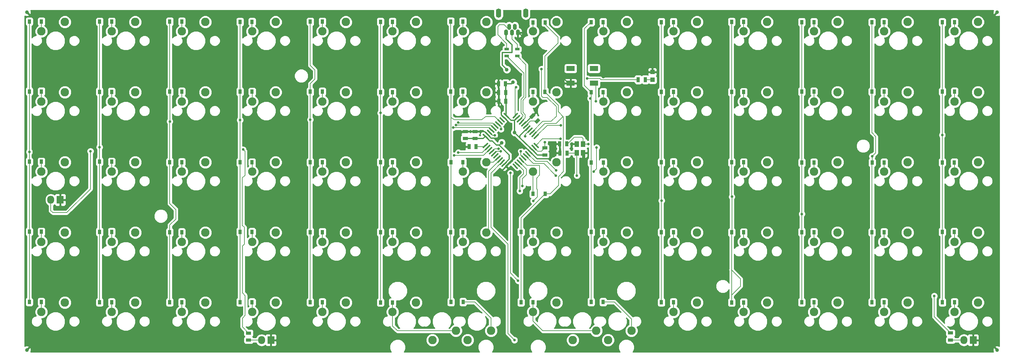
<source format=gbr>
G04 #@! TF.FileFunction,Copper,L2,Bot,Signal*
%FSLAX46Y46*%
G04 Gerber Fmt 4.6, Leading zero omitted, Abs format (unit mm)*
G04 Created by KiCad (PCBNEW 4.0.1-stable) date 5/16/2016 11:07:44 PM*
%MOMM*%
G01*
G04 APERTURE LIST*
%ADD10C,0.100000*%
%ADD11R,0.889000X1.397000*%
%ADD12R,1.397000X0.889000*%
%ADD13C,2.286000*%
%ADD14R,0.910000X1.220000*%
%ADD15C,1.000000*%
%ADD16C,1.400000*%
%ADD17O,1.400000X2.500000*%
%ADD18O,1.099820X1.651000*%
%ADD19O,1.905000X2.159000*%
%ADD20R,1.905000X2.159000*%
%ADD21C,0.406400*%
%ADD22R,1.300000X0.700000*%
%ADD23R,1.200000X1.600000*%
%ADD24R,2.301240X1.399540*%
%ADD25R,1.198880X1.198880*%
%ADD26C,0.700000*%
%ADD27C,0.300000*%
%ADD28C,0.180000*%
%ADD29C,0.254000*%
G04 APERTURE END LIST*
D10*
D11*
X200897500Y-98440000D03*
X202802500Y-98440000D03*
D10*
G36*
X220161742Y-91283914D02*
X219173914Y-92271742D01*
X218545296Y-91643124D01*
X219533124Y-90655296D01*
X220161742Y-91283914D01*
X220161742Y-91283914D01*
G37*
G36*
X218814704Y-89936876D02*
X217826876Y-90924704D01*
X217198258Y-90296086D01*
X218186086Y-89308258D01*
X218814704Y-89936876D01*
X218814704Y-89936876D01*
G37*
D12*
X202550000Y-96232500D03*
X202550000Y-94327500D03*
D11*
X227312500Y-97690000D03*
X225407500Y-97690000D03*
X227372500Y-100170000D03*
X225467500Y-100170000D03*
D12*
X221350000Y-100672500D03*
X221350000Y-98767500D03*
D11*
X246647500Y-80280000D03*
X248552500Y-80280000D03*
D12*
X141240000Y-150842500D03*
X141240000Y-148937500D03*
D11*
X210762500Y-81370000D03*
X208857500Y-81370000D03*
X210822500Y-86110000D03*
X208917500Y-86110000D03*
D12*
X199900000Y-96232500D03*
X199900000Y-94327500D03*
D13*
X224540000Y-83670000D03*
X218190000Y-86210000D03*
X200460000Y-150830000D03*
X206810000Y-148290000D03*
X148540000Y-140670000D03*
X142190000Y-143210000D03*
D14*
X328925000Y-64730000D03*
X332195000Y-64730000D03*
X309905000Y-64730000D03*
X313175000Y-64730000D03*
X290895000Y-64690000D03*
X294165000Y-64690000D03*
X271925000Y-64620000D03*
X275195000Y-64620000D03*
X252915000Y-64690000D03*
X256185000Y-64690000D03*
X233895000Y-64690000D03*
X237165000Y-64690000D03*
X221455000Y-64770000D03*
X218185000Y-64770000D03*
X195915000Y-64540000D03*
X199185000Y-64540000D03*
X176905000Y-64620000D03*
X180175000Y-64620000D03*
X157925000Y-64580000D03*
X161195000Y-64580000D03*
X138915000Y-64620000D03*
X142185000Y-64620000D03*
X119905000Y-64540000D03*
X123175000Y-64540000D03*
X100935000Y-64580000D03*
X104205000Y-64580000D03*
X328955000Y-83540000D03*
X332225000Y-83540000D03*
X309905000Y-83550000D03*
X313175000Y-83550000D03*
X290895000Y-83520000D03*
X294165000Y-83520000D03*
X271925000Y-83630000D03*
X275195000Y-83630000D03*
X252915000Y-83630000D03*
X256185000Y-83630000D03*
X233895000Y-83670000D03*
X237165000Y-83670000D03*
X221415000Y-83590000D03*
X218145000Y-83590000D03*
X195915000Y-83520000D03*
X199185000Y-83520000D03*
X176905000Y-83670000D03*
X180175000Y-83670000D03*
X157925000Y-83520000D03*
X161195000Y-83520000D03*
X138915000Y-83550000D03*
X142185000Y-83550000D03*
X119905000Y-83520000D03*
X123175000Y-83520000D03*
X100905000Y-83570000D03*
X104175000Y-83570000D03*
X328895000Y-102700000D03*
X332165000Y-102700000D03*
X309915000Y-102760000D03*
X313185000Y-102760000D03*
X290915000Y-102740000D03*
X294185000Y-102740000D03*
X271915000Y-102680000D03*
X275185000Y-102680000D03*
X252915000Y-102660000D03*
X256185000Y-102660000D03*
X233925000Y-102710000D03*
X237195000Y-102710000D03*
X221465000Y-111200000D03*
X218195000Y-111200000D03*
X195955000Y-102680000D03*
X199225000Y-102680000D03*
X176925000Y-102650000D03*
X180195000Y-102650000D03*
X157905000Y-102680000D03*
X161175000Y-102680000D03*
X138905000Y-102680000D03*
X142175000Y-102680000D03*
X119905000Y-102650000D03*
X123175000Y-102650000D03*
X100905000Y-102510000D03*
X104175000Y-102510000D03*
X328885000Y-121540000D03*
X332155000Y-121540000D03*
X309905000Y-121620000D03*
X313175000Y-121620000D03*
X290895000Y-121580000D03*
X294165000Y-121580000D03*
X271925000Y-121650000D03*
X275195000Y-121650000D03*
X252915000Y-121620000D03*
X256185000Y-121620000D03*
X233935000Y-121540000D03*
X237205000Y-121540000D03*
X214925000Y-121540000D03*
X218195000Y-121540000D03*
X195915000Y-121580000D03*
X199185000Y-121580000D03*
X176905000Y-121580000D03*
X180175000Y-121580000D03*
X157925000Y-121580000D03*
X161195000Y-121580000D03*
X138915000Y-121540000D03*
X142185000Y-121540000D03*
X119905000Y-121620000D03*
X123175000Y-121620000D03*
X100927000Y-121530000D03*
X104197000Y-121530000D03*
X328925000Y-140590000D03*
X332195000Y-140590000D03*
X309905000Y-140590000D03*
X313175000Y-140590000D03*
X290895000Y-140590000D03*
X294165000Y-140590000D03*
X271925000Y-140630000D03*
X275195000Y-140630000D03*
X252915000Y-140590000D03*
X256185000Y-140590000D03*
X233895000Y-140510000D03*
X237165000Y-140510000D03*
X214925000Y-140590000D03*
X218195000Y-140590000D03*
X195985000Y-140510000D03*
X199255000Y-140510000D03*
X176905000Y-140630000D03*
X180175000Y-140630000D03*
X157925000Y-140590000D03*
X161195000Y-140590000D03*
X138915000Y-140590000D03*
X142185000Y-140590000D03*
X119905000Y-140590000D03*
X123175000Y-140590000D03*
X100935000Y-140590000D03*
X104205000Y-140590000D03*
X81915000Y-64540000D03*
X85185000Y-64540000D03*
X81915000Y-83480000D03*
X85185000Y-83480000D03*
X81905000Y-102510000D03*
X85175000Y-102510000D03*
X81905000Y-121480000D03*
X85175000Y-121480000D03*
D13*
X190960000Y-150830000D03*
X197310000Y-148290000D03*
X228960000Y-150830000D03*
X235310000Y-148290000D03*
X338540000Y-64670000D03*
X332190000Y-67210000D03*
X338540000Y-102670000D03*
X332190000Y-105210000D03*
X281540000Y-102670000D03*
X275190000Y-105210000D03*
X300540000Y-83670000D03*
X294190000Y-86210000D03*
X338540000Y-121670000D03*
X332190000Y-124210000D03*
X338540000Y-140670000D03*
X332190000Y-143210000D03*
X338540000Y-83670000D03*
X332190000Y-86210000D03*
X300540000Y-102670000D03*
X294190000Y-105210000D03*
X300540000Y-121670000D03*
X294190000Y-124210000D03*
X300540000Y-140670000D03*
X294190000Y-143210000D03*
X319540000Y-83670000D03*
X313190000Y-86210000D03*
X319540000Y-140670000D03*
X313190000Y-143210000D03*
X319540000Y-121670000D03*
X313190000Y-124210000D03*
X319540000Y-64670000D03*
X313190000Y-67210000D03*
X319540000Y-102670000D03*
X313190000Y-105210000D03*
X300540000Y-64670000D03*
X294190000Y-67210000D03*
X186540000Y-102670000D03*
X180190000Y-105210000D03*
X186540000Y-64670000D03*
X180190000Y-67210000D03*
X186540000Y-121670000D03*
X180190000Y-124210000D03*
X186540000Y-140670000D03*
X180190000Y-143210000D03*
X186540000Y-83670000D03*
X180190000Y-86210000D03*
X205540000Y-83670000D03*
X199190000Y-86210000D03*
X205540000Y-121670000D03*
X199190000Y-124210000D03*
X224540000Y-64670000D03*
X218190000Y-67210000D03*
X205540000Y-64670000D03*
X199190000Y-67210000D03*
X205540000Y-102670000D03*
X199190000Y-105210000D03*
X243540000Y-83670000D03*
X237190000Y-86210000D03*
X243540000Y-64670000D03*
X237190000Y-67210000D03*
X262540000Y-83670000D03*
X256190000Y-86210000D03*
X262540000Y-64670000D03*
X256190000Y-67210000D03*
X281540000Y-64670000D03*
X275190000Y-67210000D03*
X281540000Y-121670000D03*
X275190000Y-124210000D03*
X281540000Y-140670000D03*
X275190000Y-143210000D03*
X281540000Y-83670000D03*
X275190000Y-86210000D03*
X224540000Y-102670000D03*
X218190000Y-105210000D03*
X224540000Y-121670000D03*
X218190000Y-124210000D03*
X224540000Y-140670000D03*
X218190000Y-143210000D03*
X262540000Y-140670000D03*
X256190000Y-143210000D03*
X262540000Y-121670000D03*
X256190000Y-124210000D03*
X262540000Y-102670000D03*
X256190000Y-105210000D03*
X243540000Y-102670000D03*
X237190000Y-105210000D03*
X243540000Y-121670000D03*
X237190000Y-124210000D03*
X238460000Y-150830000D03*
X244810000Y-148290000D03*
X129540000Y-140670000D03*
X123190000Y-143210000D03*
X129540000Y-121670000D03*
X123190000Y-124210000D03*
X129540000Y-102670000D03*
X123190000Y-105210000D03*
X148540000Y-102670000D03*
X142190000Y-105210000D03*
X148540000Y-121670000D03*
X142190000Y-124210000D03*
X110540000Y-140670000D03*
X104190000Y-143210000D03*
X110540000Y-121670000D03*
X104190000Y-124210000D03*
X110540000Y-102670000D03*
X104190000Y-105210000D03*
X167540000Y-83670000D03*
X161190000Y-86210000D03*
X167540000Y-140670000D03*
X161190000Y-143210000D03*
X167540000Y-121670000D03*
X161190000Y-124210000D03*
X167540000Y-64670000D03*
X161190000Y-67210000D03*
X167540000Y-102670000D03*
X161190000Y-105210000D03*
X148540000Y-64670000D03*
X142190000Y-67210000D03*
X148540000Y-83670000D03*
X142190000Y-86210000D03*
X129540000Y-64670000D03*
X123190000Y-67210000D03*
X129540000Y-83670000D03*
X123190000Y-86210000D03*
X91540000Y-102670000D03*
X85190000Y-105210000D03*
X110540000Y-83670000D03*
X104190000Y-86210000D03*
X91540000Y-64670000D03*
X85190000Y-67210000D03*
X110540000Y-64670000D03*
X104190000Y-67210000D03*
X91540000Y-121670000D03*
X85190000Y-124210000D03*
X91540000Y-140670000D03*
X85190000Y-143210000D03*
X91540000Y-83670000D03*
X85190000Y-86210000D03*
D15*
X81250000Y-62000000D03*
X343750000Y-62000000D03*
X343750000Y-153500000D03*
X81250000Y-153500000D03*
D14*
X81905000Y-140510000D03*
X85175000Y-140510000D03*
D16*
X216200780Y-61758020D03*
X216195700Y-62283800D03*
X216200780Y-62763860D03*
D17*
X216200780Y-62260940D03*
D18*
X210899800Y-67551760D03*
X211699900Y-65949020D03*
X212500000Y-67551760D03*
X213300100Y-65949020D03*
X214100200Y-67551760D03*
D17*
X208850020Y-62299040D03*
D16*
X208852560Y-62796880D03*
X208857640Y-62293960D03*
X208852560Y-61796120D03*
D19*
X334730000Y-150830000D03*
D20*
X337270000Y-150830000D03*
D19*
X144730000Y-150840000D03*
D20*
X147270000Y-150840000D03*
D19*
X87730000Y-112830000D03*
D20*
X90270000Y-112830000D03*
D21*
X208626924Y-93336924D02*
X207570846Y-92280846D01*
X209192680Y-92771168D02*
X208136602Y-91715090D01*
X209758436Y-92205411D02*
X208702358Y-91149333D01*
X210324192Y-91639655D02*
X209268114Y-90583577D01*
X210889948Y-91073899D02*
X209833870Y-90017821D01*
X211455704Y-90508143D02*
X210399626Y-89452065D01*
X208061168Y-93902680D02*
X207005090Y-92846602D01*
X207495411Y-94468436D02*
X206439333Y-93412358D01*
X206929655Y-95034192D02*
X205873577Y-93978114D01*
X206363899Y-95599948D02*
X205307821Y-94543870D01*
X205798143Y-96165704D02*
X204742065Y-95109626D01*
X216709154Y-101419154D02*
X215653076Y-100363076D01*
X217274910Y-100853398D02*
X216218832Y-99797320D01*
X217840667Y-100287642D02*
X216784589Y-99231564D01*
X218406423Y-99721886D02*
X217350345Y-98665808D01*
X218972179Y-99156130D02*
X217916101Y-98100052D01*
X219537935Y-98590374D02*
X218481857Y-97534296D01*
X216143398Y-101984910D02*
X215087320Y-100928832D01*
X215577642Y-102550667D02*
X214521564Y-101494589D01*
X215011886Y-103116423D02*
X213955808Y-102060345D01*
X214446130Y-103682179D02*
X213390052Y-102626101D01*
X213880374Y-104247935D02*
X212824296Y-103191857D01*
X216709154Y-92280846D02*
X215653076Y-93336924D01*
X208626924Y-100363076D02*
X207570846Y-101419154D01*
X217274910Y-92846602D02*
X216218832Y-93902680D01*
X209192680Y-100928832D02*
X208136602Y-101984910D01*
X209758436Y-101494589D02*
X208702358Y-102550667D01*
X217840667Y-93412358D02*
X216784589Y-94468436D01*
X218406423Y-93978114D02*
X217350345Y-95034192D01*
X210324192Y-102060345D02*
X209268114Y-103116423D01*
X210889948Y-102626101D02*
X209833870Y-103682179D01*
X218972179Y-94543870D02*
X217916101Y-95599948D01*
X219537935Y-95109626D02*
X218481857Y-96165704D01*
X211455704Y-103191857D02*
X210399626Y-104247935D01*
X208061168Y-99797320D02*
X207005090Y-100853398D01*
X216143398Y-91715090D02*
X215087320Y-92771168D01*
X215577642Y-91149333D02*
X214521564Y-92205411D01*
X207495411Y-99231564D02*
X206439333Y-100287642D01*
X206929655Y-98665808D02*
X205873577Y-99721886D01*
X215011886Y-90583577D02*
X213955808Y-91639655D01*
X214446130Y-90017821D02*
X213390052Y-91073899D01*
X206363899Y-98100052D02*
X205307821Y-99156130D01*
X205798143Y-97534296D02*
X204742065Y-98590374D01*
X213880374Y-89452065D02*
X212824296Y-90508143D01*
D22*
X213900000Y-73900000D03*
X213900000Y-72000000D03*
X211100000Y-73900000D03*
X211100000Y-72000000D03*
D11*
X210792500Y-83740000D03*
X208887500Y-83740000D03*
D12*
X331140000Y-150822500D03*
X331140000Y-148917500D03*
D23*
X231720000Y-100110000D03*
X231720000Y-97710000D03*
X230020000Y-100110000D03*
X230020000Y-97710000D03*
D24*
X228350400Y-81251520D03*
X234649600Y-77251020D03*
X234649600Y-81248980D03*
X228350400Y-77251020D03*
D25*
X250500000Y-80299020D03*
X250500000Y-78200980D03*
D15*
X214780000Y-78910000D03*
X222510000Y-77310000D03*
X218270000Y-78760000D03*
X225730000Y-79210000D03*
X237240000Y-79430000D03*
X223730000Y-100860000D03*
X232140000Y-102560000D03*
X223390000Y-97460000D03*
X228680000Y-97750000D03*
D26*
X213160000Y-150820000D03*
X216030000Y-95660000D03*
X220490000Y-77380000D03*
D15*
X213190000Y-94590000D03*
X209700000Y-97370000D03*
X212790000Y-81000000D03*
X211090000Y-77560000D03*
D26*
X213590000Y-82370000D03*
X232830000Y-79980000D03*
X207820000Y-95350000D03*
X224410000Y-104830000D03*
X234590000Y-105220000D03*
X235370000Y-98630000D03*
X233150000Y-97740000D03*
X230050000Y-106270000D03*
X224360000Y-106250000D03*
X81920000Y-99860000D03*
X196810000Y-100810000D03*
X100910000Y-98570000D03*
X197980000Y-100000000D03*
X196600000Y-93270000D03*
X119920000Y-91620000D03*
X138920000Y-91220000D03*
X197310000Y-92580000D03*
X209520000Y-93700000D03*
X176910000Y-89290000D03*
X157930000Y-91100000D03*
X197980000Y-91910000D03*
X209440000Y-99700000D03*
X139750000Y-99210000D03*
X326730000Y-138890000D03*
X214130000Y-134730000D03*
X212060000Y-105560000D03*
X208860000Y-99000000D03*
X328900000Y-95280000D03*
X225630000Y-96320000D03*
X309940000Y-101050000D03*
X214910000Y-99650000D03*
X290920000Y-116680000D03*
X218280000Y-113110000D03*
X271990000Y-112000000D03*
X215290000Y-109120000D03*
X214590000Y-110430000D03*
X252970000Y-113050000D03*
X233680000Y-85360000D03*
X225670000Y-92620000D03*
X235180000Y-86110000D03*
X221370000Y-97200000D03*
X98450000Y-99650000D03*
D27*
X218270000Y-78760000D02*
X218270000Y-80780000D01*
X218770000Y-89352962D02*
X218006481Y-90116481D01*
X218770000Y-88120000D02*
X218770000Y-89352962D01*
X220230000Y-86660000D02*
X218770000Y-88120000D01*
X220230000Y-85450000D02*
X220230000Y-86660000D01*
X219680000Y-84900000D02*
X220230000Y-85450000D01*
X219680000Y-82190000D02*
X219680000Y-84900000D01*
X218270000Y-80780000D02*
X219680000Y-82190000D01*
X208857500Y-81370000D02*
X208857500Y-80402500D01*
X210350000Y-78910000D02*
X214780000Y-78910000D01*
X208857500Y-80402500D02*
X210350000Y-78910000D01*
X208887500Y-83740000D02*
X208857500Y-83710000D01*
X208857500Y-83710000D02*
X208857500Y-81370000D01*
X208917500Y-86110000D02*
X208887500Y-86080000D01*
X208887500Y-86080000D02*
X208887500Y-83740000D01*
X210361909Y-90545860D02*
X209660000Y-89843951D01*
X209660000Y-86852500D02*
X208917500Y-86110000D01*
X209660000Y-89843951D02*
X209660000Y-86852500D01*
X205835860Y-95071909D02*
X205091451Y-94327500D01*
X205091451Y-94327500D02*
X202550000Y-94327500D01*
X218006481Y-90116481D02*
X215879833Y-92243129D01*
X215879833Y-92243129D02*
X215615359Y-92243129D01*
X210732850Y-96003572D02*
X210732850Y-92407150D01*
X211440000Y-91623951D02*
X210361909Y-90545860D01*
X211440000Y-91700000D02*
X211440000Y-91623951D01*
X210732850Y-92407150D02*
X211440000Y-91700000D01*
X211129896Y-103719896D02*
X210927665Y-103719896D01*
X225730000Y-79210000D02*
X224410000Y-79210000D01*
X224410000Y-79210000D02*
X222510000Y-77310000D01*
X218790000Y-78240000D02*
X219780000Y-78240000D01*
X215290000Y-73420000D02*
X215290000Y-68540900D01*
X215290000Y-68540900D02*
X214100200Y-67351100D01*
X219780000Y-78240000D02*
X215290000Y-73420000D01*
X218270000Y-78760000D02*
X218790000Y-78240000D01*
X250500000Y-78200980D02*
X238469020Y-78200980D01*
X225730000Y-79210000D02*
X227771520Y-81251520D01*
X238469020Y-78200980D02*
X237240000Y-79430000D01*
X227771520Y-81251520D02*
X228350400Y-81251520D01*
X232140000Y-102560000D02*
X232140000Y-100530000D01*
X232140000Y-100530000D02*
X231720000Y-100110000D01*
X217312628Y-99759603D02*
X219293025Y-101740000D01*
X224370000Y-100220000D02*
X225417500Y-100220000D01*
X222850000Y-101740000D02*
X223730000Y-100860000D01*
X223730000Y-100860000D02*
X224370000Y-100220000D01*
X219293025Y-101740000D02*
X222850000Y-101740000D01*
X225417500Y-100220000D02*
X225467500Y-100170000D01*
X225407500Y-97690000D02*
X225407500Y-100110000D01*
X225407500Y-100110000D02*
X225467500Y-100170000D01*
X230020000Y-97710000D02*
X228720000Y-97710000D01*
X223620000Y-97690000D02*
X225407500Y-97690000D01*
X223390000Y-97460000D02*
X223620000Y-97690000D01*
X228720000Y-97710000D02*
X228680000Y-97750000D01*
X199900000Y-94327500D02*
X199292500Y-94327500D01*
X199292500Y-94327500D02*
X198120000Y-95500000D01*
X198850000Y-98440000D02*
X200897500Y-98440000D01*
X198120000Y-97710000D02*
X198850000Y-98440000D01*
X198120000Y-95500000D02*
X198120000Y-97710000D01*
X199900000Y-94327500D02*
X202550000Y-94327500D01*
X213936219Y-100493780D02*
X210803884Y-103626115D01*
X216233025Y-98680000D02*
X217312628Y-99759603D01*
X206863951Y-96100000D02*
X205835860Y-95071909D01*
X213840000Y-98950000D02*
X213936219Y-100493780D01*
X213840000Y-98950000D02*
X216233025Y-98680000D01*
X208920000Y-96100000D02*
X210732850Y-96003572D01*
X210732850Y-96003572D02*
X210800000Y-96000000D01*
X210800000Y-96000000D02*
X213840000Y-98950000D01*
X208920000Y-96100000D02*
X206863951Y-96100000D01*
D28*
X209796153Y-102588384D02*
X206790000Y-105594537D01*
X211370000Y-149030000D02*
X213160000Y-150820000D01*
X211370000Y-124840000D02*
X211370000Y-149030000D01*
X206790000Y-120260000D02*
X211370000Y-124840000D01*
X206790000Y-105594537D02*
X206790000Y-120260000D01*
X209230397Y-102022628D02*
X206190000Y-105063025D01*
X206190000Y-105063025D02*
X206190000Y-121020000D01*
X206190000Y-121020000D02*
X205540000Y-121670000D01*
X205540000Y-102670000D02*
X207451512Y-102670000D01*
X207451512Y-102670000D02*
X208664641Y-101456871D01*
X217312628Y-93940397D02*
X216030000Y-95223025D01*
X216030000Y-95223025D02*
X216030000Y-95660000D01*
X220900000Y-85100000D02*
X220490000Y-84690000D01*
X217878384Y-94506153D02*
X220804537Y-91580000D01*
X222020000Y-85100000D02*
X220900000Y-85100000D01*
X224500000Y-87580000D02*
X222020000Y-85100000D01*
X224500000Y-90200000D02*
X224500000Y-87580000D01*
X223120000Y-91580000D02*
X224500000Y-90200000D01*
X220804537Y-91580000D02*
X223120000Y-91580000D01*
X220490000Y-84690000D02*
X220490000Y-77380000D01*
D27*
X209050000Y-97980000D02*
X209090000Y-97980000D01*
X209700000Y-97370000D02*
X209090000Y-97980000D01*
X210899800Y-67351100D02*
X210899800Y-69249800D01*
X212420000Y-81370000D02*
X210762500Y-81370000D01*
X212790000Y-81000000D02*
X212420000Y-81370000D01*
X211090000Y-77480000D02*
X211090000Y-77560000D01*
X209890000Y-76280000D02*
X211090000Y-77480000D01*
X209890000Y-72920000D02*
X209890000Y-76280000D01*
X212460000Y-72920000D02*
X209890000Y-72920000D01*
X212480000Y-72900000D02*
X212460000Y-72920000D01*
X212480000Y-70830000D02*
X212480000Y-72900000D01*
X210899800Y-69249800D02*
X212480000Y-70830000D01*
X216746871Y-93374641D02*
X214640000Y-95481512D01*
X214640000Y-95481512D02*
X214640000Y-96040000D01*
X213190000Y-94590000D02*
X214640000Y-96040000D01*
X214640000Y-96040000D02*
X215040000Y-96440000D01*
X216920000Y-98235463D02*
X217878384Y-99193847D01*
X213190000Y-91273951D02*
X213190000Y-92580000D01*
X213190000Y-92580000D02*
X213190000Y-94590000D01*
X215040000Y-96440000D02*
X216920000Y-98235463D01*
X210792500Y-83740000D02*
X210792500Y-81400000D01*
X210792500Y-81400000D02*
X210762500Y-81370000D01*
X210822500Y-86110000D02*
X210822500Y-83770000D01*
X210822500Y-83770000D02*
X210792500Y-83740000D01*
X210927665Y-89980104D02*
X210927665Y-86215165D01*
X210927665Y-86215165D02*
X210822500Y-86110000D01*
X208290000Y-97980000D02*
X209050000Y-97980000D01*
X209050000Y-97980000D02*
X211750000Y-100680000D01*
X211750000Y-100680000D02*
X211750000Y-101766049D01*
X207170000Y-96860000D02*
X208290000Y-97980000D01*
X206492439Y-96860000D02*
X207170000Y-96860000D01*
X212221512Y-91273951D02*
X213190000Y-91273951D01*
X210927665Y-89980104D02*
X212221512Y-91273951D01*
X202550000Y-96232500D02*
X199900000Y-96232500D01*
X205270104Y-95637665D02*
X204675269Y-96232500D01*
X204675269Y-96232500D02*
X202550000Y-96232500D01*
X217878384Y-99193847D02*
X219357037Y-100672500D01*
X219357037Y-100672500D02*
X221350000Y-100672500D01*
X213918091Y-90545860D02*
X213190000Y-91273951D01*
X211750000Y-101766049D02*
X210361909Y-103154140D01*
X205270104Y-95637665D02*
X206492439Y-96860000D01*
D28*
X85190000Y-143210000D02*
X85190000Y-140525000D01*
X85190000Y-140525000D02*
X85175000Y-140510000D01*
X104190000Y-143210000D02*
X104190000Y-140605000D01*
X104190000Y-140605000D02*
X104205000Y-140590000D01*
X123190000Y-143210000D02*
X123190000Y-140605000D01*
X123190000Y-140605000D02*
X123175000Y-140590000D01*
X142190000Y-143210000D02*
X142190000Y-140595000D01*
X142190000Y-140595000D02*
X142185000Y-140590000D01*
X161190000Y-143210000D02*
X161190000Y-140595000D01*
X161190000Y-140595000D02*
X161195000Y-140590000D01*
X197310000Y-148290000D02*
X181490000Y-148290000D01*
X180190000Y-146990000D02*
X180190000Y-143210000D01*
X181490000Y-148290000D02*
X180190000Y-146990000D01*
X180190000Y-143210000D02*
X180190000Y-140645000D01*
X180190000Y-140645000D02*
X180175000Y-140630000D01*
X199255000Y-140510000D02*
X202420000Y-140510000D01*
X206810000Y-144900000D02*
X206810000Y-148290000D01*
X202420000Y-140510000D02*
X206810000Y-144900000D01*
X235310000Y-148290000D02*
X220830000Y-148290000D01*
X218190000Y-145650000D02*
X218190000Y-143210000D01*
X220830000Y-148290000D02*
X218190000Y-145650000D01*
X218195000Y-140590000D02*
X218195000Y-143205000D01*
X218195000Y-143205000D02*
X218190000Y-143210000D01*
X237165000Y-140510000D02*
X240200000Y-140510000D01*
X244810000Y-145120000D02*
X244810000Y-148290000D01*
X240200000Y-140510000D02*
X244810000Y-145120000D01*
X256190000Y-143210000D02*
X256190000Y-140595000D01*
X256190000Y-140595000D02*
X256185000Y-140590000D01*
X275190000Y-143210000D02*
X275190000Y-140635000D01*
X275190000Y-140635000D02*
X275195000Y-140630000D01*
X294190000Y-143210000D02*
X294190000Y-140615000D01*
X294190000Y-140615000D02*
X294165000Y-140590000D01*
X313175000Y-140590000D02*
X313175000Y-143195000D01*
X313175000Y-143195000D02*
X313190000Y-143210000D01*
X332190000Y-143210000D02*
X332190000Y-140595000D01*
X332190000Y-140595000D02*
X332195000Y-140590000D01*
X85190000Y-124210000D02*
X85190000Y-121495000D01*
X85190000Y-121495000D02*
X85175000Y-121480000D01*
X104190000Y-124210000D02*
X104190000Y-121537000D01*
X104190000Y-121537000D02*
X104197000Y-121530000D01*
X123190000Y-124210000D02*
X123190000Y-121635000D01*
X123190000Y-121635000D02*
X123175000Y-121620000D01*
X142190000Y-124210000D02*
X142190000Y-121545000D01*
X142190000Y-121545000D02*
X142185000Y-121540000D01*
X161190000Y-124210000D02*
X161190000Y-121585000D01*
X161190000Y-121585000D02*
X161195000Y-121580000D01*
X180190000Y-124210000D02*
X180190000Y-121595000D01*
X180190000Y-121595000D02*
X180175000Y-121580000D01*
X199190000Y-124210000D02*
X199190000Y-121585000D01*
X199190000Y-121585000D02*
X199185000Y-121580000D01*
X218190000Y-124210000D02*
X218190000Y-121545000D01*
X218190000Y-121545000D02*
X218195000Y-121540000D01*
X237190000Y-124210000D02*
X237190000Y-121555000D01*
X237190000Y-121555000D02*
X237205000Y-121540000D01*
X256190000Y-124210000D02*
X256190000Y-121625000D01*
X256190000Y-121625000D02*
X256185000Y-121620000D01*
X275190000Y-124210000D02*
X275190000Y-121655000D01*
X275190000Y-121655000D02*
X275195000Y-121650000D01*
X294190000Y-124210000D02*
X294190000Y-121605000D01*
X294190000Y-121605000D02*
X294165000Y-121580000D01*
X313190000Y-124210000D02*
X313190000Y-121635000D01*
X313190000Y-121635000D02*
X313175000Y-121620000D01*
X332190000Y-124210000D02*
X332190000Y-121575000D01*
X332190000Y-121575000D02*
X332155000Y-121540000D01*
X85190000Y-105210000D02*
X85190000Y-102525000D01*
X85190000Y-102525000D02*
X85175000Y-102510000D01*
X104190000Y-105210000D02*
X104190000Y-102525000D01*
X104190000Y-102525000D02*
X104175000Y-102510000D01*
X123190000Y-105210000D02*
X123190000Y-102665000D01*
X123190000Y-102665000D02*
X123175000Y-102650000D01*
X142190000Y-105210000D02*
X142190000Y-102695000D01*
X142190000Y-102695000D02*
X142175000Y-102680000D01*
X161190000Y-105210000D02*
X161190000Y-102695000D01*
X161190000Y-102695000D02*
X161175000Y-102680000D01*
X180190000Y-105210000D02*
X180190000Y-102655000D01*
X180190000Y-102655000D02*
X180195000Y-102650000D01*
X199190000Y-105210000D02*
X199190000Y-102715000D01*
X199190000Y-102715000D02*
X199225000Y-102680000D01*
X218195000Y-111200000D02*
X218195000Y-108995000D01*
X218190000Y-108990000D02*
X218190000Y-105210000D01*
X218195000Y-108995000D02*
X218190000Y-108990000D01*
X237195000Y-102710000D02*
X237195000Y-105205000D01*
X237195000Y-105205000D02*
X237190000Y-105210000D01*
X256190000Y-105210000D02*
X256190000Y-102665000D01*
X256190000Y-102665000D02*
X256185000Y-102660000D01*
X275190000Y-105210000D02*
X275190000Y-102685000D01*
X275190000Y-102685000D02*
X275185000Y-102680000D01*
X294190000Y-105210000D02*
X294190000Y-102745000D01*
X294190000Y-102745000D02*
X294185000Y-102740000D01*
X313190000Y-105210000D02*
X313190000Y-102765000D01*
X313190000Y-102765000D02*
X313185000Y-102760000D01*
X332190000Y-105210000D02*
X332190000Y-102725000D01*
X332190000Y-102725000D02*
X332165000Y-102700000D01*
X85190000Y-86210000D02*
X85190000Y-83485000D01*
X85190000Y-83485000D02*
X85185000Y-83480000D01*
X104190000Y-86210000D02*
X104190000Y-83585000D01*
X104190000Y-83585000D02*
X104175000Y-83570000D01*
X123190000Y-86210000D02*
X123190000Y-83535000D01*
X123190000Y-83535000D02*
X123175000Y-83520000D01*
X142190000Y-86210000D02*
X142190000Y-83555000D01*
X142190000Y-83555000D02*
X142185000Y-83550000D01*
X161190000Y-86210000D02*
X161190000Y-83525000D01*
X161190000Y-83525000D02*
X161195000Y-83520000D01*
X180190000Y-86210000D02*
X180190000Y-83685000D01*
X180190000Y-83685000D02*
X180175000Y-83670000D01*
X199185000Y-83520000D02*
X199190000Y-83525000D01*
X199190000Y-83525000D02*
X199190000Y-86210000D01*
X218195000Y-83590000D02*
X218190000Y-83595000D01*
X218190000Y-83595000D02*
X218190000Y-86210000D01*
X237190000Y-86210000D02*
X237190000Y-83695000D01*
X237190000Y-83695000D02*
X237165000Y-83670000D01*
X256190000Y-86210000D02*
X256190000Y-83635000D01*
X256190000Y-83635000D02*
X256185000Y-83630000D01*
X275190000Y-86210000D02*
X275190000Y-83635000D01*
X275190000Y-83635000D02*
X275195000Y-83630000D01*
X294190000Y-86210000D02*
X294190000Y-83545000D01*
X294190000Y-83545000D02*
X294165000Y-83520000D01*
X313175000Y-83550000D02*
X313175000Y-86195000D01*
X313175000Y-86195000D02*
X313190000Y-86210000D01*
X332190000Y-86210000D02*
X332190000Y-83575000D01*
X332190000Y-83575000D02*
X332225000Y-83540000D01*
X85190000Y-67210000D02*
X85190000Y-64545000D01*
X85190000Y-64545000D02*
X85185000Y-64540000D01*
X104190000Y-67210000D02*
X104190000Y-64595000D01*
X104190000Y-64595000D02*
X104205000Y-64580000D01*
X123190000Y-67210000D02*
X123190000Y-64555000D01*
X123190000Y-64555000D02*
X123175000Y-64540000D01*
X142185000Y-64620000D02*
X142185000Y-67205000D01*
X142185000Y-67205000D02*
X142190000Y-67210000D01*
X161195000Y-64580000D02*
X161195000Y-67205000D01*
X161195000Y-67205000D02*
X161190000Y-67210000D01*
X180175000Y-64620000D02*
X180175000Y-67195000D01*
X180175000Y-67195000D02*
X180190000Y-67210000D01*
X199185000Y-64540000D02*
X199190000Y-64545000D01*
X199190000Y-64545000D02*
X199190000Y-67210000D01*
X218190000Y-67210000D02*
X218190000Y-64775000D01*
X218190000Y-64775000D02*
X218185000Y-64770000D01*
X218195000Y-64770000D02*
X218190000Y-64775000D01*
X237190000Y-67210000D02*
X237190000Y-64715000D01*
X237190000Y-64715000D02*
X237165000Y-64690000D01*
X256190000Y-67210000D02*
X256190000Y-64695000D01*
X256190000Y-64695000D02*
X256185000Y-64690000D01*
X275190000Y-67210000D02*
X275190000Y-64625000D01*
X275190000Y-64625000D02*
X275195000Y-64620000D01*
X294190000Y-67210000D02*
X294190000Y-64715000D01*
X294190000Y-64715000D02*
X294165000Y-64690000D01*
X313190000Y-67210000D02*
X313190000Y-64745000D01*
X313190000Y-64745000D02*
X313175000Y-64730000D01*
X332195000Y-64730000D02*
X332195000Y-67205000D01*
X332195000Y-67205000D02*
X332190000Y-67210000D01*
X246647500Y-80280000D02*
X236560000Y-80280000D01*
X213352335Y-82607665D02*
X213352335Y-89980104D01*
X213590000Y-82370000D02*
X213352335Y-82607665D01*
X236260000Y-79980000D02*
X232830000Y-79980000D01*
X236560000Y-80280000D02*
X236260000Y-79980000D01*
X206401616Y-94506153D02*
X207245463Y-95350000D01*
X207245463Y-95350000D02*
X207820000Y-95350000D01*
X231720000Y-97710000D02*
X231750000Y-97740000D01*
X231750000Y-97740000D02*
X233150000Y-97740000D01*
X218811512Y-102390000D02*
X216746871Y-100325359D01*
X221970000Y-102390000D02*
X218811512Y-102390000D01*
X224410000Y-104830000D02*
X221970000Y-102390000D01*
X235370000Y-104440000D02*
X234590000Y-105220000D01*
X235370000Y-98630000D02*
X235370000Y-104440000D01*
X227312500Y-97690000D02*
X227560000Y-97690000D01*
X227560000Y-97690000D02*
X229380000Y-95870000D01*
X229380000Y-95870000D02*
X231370000Y-95870000D01*
X231370000Y-95870000D02*
X231720000Y-96220000D01*
X231720000Y-96220000D02*
X231720000Y-97710000D01*
X216181115Y-100891115D02*
X218300000Y-103010000D01*
X230050000Y-106270000D02*
X230050000Y-100140000D01*
X221120000Y-103010000D02*
X224360000Y-106250000D01*
X218300000Y-103010000D02*
X221120000Y-103010000D01*
X230050000Y-100140000D02*
X230020000Y-100110000D01*
X227372500Y-100170000D02*
X229960000Y-100170000D01*
X229960000Y-100170000D02*
X230020000Y-100110000D01*
X81915000Y-83480000D02*
X81915000Y-64540000D01*
X81920000Y-99860000D02*
X81905000Y-99875000D01*
X81905000Y-99875000D02*
X81905000Y-102510000D01*
X206401616Y-99193847D02*
X204785463Y-100810000D01*
X81920000Y-99860000D02*
X81920000Y-83485000D01*
X204785463Y-100810000D02*
X196810000Y-100810000D01*
X81920000Y-83485000D02*
X81915000Y-83480000D01*
X81905000Y-140510000D02*
X81905000Y-121480000D01*
X81905000Y-121480000D02*
X81905000Y-102510000D01*
X81905000Y-102510000D02*
X81915000Y-102500000D01*
X100905000Y-102510000D02*
X100905000Y-121508000D01*
X100905000Y-121508000D02*
X100927000Y-121530000D01*
X100910000Y-98570000D02*
X100905000Y-98565000D01*
X100905000Y-98565000D02*
X100905000Y-83570000D01*
X205835860Y-98628091D02*
X204463951Y-100000000D01*
X100910000Y-98570000D02*
X100910000Y-103040000D01*
X204463951Y-100000000D02*
X197980000Y-100000000D01*
X100910000Y-103040000D02*
X100910000Y-102515000D01*
X100910000Y-102515000D02*
X100905000Y-102510000D01*
X100935000Y-64580000D02*
X100935000Y-83540000D01*
X100935000Y-83540000D02*
X100905000Y-83570000D01*
X100905000Y-121508000D02*
X100935000Y-121538000D01*
X100935000Y-121538000D02*
X100935000Y-140590000D01*
X119905000Y-119670000D02*
X121540000Y-118035000D01*
X121540000Y-115480000D02*
X119905000Y-113845000D01*
X121540000Y-118035000D02*
X121540000Y-115480000D01*
X119920000Y-91620000D02*
X119905000Y-91635000D01*
X119905000Y-91635000D02*
X119905000Y-102650000D01*
X206967372Y-93940397D02*
X206296975Y-93270000D01*
X206296975Y-93270000D02*
X196600000Y-93270000D01*
X119920000Y-91620000D02*
X119920000Y-83535000D01*
X119920000Y-83535000D02*
X119905000Y-83520000D01*
X119905000Y-140590000D02*
X119905000Y-121620000D01*
X119905000Y-121620000D02*
X119905000Y-119670000D01*
X119905000Y-113845000D02*
X119905000Y-102650000D01*
X119905000Y-83520000D02*
X119905000Y-64540000D01*
X138915000Y-121540000D02*
X138915000Y-102690000D01*
X138915000Y-102690000D02*
X138905000Y-102680000D01*
X138920000Y-91220000D02*
X138905000Y-91235000D01*
X138905000Y-91235000D02*
X138905000Y-102680000D01*
X207533129Y-93374641D02*
X206738488Y-92580000D01*
X138920000Y-91220000D02*
X138920000Y-83555000D01*
X206738488Y-92580000D02*
X197310000Y-92580000D01*
X138920000Y-83555000D02*
X138915000Y-83550000D01*
X138915000Y-64620000D02*
X138915000Y-83550000D01*
X138915000Y-83550000D02*
X138905000Y-83560000D01*
X138905000Y-121530000D02*
X138915000Y-121540000D01*
X138915000Y-121540000D02*
X138915000Y-140590000D01*
X176905000Y-121580000D02*
X176905000Y-102670000D01*
X176905000Y-102670000D02*
X176925000Y-102650000D01*
X176925000Y-102650000D02*
X176910000Y-102635000D01*
X176910000Y-102635000D02*
X176910000Y-89290000D01*
X209520000Y-93098488D02*
X209520000Y-93700000D01*
X208664641Y-92243129D02*
X209520000Y-93098488D01*
X176910000Y-89290000D02*
X176910000Y-83675000D01*
X176910000Y-83675000D02*
X176905000Y-83670000D01*
X176890000Y-89180000D02*
X176925000Y-89180000D01*
X176925000Y-89215000D02*
X176890000Y-89180000D01*
X176925000Y-89285000D02*
X176925000Y-89215000D01*
X176905000Y-64620000D02*
X176905000Y-83670000D01*
X176905000Y-83670000D02*
X176925000Y-83690000D01*
X176925000Y-83690000D02*
X176925000Y-89180000D01*
X176925000Y-121560000D02*
X176905000Y-121580000D01*
X176905000Y-121580000D02*
X176905000Y-140630000D01*
X157905000Y-102680000D02*
X157905000Y-121560000D01*
X157925000Y-81380000D02*
X159190000Y-80115000D01*
X159190000Y-77640000D02*
X157925000Y-76375000D01*
X159190000Y-80115000D02*
X159190000Y-77640000D01*
X157905000Y-121560000D02*
X157925000Y-121580000D01*
X157930000Y-91100000D02*
X157905000Y-91125000D01*
X157905000Y-91125000D02*
X157905000Y-102680000D01*
X198240000Y-92030000D02*
X198120000Y-91910000D01*
X157930000Y-91100000D02*
X157930000Y-83525000D01*
X198120000Y-91910000D02*
X197980000Y-91910000D01*
X157930000Y-83525000D02*
X157925000Y-83520000D01*
X208098885Y-92808885D02*
X207320000Y-92030000D01*
X207320000Y-92030000D02*
X198240000Y-92030000D01*
X198240000Y-92030000D02*
X198210000Y-92030000D01*
X157925000Y-140590000D02*
X157925000Y-121580000D01*
X157925000Y-121580000D02*
X157905000Y-121560000D01*
X157905000Y-83540000D02*
X157925000Y-83520000D01*
X157925000Y-83520000D02*
X157925000Y-81380000D01*
X157925000Y-76375000D02*
X157925000Y-64580000D01*
X209230397Y-91677372D02*
X207813025Y-90260000D01*
X196920000Y-91100000D02*
X195955000Y-90515000D01*
X204290000Y-91100000D02*
X196920000Y-91100000D01*
X205350000Y-90260000D02*
X204290000Y-91100000D01*
X207813025Y-90260000D02*
X205350000Y-90260000D01*
X195955000Y-102680000D02*
X195955000Y-90515000D01*
X195955000Y-90515000D02*
X195955000Y-83560000D01*
X195955000Y-83560000D02*
X195915000Y-83520000D01*
X195915000Y-83520000D02*
X195915000Y-64540000D01*
X195955000Y-102680000D02*
X195955000Y-121540000D01*
X195955000Y-121540000D02*
X195915000Y-121580000D01*
X195915000Y-121580000D02*
X195915000Y-140440000D01*
X195915000Y-140440000D02*
X195985000Y-140510000D01*
X218444140Y-95071909D02*
X221386049Y-92130000D01*
X224450000Y-92130000D02*
X226335000Y-90245000D01*
X221386049Y-92130000D02*
X224450000Y-92130000D01*
X221455000Y-64770000D02*
X221455000Y-65325000D01*
X221455000Y-65325000D02*
X224940000Y-68810000D01*
X221415000Y-83590000D02*
X221415000Y-73905000D01*
X224940000Y-70380000D02*
X224940000Y-68810000D01*
X221415000Y-73905000D02*
X224940000Y-70380000D01*
X221465000Y-111200000D02*
X222820000Y-111200000D01*
X225060000Y-87235000D02*
X221415000Y-83590000D01*
X225060000Y-88970000D02*
X225060000Y-87235000D01*
X226390000Y-90300000D02*
X226335000Y-90245000D01*
X226335000Y-90245000D02*
X225060000Y-88970000D01*
X226390000Y-105230000D02*
X226390000Y-90300000D01*
X225090000Y-106530000D02*
X226390000Y-105230000D01*
X225090000Y-108930000D02*
X225090000Y-106530000D01*
X222820000Y-111200000D02*
X225090000Y-108930000D01*
X214925000Y-121540000D02*
X214925000Y-140590000D01*
X214925000Y-121540000D02*
X214925000Y-117740000D01*
X214925000Y-117740000D02*
X221465000Y-111200000D01*
X207533129Y-100325359D02*
X208158488Y-99700000D01*
X208158488Y-99700000D02*
X209440000Y-99700000D01*
X139750000Y-99210000D02*
X140260000Y-99720000D01*
X140260000Y-99720000D02*
X140260000Y-106170000D01*
X140260000Y-106170000D02*
X139560000Y-106870000D01*
X139560000Y-106870000D02*
X139560000Y-119720000D01*
X139560000Y-119720000D02*
X140120000Y-120280000D01*
X140120000Y-120280000D02*
X140120000Y-124840000D01*
X140120000Y-124840000D02*
X139640000Y-125320000D01*
X139640000Y-125320000D02*
X139640000Y-138080000D01*
X139640000Y-138080000D02*
X140320000Y-138760000D01*
X140320000Y-138760000D02*
X140320000Y-144170000D01*
X140320000Y-144170000D02*
X139570000Y-144920000D01*
X139570000Y-144920000D02*
X139570000Y-147267500D01*
X139570000Y-147267500D02*
X141240000Y-148937500D01*
X326730000Y-144507500D02*
X331140000Y-148917500D01*
X326730000Y-138890000D02*
X326730000Y-144507500D01*
X212060000Y-132660000D02*
X214130000Y-134730000D01*
X212060000Y-105560000D02*
X212060000Y-132660000D01*
X206967372Y-99759603D02*
X207726975Y-99000000D01*
X207726975Y-99000000D02*
X208860000Y-99000000D01*
X328895000Y-102700000D02*
X328895000Y-121530000D01*
X328895000Y-121530000D02*
X328885000Y-121540000D01*
X328900000Y-95280000D02*
X328895000Y-95285000D01*
X328895000Y-95285000D02*
X328895000Y-102700000D01*
X219009896Y-98062335D02*
X220752231Y-96320000D01*
X328900000Y-95280000D02*
X328900000Y-83595000D01*
X220752231Y-96320000D02*
X225630000Y-96320000D01*
X328900000Y-83595000D02*
X328955000Y-83540000D01*
X328925000Y-140590000D02*
X328925000Y-121580000D01*
X328925000Y-121580000D02*
X328895000Y-121550000D01*
X328895000Y-83600000D02*
X328925000Y-83570000D01*
X328925000Y-83570000D02*
X328925000Y-64730000D01*
X309955000Y-94705000D02*
X309905000Y-94655000D01*
X309905000Y-94655000D02*
X309905000Y-83550000D01*
X309940000Y-101050000D02*
X310920000Y-100070000D01*
X310920000Y-95670000D02*
X309955000Y-94705000D01*
X309955000Y-94705000D02*
X309910000Y-94660000D01*
X310920000Y-100070000D02*
X310920000Y-95670000D01*
X215615359Y-101456871D02*
X214910000Y-100751512D01*
X309915000Y-101075000D02*
X309915000Y-102760000D01*
X309940000Y-101050000D02*
X309915000Y-101075000D01*
X214910000Y-100751512D02*
X214910000Y-99650000D01*
X309880000Y-83575000D02*
X309905000Y-83550000D01*
X309905000Y-121620000D02*
X309905000Y-140590000D01*
X309905000Y-102750000D02*
X309905000Y-121620000D01*
X309905000Y-83550000D02*
X309905000Y-64730000D01*
X290920000Y-116680000D02*
X290920000Y-102745000D01*
X290920000Y-102745000D02*
X290915000Y-102740000D01*
X215049603Y-102022628D02*
X216536975Y-103510000D01*
X290895000Y-116705000D02*
X290895000Y-121580000D01*
X290920000Y-116680000D02*
X290895000Y-116705000D01*
X219380000Y-112010000D02*
X218280000Y-113110000D01*
X219380000Y-110080000D02*
X219380000Y-112010000D01*
X219150000Y-109850000D02*
X219380000Y-110080000D01*
X219150000Y-106960000D02*
X219150000Y-109850000D01*
X219990000Y-106120000D02*
X219150000Y-106960000D01*
X219990000Y-103510000D02*
X219990000Y-106120000D01*
X219170000Y-103510000D02*
X219990000Y-103510000D01*
X216536975Y-103510000D02*
X219170000Y-103510000D01*
X290920000Y-121555000D02*
X290895000Y-121580000D01*
X215049603Y-102022628D02*
X215696975Y-102670000D01*
X290895000Y-83520000D02*
X290895000Y-64690000D01*
X290895000Y-140590000D02*
X290895000Y-121580000D01*
X290895000Y-121580000D02*
X290915000Y-121560000D01*
X290915000Y-102740000D02*
X290895000Y-102720000D01*
X290895000Y-102720000D02*
X290895000Y-83520000D01*
X271925000Y-138640000D02*
X274340000Y-136225000D01*
X274340000Y-134250000D02*
X271830000Y-131740000D01*
X274340000Y-136225000D02*
X274340000Y-134250000D01*
X271925000Y-83630000D02*
X271925000Y-64620000D01*
X271915000Y-102680000D02*
X271915000Y-83640000D01*
X271915000Y-83640000D02*
X271925000Y-83630000D01*
X271925000Y-140630000D02*
X271925000Y-138640000D01*
X271925000Y-138640000D02*
X271925000Y-121650000D01*
X271990000Y-112000000D02*
X271990000Y-121585000D01*
X271990000Y-121585000D02*
X271925000Y-121650000D01*
X214483847Y-102588384D02*
X216400000Y-104504537D01*
X271915000Y-111925000D02*
X271915000Y-102680000D01*
X271990000Y-112000000D02*
X271915000Y-111925000D01*
X215290000Y-107120000D02*
X215290000Y-109120000D01*
X216400000Y-106010000D02*
X215290000Y-107120000D01*
X216400000Y-104504537D02*
X216400000Y-106010000D01*
X252915000Y-102660000D02*
X252915000Y-112995000D01*
X252915000Y-112995000D02*
X252970000Y-113050000D01*
X213918091Y-103154140D02*
X215650000Y-104886049D01*
X215650000Y-104886049D02*
X215650000Y-105750000D01*
X215650000Y-105750000D02*
X214590000Y-106810000D01*
X214590000Y-106810000D02*
X214590000Y-110430000D01*
X252915000Y-113105000D02*
X252915000Y-121620000D01*
X252970000Y-113050000D02*
X252915000Y-113105000D01*
X252915000Y-102660000D02*
X252915000Y-83630000D01*
X252915000Y-83630000D02*
X252915000Y-64690000D01*
X252915000Y-140590000D02*
X252915000Y-121620000D01*
X233895000Y-64690000D02*
X232070000Y-66515000D01*
X232070000Y-81845000D02*
X233895000Y-83670000D01*
X232070000Y-66515000D02*
X232070000Y-81845000D01*
X233935000Y-121540000D02*
X233935000Y-140470000D01*
X233935000Y-140470000D02*
X233895000Y-140510000D01*
X233925000Y-102710000D02*
X233925000Y-121530000D01*
X233925000Y-121530000D02*
X233935000Y-121540000D01*
X233925000Y-102710000D02*
X233925000Y-85605000D01*
X233925000Y-85605000D02*
X233680000Y-85360000D01*
X219009896Y-95637665D02*
X222027561Y-92620000D01*
X233895000Y-85145000D02*
X233895000Y-83670000D01*
X233680000Y-85360000D02*
X233895000Y-85145000D01*
X222027561Y-92620000D02*
X225670000Y-92620000D01*
X211699900Y-66149680D02*
X211159680Y-66149680D01*
X211159680Y-66149680D02*
X210400000Y-65390000D01*
X210400000Y-65390000D02*
X209140000Y-65390000D01*
X209140000Y-65390000D02*
X208650000Y-65880000D01*
X208650000Y-65880000D02*
X208650000Y-68080000D01*
X208650000Y-68080000D02*
X211100000Y-70530000D01*
X211100000Y-70530000D02*
X211100000Y-72000000D01*
X212500000Y-67351100D02*
X212500000Y-69320000D01*
X213900000Y-70720000D02*
X213900000Y-72000000D01*
X212500000Y-69320000D02*
X213900000Y-70720000D01*
X211100000Y-73900000D02*
X215720000Y-78520000D01*
X215470000Y-90125463D02*
X214483847Y-91111616D01*
X215470000Y-89900000D02*
X215470000Y-90125463D01*
X214920000Y-89350000D02*
X215470000Y-89900000D01*
X214920000Y-85630000D02*
X214920000Y-89350000D01*
X215720000Y-84830000D02*
X214920000Y-85630000D01*
X215720000Y-78520000D02*
X215720000Y-84830000D01*
X215049603Y-91677372D02*
X216090000Y-90636975D01*
X216230000Y-76230000D02*
X213900000Y-73900000D01*
X216230000Y-85050000D02*
X216230000Y-76230000D01*
X215430000Y-85850000D02*
X216230000Y-85050000D01*
X215430000Y-89080000D02*
X215430000Y-85850000D01*
X216090000Y-89740000D02*
X215430000Y-89080000D01*
X216090000Y-90636975D02*
X216090000Y-89740000D01*
X216181115Y-92808885D02*
X217526481Y-91463519D01*
X217526481Y-91463519D02*
X219353519Y-91463519D01*
X234649600Y-81248980D02*
X235180000Y-81779380D01*
X235180000Y-81779380D02*
X235180000Y-86110000D01*
X221370000Y-97200000D02*
X221350000Y-97220000D01*
X221350000Y-97220000D02*
X221350000Y-98767500D01*
X221350000Y-98767500D02*
X220467500Y-99650000D01*
X219466049Y-99650000D02*
X218444140Y-98628091D01*
X220467500Y-99650000D02*
X219466049Y-99650000D01*
X205270104Y-98062335D02*
X204892439Y-98440000D01*
X204892439Y-98440000D02*
X202802500Y-98440000D01*
X334730000Y-150830000D02*
X331147500Y-150830000D01*
X331147500Y-150830000D02*
X331140000Y-150822500D01*
X91210000Y-116310000D02*
X88270000Y-116310000D01*
X98450000Y-99650000D02*
X98450000Y-108190000D01*
X98450000Y-108190000D02*
X98450000Y-109900000D01*
X98450000Y-109900000D02*
X92040000Y-116310000D01*
X92040000Y-116310000D02*
X91210000Y-116310000D01*
X87730000Y-115770000D02*
X87730000Y-112830000D01*
X88270000Y-116310000D02*
X87730000Y-115770000D01*
X141240000Y-150842500D02*
X144727500Y-150842500D01*
X144727500Y-150842500D02*
X144730000Y-150840000D01*
X248552500Y-80280000D02*
X250480980Y-80280000D01*
X250480980Y-80280000D02*
X250500000Y-80299020D01*
D29*
G36*
X207517792Y-61529407D02*
X207517644Y-61698918D01*
X207515020Y-61712111D01*
X207515020Y-62885969D01*
X207517471Y-62898291D01*
X207517329Y-63061263D01*
X207580113Y-63213212D01*
X207616641Y-63396851D01*
X207719755Y-63551173D01*
X207720142Y-63552109D01*
X207720864Y-63552832D01*
X207906032Y-63829957D01*
X208339138Y-64119348D01*
X208850020Y-64220969D01*
X209360902Y-64119348D01*
X209794008Y-63829957D01*
X209967687Y-63570028D01*
X209983658Y-63554084D01*
X209992389Y-63533058D01*
X210083399Y-63396851D01*
X210115078Y-63237590D01*
X210187328Y-63063593D01*
X210187757Y-62571875D01*
X210192408Y-62560673D01*
X210192871Y-62029577D01*
X210187369Y-62016260D01*
X210187791Y-61531737D01*
X210158150Y-61460000D01*
X214879012Y-61460000D01*
X214866012Y-61491307D01*
X214865853Y-61673644D01*
X214865780Y-61674011D01*
X214865780Y-61757429D01*
X214865563Y-62005933D01*
X214860932Y-62017087D01*
X214860469Y-62548183D01*
X214865780Y-62561037D01*
X214865780Y-62763269D01*
X214865549Y-63028243D01*
X214935179Y-63196761D01*
X214967401Y-63358751D01*
X215058359Y-63494880D01*
X215068362Y-63519089D01*
X215087031Y-63537790D01*
X215256792Y-63791857D01*
X215689898Y-64081248D01*
X216200780Y-64182869D01*
X216711662Y-64081248D01*
X217144768Y-63791857D01*
X217313341Y-63539569D01*
X217331878Y-63521064D01*
X217342011Y-63496660D01*
X217434159Y-63358751D01*
X217466234Y-63197499D01*
X217535548Y-63030573D01*
X217535707Y-62848236D01*
X217535780Y-62847869D01*
X217535780Y-62764451D01*
X217536011Y-62499477D01*
X217535780Y-62498918D01*
X217535780Y-61758611D01*
X217536011Y-61493637D01*
X217522113Y-61460000D01*
X342733656Y-61460000D01*
X342601888Y-61854972D01*
X342633783Y-62305375D01*
X342744783Y-62573352D01*
X342959896Y-62610499D01*
X343570395Y-62000000D01*
X343556253Y-61985858D01*
X343735858Y-61806253D01*
X343750000Y-61820395D01*
X343764143Y-61806253D01*
X343943748Y-61985858D01*
X343929605Y-62000000D01*
X343943748Y-62014143D01*
X343764143Y-62193748D01*
X343750000Y-62179605D01*
X343139501Y-62790104D01*
X343176648Y-63005217D01*
X343604972Y-63148112D01*
X344055375Y-63116217D01*
X344290000Y-63019032D01*
X344290000Y-152483656D01*
X343895028Y-152351888D01*
X343444625Y-152383783D01*
X343176648Y-152494783D01*
X343139501Y-152709896D01*
X343750000Y-153320395D01*
X343764143Y-153306253D01*
X343943748Y-153485858D01*
X343929605Y-153500000D01*
X343943748Y-153514143D01*
X343764143Y-153693748D01*
X343750000Y-153679605D01*
X343735858Y-153693748D01*
X343556253Y-153514143D01*
X343570395Y-153500000D01*
X342959896Y-152889501D01*
X342744783Y-152926648D01*
X342601888Y-153354972D01*
X342633783Y-153805375D01*
X342730968Y-154040000D01*
X245186675Y-154040000D01*
X245267244Y-153959572D01*
X245596624Y-153166336D01*
X245597374Y-152307433D01*
X245269378Y-151513623D01*
X244662572Y-150905756D01*
X243869336Y-150576376D01*
X243010433Y-150575626D01*
X242216623Y-150903622D01*
X241608756Y-151510428D01*
X241279376Y-152303664D01*
X241278626Y-153162567D01*
X241606622Y-153956377D01*
X241690099Y-154040000D01*
X221310675Y-154040000D01*
X221391244Y-153959572D01*
X221720624Y-153166336D01*
X221721374Y-152307433D01*
X221393378Y-151513623D01*
X221062448Y-151182114D01*
X227181692Y-151182114D01*
X227451806Y-151835840D01*
X227951529Y-152336436D01*
X228604782Y-152607691D01*
X229312114Y-152608308D01*
X229965840Y-152338194D01*
X230466436Y-151838471D01*
X230737691Y-151185218D01*
X230737693Y-151182114D01*
X236681692Y-151182114D01*
X236951806Y-151835840D01*
X237451529Y-152336436D01*
X238104782Y-152607691D01*
X238812114Y-152608308D01*
X239465840Y-152338194D01*
X239966436Y-151838471D01*
X240237691Y-151185218D01*
X240238308Y-150477886D01*
X239968194Y-149824160D01*
X239468471Y-149323564D01*
X238815218Y-149052309D01*
X238107886Y-149051692D01*
X237454160Y-149321806D01*
X236953564Y-149821529D01*
X236682309Y-150474782D01*
X236681692Y-151182114D01*
X230737693Y-151182114D01*
X230738308Y-150477886D01*
X230468194Y-149824160D01*
X229968471Y-149323564D01*
X229315218Y-149052309D01*
X228607886Y-149051692D01*
X227954160Y-149321806D01*
X227453564Y-149821529D01*
X227182309Y-150474782D01*
X227181692Y-151182114D01*
X221062448Y-151182114D01*
X220786572Y-150905756D01*
X219993336Y-150576376D01*
X219134433Y-150575626D01*
X218340623Y-150903622D01*
X217732756Y-151510428D01*
X217403376Y-152303664D01*
X217402626Y-153162567D01*
X217730622Y-153956377D01*
X217814099Y-154040000D01*
X207186675Y-154040000D01*
X207267244Y-153959572D01*
X207596624Y-153166336D01*
X207597374Y-152307433D01*
X207269378Y-151513623D01*
X206662572Y-150905756D01*
X205869336Y-150576376D01*
X205010433Y-150575626D01*
X204216623Y-150903622D01*
X203608756Y-151510428D01*
X203279376Y-152303664D01*
X203278626Y-153162567D01*
X203606622Y-153956377D01*
X203690099Y-154040000D01*
X183310675Y-154040000D01*
X183391244Y-153959572D01*
X183720624Y-153166336D01*
X183721374Y-152307433D01*
X183393378Y-151513623D01*
X183062448Y-151182114D01*
X189181692Y-151182114D01*
X189451806Y-151835840D01*
X189951529Y-152336436D01*
X190604782Y-152607691D01*
X191312114Y-152608308D01*
X191965840Y-152338194D01*
X192466436Y-151838471D01*
X192737691Y-151185218D01*
X192737693Y-151182114D01*
X198681692Y-151182114D01*
X198951806Y-151835840D01*
X199451529Y-152336436D01*
X200104782Y-152607691D01*
X200812114Y-152608308D01*
X201465840Y-152338194D01*
X201966436Y-151838471D01*
X202237691Y-151185218D01*
X202238308Y-150477886D01*
X201968194Y-149824160D01*
X201468471Y-149323564D01*
X200815218Y-149052309D01*
X200107886Y-149051692D01*
X199454160Y-149321806D01*
X198953564Y-149821529D01*
X198682309Y-150474782D01*
X198681692Y-151182114D01*
X192737693Y-151182114D01*
X192738308Y-150477886D01*
X192468194Y-149824160D01*
X191968471Y-149323564D01*
X191315218Y-149052309D01*
X190607886Y-149051692D01*
X189954160Y-149321806D01*
X189453564Y-149821529D01*
X189182309Y-150474782D01*
X189181692Y-151182114D01*
X183062448Y-151182114D01*
X182786572Y-150905756D01*
X181993336Y-150576376D01*
X181134433Y-150575626D01*
X180340623Y-150903622D01*
X179732756Y-151510428D01*
X179403376Y-152303664D01*
X179402626Y-153162567D01*
X179730622Y-153956377D01*
X179814099Y-154040000D01*
X82266344Y-154040000D01*
X82398112Y-153645028D01*
X82366217Y-153194625D01*
X82255217Y-152926648D01*
X82040104Y-152889501D01*
X81429605Y-153500000D01*
X81443748Y-153514143D01*
X81264143Y-153693748D01*
X81250000Y-153679605D01*
X81235858Y-153693748D01*
X81056253Y-153514143D01*
X81070395Y-153500000D01*
X81056253Y-153485858D01*
X81235858Y-153306253D01*
X81250000Y-153320395D01*
X81860499Y-152709896D01*
X81823352Y-152494783D01*
X81395028Y-152351888D01*
X80944625Y-152383783D01*
X80710000Y-152480968D01*
X80710000Y-146044267D01*
X82433842Y-146044267D01*
X82659580Y-146590595D01*
X83077206Y-147008951D01*
X83623139Y-147235642D01*
X84214267Y-147236158D01*
X84760595Y-147010420D01*
X85178951Y-146592794D01*
X85312726Y-146270626D01*
X86370645Y-146270626D01*
X86770028Y-147237207D01*
X87508904Y-147977373D01*
X88474785Y-148378442D01*
X89520626Y-148379355D01*
X90487207Y-147979972D01*
X91227373Y-147241096D01*
X91628442Y-146275215D01*
X91628643Y-146044267D01*
X92593842Y-146044267D01*
X92819580Y-146590595D01*
X93237206Y-147008951D01*
X93783139Y-147235642D01*
X94374267Y-147236158D01*
X94920595Y-147010420D01*
X95338951Y-146592794D01*
X95565642Y-146046861D01*
X95565644Y-146044267D01*
X101433842Y-146044267D01*
X101659580Y-146590595D01*
X102077206Y-147008951D01*
X102623139Y-147235642D01*
X103214267Y-147236158D01*
X103760595Y-147010420D01*
X104178951Y-146592794D01*
X104312726Y-146270626D01*
X105370645Y-146270626D01*
X105770028Y-147237207D01*
X106508904Y-147977373D01*
X107474785Y-148378442D01*
X108520626Y-148379355D01*
X109487207Y-147979972D01*
X110227373Y-147241096D01*
X110628442Y-146275215D01*
X110628643Y-146044267D01*
X111593842Y-146044267D01*
X111819580Y-146590595D01*
X112237206Y-147008951D01*
X112783139Y-147235642D01*
X113374267Y-147236158D01*
X113920595Y-147010420D01*
X114338951Y-146592794D01*
X114565642Y-146046861D01*
X114565644Y-146044267D01*
X120433842Y-146044267D01*
X120659580Y-146590595D01*
X121077206Y-147008951D01*
X121623139Y-147235642D01*
X122214267Y-147236158D01*
X122760595Y-147010420D01*
X123178951Y-146592794D01*
X123312726Y-146270626D01*
X124370645Y-146270626D01*
X124770028Y-147237207D01*
X125508904Y-147977373D01*
X126474785Y-148378442D01*
X127520626Y-148379355D01*
X128487207Y-147979972D01*
X129227373Y-147241096D01*
X129628442Y-146275215D01*
X129628643Y-146044267D01*
X130593842Y-146044267D01*
X130819580Y-146590595D01*
X131237206Y-147008951D01*
X131783139Y-147235642D01*
X132374267Y-147236158D01*
X132920595Y-147010420D01*
X133338951Y-146592794D01*
X133565642Y-146046861D01*
X133566158Y-145455733D01*
X133340420Y-144909405D01*
X132922794Y-144491049D01*
X132376861Y-144264358D01*
X131785733Y-144263842D01*
X131239405Y-144489580D01*
X130821049Y-144907206D01*
X130594358Y-145453139D01*
X130593842Y-146044267D01*
X129628643Y-146044267D01*
X129629355Y-145229374D01*
X129229972Y-144262793D01*
X128491096Y-143522627D01*
X127525215Y-143121558D01*
X126479374Y-143120645D01*
X125512793Y-143520028D01*
X124772627Y-144258904D01*
X124371558Y-145224785D01*
X124370645Y-146270626D01*
X123312726Y-146270626D01*
X123405642Y-146046861D01*
X123406158Y-145455733D01*
X123212903Y-144988021D01*
X123542114Y-144988308D01*
X124195840Y-144718194D01*
X124696436Y-144218471D01*
X124967691Y-143565218D01*
X124968308Y-142857886D01*
X124698194Y-142204160D01*
X124198471Y-141703564D01*
X124086296Y-141656985D01*
X124226431Y-141451890D01*
X124277440Y-141200000D01*
X124277440Y-141022114D01*
X127761692Y-141022114D01*
X128031806Y-141675840D01*
X128531529Y-142176436D01*
X129184782Y-142447691D01*
X129892114Y-142448308D01*
X130545840Y-142178194D01*
X131046436Y-141678471D01*
X131317691Y-141025218D01*
X131318308Y-140317886D01*
X131048194Y-139664160D01*
X130548471Y-139163564D01*
X129895218Y-138892309D01*
X129187886Y-138891692D01*
X128534160Y-139161806D01*
X128033564Y-139661529D01*
X127762309Y-140314782D01*
X127761692Y-141022114D01*
X124277440Y-141022114D01*
X124277440Y-139980000D01*
X124233162Y-139744683D01*
X124094090Y-139528559D01*
X123881890Y-139383569D01*
X123630000Y-139332560D01*
X122720000Y-139332560D01*
X122484683Y-139376838D01*
X122268559Y-139515910D01*
X122123569Y-139728110D01*
X122072560Y-139980000D01*
X122072560Y-141200000D01*
X122116838Y-141435317D01*
X122255910Y-141651441D01*
X122274806Y-141664352D01*
X122184160Y-141701806D01*
X121683564Y-142201529D01*
X121412309Y-142854782D01*
X121411692Y-143562114D01*
X121681806Y-144215840D01*
X121729815Y-144263933D01*
X121625733Y-144263842D01*
X121079405Y-144489580D01*
X120661049Y-144907206D01*
X120434358Y-145453139D01*
X120433842Y-146044267D01*
X114565644Y-146044267D01*
X114566158Y-145455733D01*
X114340420Y-144909405D01*
X113922794Y-144491049D01*
X113376861Y-144264358D01*
X112785733Y-144263842D01*
X112239405Y-144489580D01*
X111821049Y-144907206D01*
X111594358Y-145453139D01*
X111593842Y-146044267D01*
X110628643Y-146044267D01*
X110629355Y-145229374D01*
X110229972Y-144262793D01*
X109491096Y-143522627D01*
X108525215Y-143121558D01*
X107479374Y-143120645D01*
X106512793Y-143520028D01*
X105772627Y-144258904D01*
X105371558Y-145224785D01*
X105370645Y-146270626D01*
X104312726Y-146270626D01*
X104405642Y-146046861D01*
X104406158Y-145455733D01*
X104212903Y-144988021D01*
X104542114Y-144988308D01*
X105195840Y-144718194D01*
X105696436Y-144218471D01*
X105967691Y-143565218D01*
X105968308Y-142857886D01*
X105698194Y-142204160D01*
X105198471Y-141703564D01*
X105108290Y-141666118D01*
X105111441Y-141664090D01*
X105256431Y-141451890D01*
X105307440Y-141200000D01*
X105307440Y-141022114D01*
X108761692Y-141022114D01*
X109031806Y-141675840D01*
X109531529Y-142176436D01*
X110184782Y-142447691D01*
X110892114Y-142448308D01*
X111545840Y-142178194D01*
X112046436Y-141678471D01*
X112317691Y-141025218D01*
X112318308Y-140317886D01*
X112048194Y-139664160D01*
X111548471Y-139163564D01*
X110895218Y-138892309D01*
X110187886Y-138891692D01*
X109534160Y-139161806D01*
X109033564Y-139661529D01*
X108762309Y-140314782D01*
X108761692Y-141022114D01*
X105307440Y-141022114D01*
X105307440Y-139980000D01*
X105263162Y-139744683D01*
X105124090Y-139528559D01*
X104911890Y-139383569D01*
X104660000Y-139332560D01*
X103750000Y-139332560D01*
X103514683Y-139376838D01*
X103298559Y-139515910D01*
X103153569Y-139728110D01*
X103102560Y-139980000D01*
X103102560Y-141200000D01*
X103146838Y-141435317D01*
X103285910Y-141651441D01*
X103293501Y-141656627D01*
X103184160Y-141701806D01*
X102683564Y-142201529D01*
X102412309Y-142854782D01*
X102411692Y-143562114D01*
X102681806Y-144215840D01*
X102729815Y-144263933D01*
X102625733Y-144263842D01*
X102079405Y-144489580D01*
X101661049Y-144907206D01*
X101434358Y-145453139D01*
X101433842Y-146044267D01*
X95565644Y-146044267D01*
X95566158Y-145455733D01*
X95340420Y-144909405D01*
X94922794Y-144491049D01*
X94376861Y-144264358D01*
X93785733Y-144263842D01*
X93239405Y-144489580D01*
X92821049Y-144907206D01*
X92594358Y-145453139D01*
X92593842Y-146044267D01*
X91628643Y-146044267D01*
X91629355Y-145229374D01*
X91229972Y-144262793D01*
X90491096Y-143522627D01*
X89525215Y-143121558D01*
X88479374Y-143120645D01*
X87512793Y-143520028D01*
X86772627Y-144258904D01*
X86371558Y-145224785D01*
X86370645Y-146270626D01*
X85312726Y-146270626D01*
X85405642Y-146046861D01*
X85406158Y-145455733D01*
X85212903Y-144988021D01*
X85542114Y-144988308D01*
X86195840Y-144718194D01*
X86696436Y-144218471D01*
X86967691Y-143565218D01*
X86968308Y-142857886D01*
X86698194Y-142204160D01*
X86198471Y-141703564D01*
X86014493Y-141627170D01*
X86081441Y-141584090D01*
X86226431Y-141371890D01*
X86277440Y-141120000D01*
X86277440Y-141022114D01*
X89761692Y-141022114D01*
X90031806Y-141675840D01*
X90531529Y-142176436D01*
X91184782Y-142447691D01*
X91892114Y-142448308D01*
X92545840Y-142178194D01*
X93046436Y-141678471D01*
X93317691Y-141025218D01*
X93318308Y-140317886D01*
X93048194Y-139664160D01*
X92548471Y-139163564D01*
X91895218Y-138892309D01*
X91187886Y-138891692D01*
X90534160Y-139161806D01*
X90033564Y-139661529D01*
X89762309Y-140314782D01*
X89761692Y-141022114D01*
X86277440Y-141022114D01*
X86277440Y-139900000D01*
X86233162Y-139664683D01*
X86094090Y-139448559D01*
X85881890Y-139303569D01*
X85630000Y-139252560D01*
X84720000Y-139252560D01*
X84484683Y-139296838D01*
X84268559Y-139435910D01*
X84123569Y-139648110D01*
X84072560Y-139900000D01*
X84072560Y-141120000D01*
X84116838Y-141355317D01*
X84255910Y-141571441D01*
X84347768Y-141634205D01*
X84184160Y-141701806D01*
X83683564Y-142201529D01*
X83412309Y-142854782D01*
X83411692Y-143562114D01*
X83681806Y-144215840D01*
X83729815Y-144263933D01*
X83625733Y-144263842D01*
X83079405Y-144489580D01*
X82661049Y-144907206D01*
X82434358Y-145453139D01*
X82433842Y-146044267D01*
X80710000Y-146044267D01*
X80710000Y-101900000D01*
X80802560Y-101900000D01*
X80802560Y-103120000D01*
X80846838Y-103355317D01*
X80985910Y-103571441D01*
X81180000Y-103704057D01*
X81180000Y-120289156D01*
X80998559Y-120405910D01*
X80853569Y-120618110D01*
X80802560Y-120870000D01*
X80802560Y-122090000D01*
X80846838Y-122325317D01*
X80985910Y-122541441D01*
X81180000Y-122674057D01*
X81180000Y-139319156D01*
X80998559Y-139435910D01*
X80853569Y-139648110D01*
X80802560Y-139900000D01*
X80802560Y-141120000D01*
X80846838Y-141355317D01*
X80985910Y-141571441D01*
X81198110Y-141716431D01*
X81450000Y-141767440D01*
X82360000Y-141767440D01*
X82595317Y-141723162D01*
X82811441Y-141584090D01*
X82956431Y-141371890D01*
X83007440Y-141120000D01*
X83007440Y-139900000D01*
X82963162Y-139664683D01*
X82824090Y-139448559D01*
X82630000Y-139315943D01*
X82630000Y-127519006D01*
X82659580Y-127590595D01*
X83077206Y-128008951D01*
X83623139Y-128235642D01*
X84214267Y-128236158D01*
X84760595Y-128010420D01*
X85178951Y-127592794D01*
X85312726Y-127270626D01*
X86370645Y-127270626D01*
X86770028Y-128237207D01*
X87508904Y-128977373D01*
X88474785Y-129378442D01*
X89520626Y-129379355D01*
X90487207Y-128979972D01*
X91227373Y-128241096D01*
X91628442Y-127275215D01*
X91628643Y-127044267D01*
X92593842Y-127044267D01*
X92819580Y-127590595D01*
X93237206Y-128008951D01*
X93783139Y-128235642D01*
X94374267Y-128236158D01*
X94920595Y-128010420D01*
X95338951Y-127592794D01*
X95565642Y-127046861D01*
X95566158Y-126455733D01*
X95340420Y-125909405D01*
X94922794Y-125491049D01*
X94376861Y-125264358D01*
X93785733Y-125263842D01*
X93239405Y-125489580D01*
X92821049Y-125907206D01*
X92594358Y-126453139D01*
X92593842Y-127044267D01*
X91628643Y-127044267D01*
X91629355Y-126229374D01*
X91229972Y-125262793D01*
X90491096Y-124522627D01*
X89525215Y-124121558D01*
X88479374Y-124120645D01*
X87512793Y-124520028D01*
X86772627Y-125258904D01*
X86371558Y-126224785D01*
X86370645Y-127270626D01*
X85312726Y-127270626D01*
X85405642Y-127046861D01*
X85406158Y-126455733D01*
X85212903Y-125988021D01*
X85542114Y-125988308D01*
X86195840Y-125718194D01*
X86696436Y-125218471D01*
X86967691Y-124565218D01*
X86968308Y-123857886D01*
X86698194Y-123204160D01*
X86198471Y-122703564D01*
X85986157Y-122615403D01*
X86081441Y-122554090D01*
X86226431Y-122341890D01*
X86277440Y-122090000D01*
X86277440Y-122022114D01*
X89761692Y-122022114D01*
X90031806Y-122675840D01*
X90531529Y-123176436D01*
X91184782Y-123447691D01*
X91892114Y-123448308D01*
X92545840Y-123178194D01*
X93046436Y-122678471D01*
X93317691Y-122025218D01*
X93318308Y-121317886D01*
X93048194Y-120664160D01*
X92548471Y-120163564D01*
X91895218Y-119892309D01*
X91187886Y-119891692D01*
X90534160Y-120161806D01*
X90033564Y-120661529D01*
X89762309Y-121314782D01*
X89761692Y-122022114D01*
X86277440Y-122022114D01*
X86277440Y-120870000D01*
X86233162Y-120634683D01*
X86094090Y-120418559D01*
X85881890Y-120273569D01*
X85630000Y-120222560D01*
X84720000Y-120222560D01*
X84484683Y-120266838D01*
X84268559Y-120405910D01*
X84123569Y-120618110D01*
X84072560Y-120870000D01*
X84072560Y-122090000D01*
X84116838Y-122325317D01*
X84255910Y-122541441D01*
X84375128Y-122622899D01*
X84184160Y-122701806D01*
X83683564Y-123201529D01*
X83412309Y-123854782D01*
X83411692Y-124562114D01*
X83681806Y-125215840D01*
X83729815Y-125263933D01*
X83625733Y-125263842D01*
X83079405Y-125489580D01*
X82661049Y-125907206D01*
X82630000Y-125981980D01*
X82630000Y-122670844D01*
X82811441Y-122554090D01*
X82956431Y-122341890D01*
X83007440Y-122090000D01*
X83007440Y-120870000D01*
X82963162Y-120634683D01*
X82824090Y-120418559D01*
X82630000Y-120285943D01*
X82630000Y-112669411D01*
X86142500Y-112669411D01*
X86142500Y-112990589D01*
X86263341Y-113598099D01*
X86607468Y-114113121D01*
X87005000Y-114378744D01*
X87005000Y-115770000D01*
X87049288Y-115992652D01*
X87060187Y-116047446D01*
X87217348Y-116282652D01*
X87757347Y-116822652D01*
X87914508Y-116927663D01*
X87992555Y-116979813D01*
X88270000Y-117035000D01*
X92040000Y-117035000D01*
X92271415Y-116988969D01*
X92317446Y-116979813D01*
X92552652Y-116822652D01*
X98962652Y-110412652D01*
X99119813Y-110177446D01*
X99139196Y-110080000D01*
X99175000Y-109900000D01*
X99175000Y-100318050D01*
X99284555Y-100208686D01*
X99434828Y-99846788D01*
X99435170Y-99454931D01*
X99285529Y-99092771D01*
X99008686Y-98815445D01*
X98646788Y-98665172D01*
X98254931Y-98664830D01*
X97892771Y-98814471D01*
X97615445Y-99091314D01*
X97465172Y-99453212D01*
X97464830Y-99845069D01*
X97614471Y-100207229D01*
X97725000Y-100317951D01*
X97725000Y-109599696D01*
X91739696Y-115585000D01*
X88570305Y-115585000D01*
X88455000Y-115469696D01*
X88455000Y-114378744D01*
X88744440Y-114185346D01*
X88779173Y-114269199D01*
X88957802Y-114447827D01*
X89191191Y-114544500D01*
X89984250Y-114544500D01*
X90143000Y-114385750D01*
X90143000Y-112957000D01*
X90397000Y-112957000D01*
X90397000Y-114385750D01*
X90555750Y-114544500D01*
X91348809Y-114544500D01*
X91582198Y-114447827D01*
X91760827Y-114269199D01*
X91857500Y-114035810D01*
X91857500Y-113115750D01*
X91698750Y-112957000D01*
X90397000Y-112957000D01*
X90143000Y-112957000D01*
X90123000Y-112957000D01*
X90123000Y-112703000D01*
X90143000Y-112703000D01*
X90143000Y-111274250D01*
X90397000Y-111274250D01*
X90397000Y-112703000D01*
X91698750Y-112703000D01*
X91857500Y-112544250D01*
X91857500Y-111624190D01*
X91760827Y-111390801D01*
X91582198Y-111212173D01*
X91348809Y-111115500D01*
X90555750Y-111115500D01*
X90397000Y-111274250D01*
X90143000Y-111274250D01*
X89984250Y-111115500D01*
X89191191Y-111115500D01*
X88957802Y-111212173D01*
X88779173Y-111390801D01*
X88744440Y-111474654D01*
X88337510Y-111202752D01*
X87730000Y-111081911D01*
X87122490Y-111202752D01*
X86607468Y-111546879D01*
X86263341Y-112061901D01*
X86142500Y-112669411D01*
X82630000Y-112669411D01*
X82630000Y-108519006D01*
X82659580Y-108590595D01*
X83077206Y-109008951D01*
X83623139Y-109235642D01*
X84214267Y-109236158D01*
X84760595Y-109010420D01*
X85178951Y-108592794D01*
X85312726Y-108270626D01*
X86370645Y-108270626D01*
X86770028Y-109237207D01*
X87508904Y-109977373D01*
X88474785Y-110378442D01*
X89520626Y-110379355D01*
X90487207Y-109979972D01*
X91227373Y-109241096D01*
X91628442Y-108275215D01*
X91628643Y-108044267D01*
X92593842Y-108044267D01*
X92819580Y-108590595D01*
X93237206Y-109008951D01*
X93783139Y-109235642D01*
X94374267Y-109236158D01*
X94920595Y-109010420D01*
X95338951Y-108592794D01*
X95565642Y-108046861D01*
X95566158Y-107455733D01*
X95340420Y-106909405D01*
X94922794Y-106491049D01*
X94376861Y-106264358D01*
X93785733Y-106263842D01*
X93239405Y-106489580D01*
X92821049Y-106907206D01*
X92594358Y-107453139D01*
X92593842Y-108044267D01*
X91628643Y-108044267D01*
X91629355Y-107229374D01*
X91229972Y-106262793D01*
X90491096Y-105522627D01*
X89525215Y-105121558D01*
X88479374Y-105120645D01*
X87512793Y-105520028D01*
X86772627Y-106258904D01*
X86371558Y-107224785D01*
X86370645Y-108270626D01*
X85312726Y-108270626D01*
X85405642Y-108046861D01*
X85406158Y-107455733D01*
X85212903Y-106988021D01*
X85542114Y-106988308D01*
X86195840Y-106718194D01*
X86696436Y-106218471D01*
X86967691Y-105565218D01*
X86968308Y-104857886D01*
X86698194Y-104204160D01*
X86198471Y-103703564D01*
X86014493Y-103627170D01*
X86081441Y-103584090D01*
X86226431Y-103371890D01*
X86277440Y-103120000D01*
X86277440Y-103022114D01*
X89761692Y-103022114D01*
X90031806Y-103675840D01*
X90531529Y-104176436D01*
X91184782Y-104447691D01*
X91892114Y-104448308D01*
X92545840Y-104178194D01*
X93046436Y-103678471D01*
X93317691Y-103025218D01*
X93318308Y-102317886D01*
X93048194Y-101664160D01*
X92548471Y-101163564D01*
X91895218Y-100892309D01*
X91187886Y-100891692D01*
X90534160Y-101161806D01*
X90033564Y-101661529D01*
X89762309Y-102314782D01*
X89761692Y-103022114D01*
X86277440Y-103022114D01*
X86277440Y-101900000D01*
X86233162Y-101664683D01*
X86094090Y-101448559D01*
X85881890Y-101303569D01*
X85630000Y-101252560D01*
X84720000Y-101252560D01*
X84484683Y-101296838D01*
X84268559Y-101435910D01*
X84123569Y-101648110D01*
X84072560Y-101900000D01*
X84072560Y-103120000D01*
X84116838Y-103355317D01*
X84255910Y-103571441D01*
X84347768Y-103634205D01*
X84184160Y-103701806D01*
X83683564Y-104201529D01*
X83412309Y-104854782D01*
X83411692Y-105562114D01*
X83681806Y-106215840D01*
X83729815Y-106263933D01*
X83625733Y-106263842D01*
X83079405Y-106489580D01*
X82661049Y-106907206D01*
X82630000Y-106981980D01*
X82630000Y-103700844D01*
X82811441Y-103584090D01*
X82956431Y-103371890D01*
X83007440Y-103120000D01*
X83007440Y-101900000D01*
X82963162Y-101664683D01*
X82824090Y-101448559D01*
X82630000Y-101315943D01*
X82630000Y-100543024D01*
X82754555Y-100418686D01*
X82904828Y-100056788D01*
X82905170Y-99664931D01*
X82755529Y-99302771D01*
X82645000Y-99192049D01*
X82645000Y-89555309D01*
X82659580Y-89590595D01*
X83077206Y-90008951D01*
X83623139Y-90235642D01*
X84214267Y-90236158D01*
X84760595Y-90010420D01*
X85178951Y-89592794D01*
X85312726Y-89270626D01*
X86370645Y-89270626D01*
X86770028Y-90237207D01*
X87508904Y-90977373D01*
X88474785Y-91378442D01*
X89520626Y-91379355D01*
X90487207Y-90979972D01*
X91227373Y-90241096D01*
X91628442Y-89275215D01*
X91628643Y-89044267D01*
X92593842Y-89044267D01*
X92819580Y-89590595D01*
X93237206Y-90008951D01*
X93783139Y-90235642D01*
X94374267Y-90236158D01*
X94920595Y-90010420D01*
X95338951Y-89592794D01*
X95565642Y-89046861D01*
X95566158Y-88455733D01*
X95340420Y-87909405D01*
X94922794Y-87491049D01*
X94376861Y-87264358D01*
X93785733Y-87263842D01*
X93239405Y-87489580D01*
X92821049Y-87907206D01*
X92594358Y-88453139D01*
X92593842Y-89044267D01*
X91628643Y-89044267D01*
X91629355Y-88229374D01*
X91229972Y-87262793D01*
X90491096Y-86522627D01*
X89525215Y-86121558D01*
X88479374Y-86120645D01*
X87512793Y-86520028D01*
X86772627Y-87258904D01*
X86371558Y-88224785D01*
X86370645Y-89270626D01*
X85312726Y-89270626D01*
X85405642Y-89046861D01*
X85406158Y-88455733D01*
X85212903Y-87988021D01*
X85542114Y-87988308D01*
X86195840Y-87718194D01*
X86696436Y-87218471D01*
X86967691Y-86565218D01*
X86968308Y-85857886D01*
X86698194Y-85204160D01*
X86198471Y-84703564D01*
X85992235Y-84617927D01*
X86091441Y-84554090D01*
X86236431Y-84341890D01*
X86287440Y-84090000D01*
X86287440Y-84022114D01*
X89761692Y-84022114D01*
X90031806Y-84675840D01*
X90531529Y-85176436D01*
X91184782Y-85447691D01*
X91892114Y-85448308D01*
X92545840Y-85178194D01*
X93046436Y-84678471D01*
X93317691Y-84025218D01*
X93318308Y-83317886D01*
X93170433Y-82960000D01*
X99802560Y-82960000D01*
X99802560Y-84180000D01*
X99846838Y-84415317D01*
X99985910Y-84631441D01*
X100180000Y-84764057D01*
X100180000Y-97906941D01*
X100075445Y-98011314D01*
X99925172Y-98373212D01*
X99924830Y-98765069D01*
X100074471Y-99127229D01*
X100185000Y-99237951D01*
X100185000Y-101315938D01*
X99998559Y-101435910D01*
X99853569Y-101648110D01*
X99802560Y-101900000D01*
X99802560Y-103120000D01*
X99846838Y-103355317D01*
X99985910Y-103571441D01*
X100180000Y-103704057D01*
X100180000Y-120353313D01*
X100020559Y-120455910D01*
X99875569Y-120668110D01*
X99824560Y-120920000D01*
X99824560Y-122140000D01*
X99868838Y-122375317D01*
X100007910Y-122591441D01*
X100210000Y-122729523D01*
X100210000Y-139399156D01*
X100028559Y-139515910D01*
X99883569Y-139728110D01*
X99832560Y-139980000D01*
X99832560Y-141200000D01*
X99876838Y-141435317D01*
X100015910Y-141651441D01*
X100228110Y-141796431D01*
X100480000Y-141847440D01*
X101390000Y-141847440D01*
X101625317Y-141803162D01*
X101841441Y-141664090D01*
X101986431Y-141451890D01*
X102037440Y-141200000D01*
X102037440Y-139980000D01*
X101993162Y-139744683D01*
X101854090Y-139528559D01*
X101660000Y-139395943D01*
X101660000Y-127591016D01*
X102077206Y-128008951D01*
X102623139Y-128235642D01*
X103214267Y-128236158D01*
X103760595Y-128010420D01*
X104178951Y-127592794D01*
X104312726Y-127270626D01*
X105370645Y-127270626D01*
X105770028Y-128237207D01*
X106508904Y-128977373D01*
X107474785Y-129378442D01*
X108520626Y-129379355D01*
X109487207Y-128979972D01*
X110227373Y-128241096D01*
X110628442Y-127275215D01*
X110628643Y-127044267D01*
X111593842Y-127044267D01*
X111819580Y-127590595D01*
X112237206Y-128008951D01*
X112783139Y-128235642D01*
X113374267Y-128236158D01*
X113920595Y-128010420D01*
X114338951Y-127592794D01*
X114565642Y-127046861D01*
X114566158Y-126455733D01*
X114340420Y-125909405D01*
X113922794Y-125491049D01*
X113376861Y-125264358D01*
X112785733Y-125263842D01*
X112239405Y-125489580D01*
X111821049Y-125907206D01*
X111594358Y-126453139D01*
X111593842Y-127044267D01*
X110628643Y-127044267D01*
X110629355Y-126229374D01*
X110229972Y-125262793D01*
X109491096Y-124522627D01*
X108525215Y-124121558D01*
X107479374Y-124120645D01*
X106512793Y-124520028D01*
X105772627Y-125258904D01*
X105371558Y-126224785D01*
X105370645Y-127270626D01*
X104312726Y-127270626D01*
X104405642Y-127046861D01*
X104406158Y-126455733D01*
X104212903Y-125988021D01*
X104542114Y-125988308D01*
X105195840Y-125718194D01*
X105696436Y-125218471D01*
X105967691Y-124565218D01*
X105968308Y-123857886D01*
X105698194Y-123204160D01*
X105198471Y-122703564D01*
X105046756Y-122640566D01*
X105103441Y-122604090D01*
X105248431Y-122391890D01*
X105299440Y-122140000D01*
X105299440Y-122022114D01*
X108761692Y-122022114D01*
X109031806Y-122675840D01*
X109531529Y-123176436D01*
X110184782Y-123447691D01*
X110892114Y-123448308D01*
X111545840Y-123178194D01*
X112046436Y-122678471D01*
X112317691Y-122025218D01*
X112318308Y-121317886D01*
X112048194Y-120664160D01*
X111548471Y-120163564D01*
X110895218Y-119892309D01*
X110187886Y-119891692D01*
X109534160Y-120161806D01*
X109033564Y-120661529D01*
X108762309Y-121314782D01*
X108761692Y-122022114D01*
X105299440Y-122022114D01*
X105299440Y-120920000D01*
X105255162Y-120684683D01*
X105116090Y-120468559D01*
X104903890Y-120323569D01*
X104652000Y-120272560D01*
X103742000Y-120272560D01*
X103506683Y-120316838D01*
X103290559Y-120455910D01*
X103145569Y-120668110D01*
X103094560Y-120920000D01*
X103094560Y-122140000D01*
X103138838Y-122375317D01*
X103277910Y-122591441D01*
X103343237Y-122636077D01*
X103184160Y-122701806D01*
X102683564Y-123201529D01*
X102412309Y-123854782D01*
X102411692Y-124562114D01*
X102681806Y-125215840D01*
X102729815Y-125263933D01*
X102625733Y-125263842D01*
X102079405Y-125489580D01*
X101661049Y-125907206D01*
X101660000Y-125909732D01*
X101660000Y-122715696D01*
X101833441Y-122604090D01*
X101978431Y-122391890D01*
X102029440Y-122140000D01*
X102029440Y-120920000D01*
X101985162Y-120684683D01*
X101846090Y-120468559D01*
X101633890Y-120323569D01*
X101630000Y-120322781D01*
X101630000Y-117613305D01*
X115614674Y-117613305D01*
X115901043Y-118306372D01*
X116430839Y-118837093D01*
X117123405Y-119124672D01*
X117873305Y-119125326D01*
X118566372Y-118838957D01*
X119097093Y-118309161D01*
X119384672Y-117616595D01*
X119385326Y-116866695D01*
X119098957Y-116173628D01*
X118569161Y-115642907D01*
X117876595Y-115355328D01*
X117126695Y-115354674D01*
X116433628Y-115641043D01*
X115902907Y-116170839D01*
X115615328Y-116863405D01*
X115614674Y-117613305D01*
X101630000Y-117613305D01*
X101630000Y-108519006D01*
X101659580Y-108590595D01*
X102077206Y-109008951D01*
X102623139Y-109235642D01*
X103214267Y-109236158D01*
X103760595Y-109010420D01*
X104178951Y-108592794D01*
X104312726Y-108270626D01*
X105370645Y-108270626D01*
X105770028Y-109237207D01*
X106508904Y-109977373D01*
X107474785Y-110378442D01*
X108520626Y-110379355D01*
X109487207Y-109979972D01*
X110227373Y-109241096D01*
X110628442Y-108275215D01*
X110628643Y-108044267D01*
X111593842Y-108044267D01*
X111819580Y-108590595D01*
X112237206Y-109008951D01*
X112783139Y-109235642D01*
X113374267Y-109236158D01*
X113920595Y-109010420D01*
X114338951Y-108592794D01*
X114565642Y-108046861D01*
X114566158Y-107455733D01*
X114340420Y-106909405D01*
X113922794Y-106491049D01*
X113376861Y-106264358D01*
X112785733Y-106263842D01*
X112239405Y-106489580D01*
X111821049Y-106907206D01*
X111594358Y-107453139D01*
X111593842Y-108044267D01*
X110628643Y-108044267D01*
X110629355Y-107229374D01*
X110229972Y-106262793D01*
X109491096Y-105522627D01*
X108525215Y-105121558D01*
X107479374Y-105120645D01*
X106512793Y-105520028D01*
X105772627Y-106258904D01*
X105371558Y-107224785D01*
X105370645Y-108270626D01*
X104312726Y-108270626D01*
X104405642Y-108046861D01*
X104406158Y-107455733D01*
X104212903Y-106988021D01*
X104542114Y-106988308D01*
X105195840Y-106718194D01*
X105696436Y-106218471D01*
X105967691Y-105565218D01*
X105968308Y-104857886D01*
X105698194Y-104204160D01*
X105198471Y-103703564D01*
X105014493Y-103627170D01*
X105081441Y-103584090D01*
X105226431Y-103371890D01*
X105277440Y-103120000D01*
X105277440Y-103022114D01*
X108761692Y-103022114D01*
X109031806Y-103675840D01*
X109531529Y-104176436D01*
X110184782Y-104447691D01*
X110892114Y-104448308D01*
X111545840Y-104178194D01*
X112046436Y-103678471D01*
X112317691Y-103025218D01*
X112318308Y-102317886D01*
X112048194Y-101664160D01*
X111548471Y-101163564D01*
X110895218Y-100892309D01*
X110187886Y-100891692D01*
X109534160Y-101161806D01*
X109033564Y-101661529D01*
X108762309Y-102314782D01*
X108761692Y-103022114D01*
X105277440Y-103022114D01*
X105277440Y-101900000D01*
X105233162Y-101664683D01*
X105094090Y-101448559D01*
X104881890Y-101303569D01*
X104630000Y-101252560D01*
X103720000Y-101252560D01*
X103484683Y-101296838D01*
X103268559Y-101435910D01*
X103123569Y-101648110D01*
X103072560Y-101900000D01*
X103072560Y-103120000D01*
X103116838Y-103355317D01*
X103255910Y-103571441D01*
X103347768Y-103634205D01*
X103184160Y-103701806D01*
X102683564Y-104201529D01*
X102412309Y-104854782D01*
X102411692Y-105562114D01*
X102681806Y-106215840D01*
X102729815Y-106263933D01*
X102625733Y-106263842D01*
X102079405Y-106489580D01*
X101661049Y-106907206D01*
X101630000Y-106981980D01*
X101630000Y-103700844D01*
X101811441Y-103584090D01*
X101956431Y-103371890D01*
X102007440Y-103120000D01*
X102007440Y-101900000D01*
X101963162Y-101664683D01*
X101824090Y-101448559D01*
X101635000Y-101319359D01*
X101635000Y-99238050D01*
X101744555Y-99128686D01*
X101894828Y-98766788D01*
X101895170Y-98374931D01*
X101745529Y-98012771D01*
X101630000Y-97897040D01*
X101630000Y-89519006D01*
X101659580Y-89590595D01*
X102077206Y-90008951D01*
X102623139Y-90235642D01*
X103214267Y-90236158D01*
X103760595Y-90010420D01*
X104178951Y-89592794D01*
X104312726Y-89270626D01*
X105370645Y-89270626D01*
X105770028Y-90237207D01*
X106508904Y-90977373D01*
X107474785Y-91378442D01*
X108520626Y-91379355D01*
X109487207Y-90979972D01*
X110227373Y-90241096D01*
X110628442Y-89275215D01*
X110628643Y-89044267D01*
X111593842Y-89044267D01*
X111819580Y-89590595D01*
X112237206Y-90008951D01*
X112783139Y-90235642D01*
X113374267Y-90236158D01*
X113920595Y-90010420D01*
X114338951Y-89592794D01*
X114565642Y-89046861D01*
X114566158Y-88455733D01*
X114340420Y-87909405D01*
X113922794Y-87491049D01*
X113376861Y-87264358D01*
X112785733Y-87263842D01*
X112239405Y-87489580D01*
X111821049Y-87907206D01*
X111594358Y-88453139D01*
X111593842Y-89044267D01*
X110628643Y-89044267D01*
X110629355Y-88229374D01*
X110229972Y-87262793D01*
X109491096Y-86522627D01*
X108525215Y-86121558D01*
X107479374Y-86120645D01*
X106512793Y-86520028D01*
X105772627Y-87258904D01*
X105371558Y-88224785D01*
X105370645Y-89270626D01*
X104312726Y-89270626D01*
X104405642Y-89046861D01*
X104406158Y-88455733D01*
X104212903Y-87988021D01*
X104542114Y-87988308D01*
X105195840Y-87718194D01*
X105696436Y-87218471D01*
X105967691Y-86565218D01*
X105968308Y-85857886D01*
X105698194Y-85204160D01*
X105198471Y-84703564D01*
X105071166Y-84650702D01*
X105081441Y-84644090D01*
X105226431Y-84431890D01*
X105277440Y-84180000D01*
X105277440Y-84022114D01*
X108761692Y-84022114D01*
X109031806Y-84675840D01*
X109531529Y-85176436D01*
X110184782Y-85447691D01*
X110892114Y-85448308D01*
X111545840Y-85178194D01*
X112046436Y-84678471D01*
X112317691Y-84025218D01*
X112318308Y-83317886D01*
X112048194Y-82664160D01*
X111548471Y-82163564D01*
X110895218Y-81892309D01*
X110187886Y-81891692D01*
X109534160Y-82161806D01*
X109033564Y-82661529D01*
X108762309Y-83314782D01*
X108761692Y-84022114D01*
X105277440Y-84022114D01*
X105277440Y-82960000D01*
X105233162Y-82724683D01*
X105094090Y-82508559D01*
X104881890Y-82363569D01*
X104630000Y-82312560D01*
X103720000Y-82312560D01*
X103484683Y-82356838D01*
X103268559Y-82495910D01*
X103123569Y-82708110D01*
X103072560Y-82960000D01*
X103072560Y-84180000D01*
X103116838Y-84415317D01*
X103255910Y-84631441D01*
X103293046Y-84656815D01*
X103184160Y-84701806D01*
X102683564Y-85201529D01*
X102412309Y-85854782D01*
X102411692Y-86562114D01*
X102681806Y-87215840D01*
X102729815Y-87263933D01*
X102625733Y-87263842D01*
X102079405Y-87489580D01*
X101661049Y-87907206D01*
X101630000Y-87981980D01*
X101630000Y-84760844D01*
X101811441Y-84644090D01*
X101956431Y-84431890D01*
X102007440Y-84180000D01*
X102007440Y-82960000D01*
X101963162Y-82724683D01*
X101824090Y-82508559D01*
X101660000Y-82396441D01*
X101660000Y-70591016D01*
X102077206Y-71008951D01*
X102623139Y-71235642D01*
X103214267Y-71236158D01*
X103760595Y-71010420D01*
X104178951Y-70592794D01*
X104312726Y-70270626D01*
X105370645Y-70270626D01*
X105770028Y-71237207D01*
X106508904Y-71977373D01*
X107474785Y-72378442D01*
X108520626Y-72379355D01*
X109487207Y-71979972D01*
X110227373Y-71241096D01*
X110628442Y-70275215D01*
X110628643Y-70044267D01*
X111593842Y-70044267D01*
X111819580Y-70590595D01*
X112237206Y-71008951D01*
X112783139Y-71235642D01*
X113374267Y-71236158D01*
X113920595Y-71010420D01*
X114338951Y-70592794D01*
X114565642Y-70046861D01*
X114566158Y-69455733D01*
X114340420Y-68909405D01*
X113922794Y-68491049D01*
X113376861Y-68264358D01*
X112785733Y-68263842D01*
X112239405Y-68489580D01*
X111821049Y-68907206D01*
X111594358Y-69453139D01*
X111593842Y-70044267D01*
X110628643Y-70044267D01*
X110629355Y-69229374D01*
X110229972Y-68262793D01*
X109491096Y-67522627D01*
X108525215Y-67121558D01*
X107479374Y-67120645D01*
X106512793Y-67520028D01*
X105772627Y-68258904D01*
X105371558Y-69224785D01*
X105370645Y-70270626D01*
X104312726Y-70270626D01*
X104405642Y-70046861D01*
X104406158Y-69455733D01*
X104212903Y-68988021D01*
X104542114Y-68988308D01*
X105195840Y-68718194D01*
X105696436Y-68218471D01*
X105967691Y-67565218D01*
X105968308Y-66857886D01*
X105698194Y-66204160D01*
X105198471Y-65703564D01*
X105098845Y-65662195D01*
X105111441Y-65654090D01*
X105256431Y-65441890D01*
X105307440Y-65190000D01*
X105307440Y-65022114D01*
X108761692Y-65022114D01*
X109031806Y-65675840D01*
X109531529Y-66176436D01*
X110184782Y-66447691D01*
X110892114Y-66448308D01*
X111545840Y-66178194D01*
X112046436Y-65678471D01*
X112317691Y-65025218D01*
X112318308Y-64317886D01*
X112158037Y-63930000D01*
X118802560Y-63930000D01*
X118802560Y-65150000D01*
X118846838Y-65385317D01*
X118985910Y-65601441D01*
X119180000Y-65734057D01*
X119180000Y-82329156D01*
X118998559Y-82445910D01*
X118853569Y-82658110D01*
X118802560Y-82910000D01*
X118802560Y-84130000D01*
X118846838Y-84365317D01*
X118985910Y-84581441D01*
X119195000Y-84724306D01*
X119195000Y-90951950D01*
X119085445Y-91061314D01*
X118935172Y-91423212D01*
X118934830Y-91815069D01*
X119084471Y-92177229D01*
X119180000Y-92272925D01*
X119180000Y-101459156D01*
X118998559Y-101575910D01*
X118853569Y-101788110D01*
X118802560Y-102040000D01*
X118802560Y-103260000D01*
X118846838Y-103495317D01*
X118985910Y-103711441D01*
X119180000Y-103844057D01*
X119180000Y-113845000D01*
X119217759Y-114034828D01*
X119235187Y-114122446D01*
X119392348Y-114357652D01*
X120815000Y-115780305D01*
X120815000Y-117734695D01*
X119392348Y-119157348D01*
X119235187Y-119392554D01*
X119235187Y-119392555D01*
X119180000Y-119670000D01*
X119180000Y-120429156D01*
X118998559Y-120545910D01*
X118853569Y-120758110D01*
X118802560Y-121010000D01*
X118802560Y-122230000D01*
X118846838Y-122465317D01*
X118985910Y-122681441D01*
X119180000Y-122814057D01*
X119180000Y-139399156D01*
X118998559Y-139515910D01*
X118853569Y-139728110D01*
X118802560Y-139980000D01*
X118802560Y-141200000D01*
X118846838Y-141435317D01*
X118985910Y-141651441D01*
X119198110Y-141796431D01*
X119450000Y-141847440D01*
X120360000Y-141847440D01*
X120595317Y-141803162D01*
X120811441Y-141664090D01*
X120956431Y-141451890D01*
X121007440Y-141200000D01*
X121007440Y-139980000D01*
X120963162Y-139744683D01*
X120824090Y-139528559D01*
X120630000Y-139395943D01*
X120630000Y-127519006D01*
X120659580Y-127590595D01*
X121077206Y-128008951D01*
X121623139Y-128235642D01*
X122214267Y-128236158D01*
X122760595Y-128010420D01*
X123178951Y-127592794D01*
X123312726Y-127270626D01*
X124370645Y-127270626D01*
X124770028Y-128237207D01*
X125508904Y-128977373D01*
X126474785Y-129378442D01*
X127520626Y-129379355D01*
X128487207Y-128979972D01*
X129227373Y-128241096D01*
X129628442Y-127275215D01*
X129628643Y-127044267D01*
X130593842Y-127044267D01*
X130819580Y-127590595D01*
X131237206Y-128008951D01*
X131783139Y-128235642D01*
X132374267Y-128236158D01*
X132920595Y-128010420D01*
X133338951Y-127592794D01*
X133565642Y-127046861D01*
X133566158Y-126455733D01*
X133340420Y-125909405D01*
X132922794Y-125491049D01*
X132376861Y-125264358D01*
X131785733Y-125263842D01*
X131239405Y-125489580D01*
X130821049Y-125907206D01*
X130594358Y-126453139D01*
X130593842Y-127044267D01*
X129628643Y-127044267D01*
X129629355Y-126229374D01*
X129229972Y-125262793D01*
X128491096Y-124522627D01*
X127525215Y-124121558D01*
X126479374Y-124120645D01*
X125512793Y-124520028D01*
X124772627Y-125258904D01*
X124371558Y-126224785D01*
X124370645Y-127270626D01*
X123312726Y-127270626D01*
X123405642Y-127046861D01*
X123406158Y-126455733D01*
X123212903Y-125988021D01*
X123542114Y-125988308D01*
X124195840Y-125718194D01*
X124696436Y-125218471D01*
X124967691Y-124565218D01*
X124968308Y-123857886D01*
X124698194Y-123204160D01*
X124198471Y-122703564D01*
X124102264Y-122663615D01*
X124226431Y-122481890D01*
X124277440Y-122230000D01*
X124277440Y-122022114D01*
X127761692Y-122022114D01*
X128031806Y-122675840D01*
X128531529Y-123176436D01*
X129184782Y-123447691D01*
X129892114Y-123448308D01*
X130545840Y-123178194D01*
X131046436Y-122678471D01*
X131317691Y-122025218D01*
X131318308Y-121317886D01*
X131048194Y-120664160D01*
X130548471Y-120163564D01*
X129895218Y-119892309D01*
X129187886Y-119891692D01*
X128534160Y-120161806D01*
X128033564Y-120661529D01*
X127762309Y-121314782D01*
X127761692Y-122022114D01*
X124277440Y-122022114D01*
X124277440Y-121010000D01*
X124233162Y-120774683D01*
X124094090Y-120558559D01*
X123881890Y-120413569D01*
X123630000Y-120362560D01*
X122720000Y-120362560D01*
X122484683Y-120406838D01*
X122268559Y-120545910D01*
X122123569Y-120758110D01*
X122072560Y-121010000D01*
X122072560Y-122230000D01*
X122116838Y-122465317D01*
X122251192Y-122674109D01*
X122184160Y-122701806D01*
X121683564Y-123201529D01*
X121412309Y-123854782D01*
X121411692Y-124562114D01*
X121681806Y-125215840D01*
X121729815Y-125263933D01*
X121625733Y-125263842D01*
X121079405Y-125489580D01*
X120661049Y-125907206D01*
X120630000Y-125981980D01*
X120630000Y-122810844D01*
X120811441Y-122694090D01*
X120956431Y-122481890D01*
X121007440Y-122230000D01*
X121007440Y-121010000D01*
X120963162Y-120774683D01*
X120824090Y-120558559D01*
X120630000Y-120425943D01*
X120630000Y-119970304D01*
X122052652Y-118547653D01*
X122209812Y-118312446D01*
X122209813Y-118312445D01*
X122265000Y-118035000D01*
X122265000Y-115480000D01*
X122209813Y-115202555D01*
X122141413Y-115100187D01*
X122052652Y-114967347D01*
X120630000Y-113544696D01*
X120630000Y-108519006D01*
X120659580Y-108590595D01*
X121077206Y-109008951D01*
X121623139Y-109235642D01*
X122214267Y-109236158D01*
X122760595Y-109010420D01*
X123178951Y-108592794D01*
X123312726Y-108270626D01*
X124370645Y-108270626D01*
X124770028Y-109237207D01*
X125508904Y-109977373D01*
X126474785Y-110378442D01*
X127520626Y-110379355D01*
X128487207Y-109979972D01*
X129227373Y-109241096D01*
X129628442Y-108275215D01*
X129628643Y-108044267D01*
X130593842Y-108044267D01*
X130819580Y-108590595D01*
X131237206Y-109008951D01*
X131783139Y-109235642D01*
X132374267Y-109236158D01*
X132920595Y-109010420D01*
X133338951Y-108592794D01*
X133565642Y-108046861D01*
X133566158Y-107455733D01*
X133340420Y-106909405D01*
X132922794Y-106491049D01*
X132376861Y-106264358D01*
X131785733Y-106263842D01*
X131239405Y-106489580D01*
X130821049Y-106907206D01*
X130594358Y-107453139D01*
X130593842Y-108044267D01*
X129628643Y-108044267D01*
X129629355Y-107229374D01*
X129229972Y-106262793D01*
X128491096Y-105522627D01*
X127525215Y-105121558D01*
X126479374Y-105120645D01*
X125512793Y-105520028D01*
X124772627Y-106258904D01*
X124371558Y-107224785D01*
X124370645Y-108270626D01*
X123312726Y-108270626D01*
X123405642Y-108046861D01*
X123406158Y-107455733D01*
X123212903Y-106988021D01*
X123542114Y-106988308D01*
X124195840Y-106718194D01*
X124696436Y-106218471D01*
X124967691Y-105565218D01*
X124968308Y-104857886D01*
X124698194Y-104204160D01*
X124198471Y-103703564D01*
X124118231Y-103670246D01*
X124226431Y-103511890D01*
X124277440Y-103260000D01*
X124277440Y-103022114D01*
X127761692Y-103022114D01*
X128031806Y-103675840D01*
X128531529Y-104176436D01*
X129184782Y-104447691D01*
X129892114Y-104448308D01*
X130545840Y-104178194D01*
X131046436Y-103678471D01*
X131317691Y-103025218D01*
X131318308Y-102317886D01*
X131215884Y-102070000D01*
X137802560Y-102070000D01*
X137802560Y-103290000D01*
X137846838Y-103525317D01*
X137985910Y-103741441D01*
X138190000Y-103880890D01*
X138190000Y-120349156D01*
X138008559Y-120465910D01*
X137863569Y-120678110D01*
X137812560Y-120930000D01*
X137812560Y-122150000D01*
X137856838Y-122385317D01*
X137995910Y-122601441D01*
X138190000Y-122734057D01*
X138190000Y-139399156D01*
X138008559Y-139515910D01*
X137863569Y-139728110D01*
X137812560Y-139980000D01*
X137812560Y-141200000D01*
X137856838Y-141435317D01*
X137995910Y-141651441D01*
X138208110Y-141796431D01*
X138460000Y-141847440D01*
X139370000Y-141847440D01*
X139595000Y-141805103D01*
X139595000Y-143869695D01*
X139057348Y-144407348D01*
X138900187Y-144642554D01*
X138900187Y-144642555D01*
X138845000Y-144920000D01*
X138845000Y-147267500D01*
X138891031Y-147498915D01*
X138900187Y-147544946D01*
X139057348Y-147780152D01*
X139894060Y-148616865D01*
X139894060Y-149382000D01*
X139938338Y-149617317D01*
X140077410Y-149833441D01*
X140159270Y-149889374D01*
X140090059Y-149933910D01*
X139945069Y-150146110D01*
X139894060Y-150398000D01*
X139894060Y-151287000D01*
X139938338Y-151522317D01*
X140077410Y-151738441D01*
X140289610Y-151883431D01*
X140541500Y-151934440D01*
X141938500Y-151934440D01*
X142173817Y-151890162D01*
X142389941Y-151751090D01*
X142515383Y-151567500D01*
X143255265Y-151567500D01*
X143263341Y-151608099D01*
X143607468Y-152123121D01*
X144122490Y-152467248D01*
X144730000Y-152588089D01*
X145337510Y-152467248D01*
X145744440Y-152195346D01*
X145779173Y-152279199D01*
X145957802Y-152457827D01*
X146191191Y-152554500D01*
X146984250Y-152554500D01*
X147143000Y-152395750D01*
X147143000Y-150967000D01*
X147397000Y-150967000D01*
X147397000Y-152395750D01*
X147555750Y-152554500D01*
X148348809Y-152554500D01*
X148582198Y-152457827D01*
X148760827Y-152279199D01*
X148857500Y-152045810D01*
X148857500Y-151125750D01*
X148698750Y-150967000D01*
X147397000Y-150967000D01*
X147143000Y-150967000D01*
X147123000Y-150967000D01*
X147123000Y-150713000D01*
X147143000Y-150713000D01*
X147143000Y-149284250D01*
X147397000Y-149284250D01*
X147397000Y-150713000D01*
X148698750Y-150713000D01*
X148857500Y-150554250D01*
X148857500Y-149634190D01*
X148760827Y-149400801D01*
X148582198Y-149222173D01*
X148348809Y-149125500D01*
X147555750Y-149125500D01*
X147397000Y-149284250D01*
X147143000Y-149284250D01*
X146984250Y-149125500D01*
X146191191Y-149125500D01*
X145957802Y-149222173D01*
X145779173Y-149400801D01*
X145744440Y-149484654D01*
X145337510Y-149212752D01*
X144730000Y-149091911D01*
X144122490Y-149212752D01*
X143607468Y-149556879D01*
X143263341Y-150071901D01*
X143254271Y-150117500D01*
X142512588Y-150117500D01*
X142402590Y-149946559D01*
X142320730Y-149890626D01*
X142389941Y-149846090D01*
X142534931Y-149633890D01*
X142585940Y-149382000D01*
X142585940Y-148493000D01*
X142541662Y-148257683D01*
X142402590Y-148041559D01*
X142190390Y-147896569D01*
X141938500Y-147845560D01*
X141173365Y-147845560D01*
X140521059Y-147193255D01*
X140623139Y-147235642D01*
X141214267Y-147236158D01*
X141760595Y-147010420D01*
X142178951Y-146592794D01*
X142312726Y-146270626D01*
X143370645Y-146270626D01*
X143770028Y-147237207D01*
X144508904Y-147977373D01*
X145474785Y-148378442D01*
X146520626Y-148379355D01*
X147487207Y-147979972D01*
X148227373Y-147241096D01*
X148628442Y-146275215D01*
X148628643Y-146044267D01*
X149593842Y-146044267D01*
X149819580Y-146590595D01*
X150237206Y-147008951D01*
X150783139Y-147235642D01*
X151374267Y-147236158D01*
X151920595Y-147010420D01*
X152338951Y-146592794D01*
X152565642Y-146046861D01*
X152565644Y-146044267D01*
X158433842Y-146044267D01*
X158659580Y-146590595D01*
X159077206Y-147008951D01*
X159623139Y-147235642D01*
X160214267Y-147236158D01*
X160760595Y-147010420D01*
X161178951Y-146592794D01*
X161312726Y-146270626D01*
X162370645Y-146270626D01*
X162770028Y-147237207D01*
X163508904Y-147977373D01*
X164474785Y-148378442D01*
X165520626Y-148379355D01*
X166487207Y-147979972D01*
X167227373Y-147241096D01*
X167628442Y-146275215D01*
X167628643Y-146044267D01*
X168593842Y-146044267D01*
X168819580Y-146590595D01*
X169237206Y-147008951D01*
X169783139Y-147235642D01*
X170374267Y-147236158D01*
X170920595Y-147010420D01*
X171338951Y-146592794D01*
X171565642Y-146046861D01*
X171565644Y-146044267D01*
X177433842Y-146044267D01*
X177659580Y-146590595D01*
X178077206Y-147008951D01*
X178623139Y-147235642D01*
X179214267Y-147236158D01*
X179491203Y-147121731D01*
X179511031Y-147221415D01*
X179520187Y-147267446D01*
X179677348Y-147502652D01*
X180977348Y-148802653D01*
X181212554Y-148959813D01*
X181490000Y-149015000D01*
X195685765Y-149015000D01*
X195801806Y-149295840D01*
X196301529Y-149796436D01*
X196954782Y-150067691D01*
X197662114Y-150068308D01*
X198315840Y-149798194D01*
X198816436Y-149298471D01*
X199087691Y-148645218D01*
X199088308Y-147937886D01*
X198818194Y-147284160D01*
X198770185Y-147236067D01*
X198874267Y-147236158D01*
X199420595Y-147010420D01*
X199838951Y-146592794D01*
X200065642Y-146046861D01*
X200066158Y-145455733D01*
X199840420Y-144909405D01*
X199422794Y-144491049D01*
X198876861Y-144264358D01*
X198285733Y-144263842D01*
X198250589Y-144278363D01*
X198216861Y-144264358D01*
X197625733Y-144263842D01*
X197079405Y-144489580D01*
X196661049Y-144907206D01*
X196434358Y-145453139D01*
X196433842Y-146044267D01*
X196659580Y-146590595D01*
X196690927Y-146621997D01*
X196304160Y-146781806D01*
X195803564Y-147281529D01*
X195685856Y-147565000D01*
X195402903Y-147565000D01*
X195727373Y-147241096D01*
X196128442Y-146275215D01*
X196129355Y-145229374D01*
X195729972Y-144262793D01*
X194991096Y-143522627D01*
X194025215Y-143121558D01*
X192979374Y-143120645D01*
X192012793Y-143520028D01*
X191272627Y-144258904D01*
X190871558Y-145224785D01*
X190870645Y-146270626D01*
X191270028Y-147237207D01*
X191597250Y-147565000D01*
X185902903Y-147565000D01*
X186227373Y-147241096D01*
X186628442Y-146275215D01*
X186628643Y-146044267D01*
X186933842Y-146044267D01*
X187159580Y-146590595D01*
X187577206Y-147008951D01*
X188123139Y-147235642D01*
X188714267Y-147236158D01*
X188749411Y-147221637D01*
X188783139Y-147235642D01*
X189374267Y-147236158D01*
X189920595Y-147010420D01*
X190338951Y-146592794D01*
X190565642Y-146046861D01*
X190566158Y-145455733D01*
X190340420Y-144909405D01*
X189922794Y-144491049D01*
X189376861Y-144264358D01*
X188785733Y-144263842D01*
X188750589Y-144278363D01*
X188716861Y-144264358D01*
X188125733Y-144263842D01*
X187579405Y-144489580D01*
X187161049Y-144907206D01*
X186934358Y-145453139D01*
X186933842Y-146044267D01*
X186628643Y-146044267D01*
X186629355Y-145229374D01*
X186229972Y-144262793D01*
X185491096Y-143522627D01*
X184525215Y-143121558D01*
X183479374Y-143120645D01*
X182512793Y-143520028D01*
X181772627Y-144258904D01*
X181371558Y-145224785D01*
X181370645Y-146270626D01*
X181770028Y-147237207D01*
X182097250Y-147565000D01*
X181790305Y-147565000D01*
X180915000Y-146689696D01*
X180915000Y-144834235D01*
X181195840Y-144718194D01*
X181696436Y-144218471D01*
X181967691Y-143565218D01*
X181968308Y-142857886D01*
X181698194Y-142204160D01*
X181198471Y-141703564D01*
X181107586Y-141665825D01*
X181226431Y-141491890D01*
X181277440Y-141240000D01*
X181277440Y-141022114D01*
X184761692Y-141022114D01*
X185031806Y-141675840D01*
X185531529Y-142176436D01*
X186184782Y-142447691D01*
X186892114Y-142448308D01*
X187545840Y-142178194D01*
X188046436Y-141678471D01*
X188317691Y-141025218D01*
X188318308Y-140317886D01*
X188048194Y-139664160D01*
X187548471Y-139163564D01*
X186895218Y-138892309D01*
X186187886Y-138891692D01*
X185534160Y-139161806D01*
X185033564Y-139661529D01*
X184762309Y-140314782D01*
X184761692Y-141022114D01*
X181277440Y-141022114D01*
X181277440Y-140123652D01*
X182082626Y-140124355D01*
X183049207Y-139724972D01*
X183789373Y-138986096D01*
X184190442Y-138020215D01*
X184191355Y-136974374D01*
X183791972Y-136007793D01*
X183053096Y-135267627D01*
X182087215Y-134866558D01*
X181041374Y-134865645D01*
X180074793Y-135265028D01*
X179334627Y-136003904D01*
X178933558Y-136969785D01*
X178932645Y-138015626D01*
X179332028Y-138982207D01*
X179721701Y-139372560D01*
X179720000Y-139372560D01*
X179484683Y-139416838D01*
X179268559Y-139555910D01*
X179123569Y-139768110D01*
X179072560Y-140020000D01*
X179072560Y-141240000D01*
X179116838Y-141475317D01*
X179246109Y-141676209D01*
X179184160Y-141701806D01*
X178683564Y-142201529D01*
X178412309Y-142854782D01*
X178411692Y-143562114D01*
X178681806Y-144215840D01*
X178729815Y-144263933D01*
X178625733Y-144263842D01*
X178079405Y-144489580D01*
X177661049Y-144907206D01*
X177434358Y-145453139D01*
X177433842Y-146044267D01*
X171565644Y-146044267D01*
X171566158Y-145455733D01*
X171340420Y-144909405D01*
X170922794Y-144491049D01*
X170376861Y-144264358D01*
X169785733Y-144263842D01*
X169239405Y-144489580D01*
X168821049Y-144907206D01*
X168594358Y-145453139D01*
X168593842Y-146044267D01*
X167628643Y-146044267D01*
X167629355Y-145229374D01*
X167229972Y-144262793D01*
X166491096Y-143522627D01*
X165525215Y-143121558D01*
X164479374Y-143120645D01*
X163512793Y-143520028D01*
X162772627Y-144258904D01*
X162371558Y-145224785D01*
X162370645Y-146270626D01*
X161312726Y-146270626D01*
X161405642Y-146046861D01*
X161406158Y-145455733D01*
X161212903Y-144988021D01*
X161542114Y-144988308D01*
X162195840Y-144718194D01*
X162696436Y-144218471D01*
X162967691Y-143565218D01*
X162968308Y-142857886D01*
X162698194Y-142204160D01*
X162198471Y-141703564D01*
X162101876Y-141663454D01*
X162246431Y-141451890D01*
X162297440Y-141200000D01*
X162297440Y-141022114D01*
X165761692Y-141022114D01*
X166031806Y-141675840D01*
X166531529Y-142176436D01*
X167184782Y-142447691D01*
X167892114Y-142448308D01*
X168545840Y-142178194D01*
X169046436Y-141678471D01*
X169317691Y-141025218D01*
X169318308Y-140317886D01*
X169048194Y-139664160D01*
X168548471Y-139163564D01*
X167895218Y-138892309D01*
X167187886Y-138891692D01*
X166534160Y-139161806D01*
X166033564Y-139661529D01*
X165762309Y-140314782D01*
X165761692Y-141022114D01*
X162297440Y-141022114D01*
X162297440Y-139980000D01*
X162253162Y-139744683D01*
X162114090Y-139528559D01*
X161901890Y-139383569D01*
X161650000Y-139332560D01*
X160740000Y-139332560D01*
X160504683Y-139376838D01*
X160288559Y-139515910D01*
X160143569Y-139728110D01*
X160092560Y-139980000D01*
X160092560Y-141200000D01*
X160136838Y-141435317D01*
X160275910Y-141651441D01*
X160287269Y-141659202D01*
X160184160Y-141701806D01*
X159683564Y-142201529D01*
X159412309Y-142854782D01*
X159411692Y-143562114D01*
X159681806Y-144215840D01*
X159729815Y-144263933D01*
X159625733Y-144263842D01*
X159079405Y-144489580D01*
X158661049Y-144907206D01*
X158434358Y-145453139D01*
X158433842Y-146044267D01*
X152565644Y-146044267D01*
X152566158Y-145455733D01*
X152340420Y-144909405D01*
X151922794Y-144491049D01*
X151376861Y-144264358D01*
X150785733Y-144263842D01*
X150239405Y-144489580D01*
X149821049Y-144907206D01*
X149594358Y-145453139D01*
X149593842Y-146044267D01*
X148628643Y-146044267D01*
X148629355Y-145229374D01*
X148229972Y-144262793D01*
X147491096Y-143522627D01*
X146525215Y-143121558D01*
X145479374Y-143120645D01*
X144512793Y-143520028D01*
X143772627Y-144258904D01*
X143371558Y-145224785D01*
X143370645Y-146270626D01*
X142312726Y-146270626D01*
X142405642Y-146046861D01*
X142406158Y-145455733D01*
X142212903Y-144988021D01*
X142542114Y-144988308D01*
X143195840Y-144718194D01*
X143696436Y-144218471D01*
X143967691Y-143565218D01*
X143968308Y-142857886D01*
X143698194Y-142204160D01*
X143198471Y-141703564D01*
X143094086Y-141660219D01*
X143236431Y-141451890D01*
X143287440Y-141200000D01*
X143287440Y-141022114D01*
X146761692Y-141022114D01*
X147031806Y-141675840D01*
X147531529Y-142176436D01*
X148184782Y-142447691D01*
X148892114Y-142448308D01*
X149545840Y-142178194D01*
X150046436Y-141678471D01*
X150317691Y-141025218D01*
X150318308Y-140317886D01*
X150048194Y-139664160D01*
X149548471Y-139163564D01*
X148895218Y-138892309D01*
X148187886Y-138891692D01*
X147534160Y-139161806D01*
X147033564Y-139661529D01*
X146762309Y-140314782D01*
X146761692Y-141022114D01*
X143287440Y-141022114D01*
X143287440Y-139980000D01*
X143243162Y-139744683D01*
X143104090Y-139528559D01*
X142891890Y-139383569D01*
X142640000Y-139332560D01*
X141730000Y-139332560D01*
X141494683Y-139376838D01*
X141278559Y-139515910D01*
X141133569Y-139728110D01*
X141082560Y-139980000D01*
X141082560Y-141200000D01*
X141126838Y-141435317D01*
X141265910Y-141651441D01*
X141281037Y-141661777D01*
X141184160Y-141701806D01*
X141045000Y-141840723D01*
X141045000Y-138760000D01*
X140989813Y-138482555D01*
X140909631Y-138362554D01*
X140832652Y-138247347D01*
X140365000Y-137779696D01*
X140365000Y-128128453D01*
X140623139Y-128235642D01*
X141214267Y-128236158D01*
X141760595Y-128010420D01*
X142178951Y-127592794D01*
X142312726Y-127270626D01*
X143370645Y-127270626D01*
X143770028Y-128237207D01*
X144508904Y-128977373D01*
X145474785Y-129378442D01*
X146520626Y-129379355D01*
X147487207Y-128979972D01*
X148227373Y-128241096D01*
X148628442Y-127275215D01*
X148628643Y-127044267D01*
X149593842Y-127044267D01*
X149819580Y-127590595D01*
X150237206Y-128008951D01*
X150783139Y-128235642D01*
X151374267Y-128236158D01*
X151920595Y-128010420D01*
X152338951Y-127592794D01*
X152565642Y-127046861D01*
X152566158Y-126455733D01*
X152340420Y-125909405D01*
X151922794Y-125491049D01*
X151376861Y-125264358D01*
X150785733Y-125263842D01*
X150239405Y-125489580D01*
X149821049Y-125907206D01*
X149594358Y-126453139D01*
X149593842Y-127044267D01*
X148628643Y-127044267D01*
X148629355Y-126229374D01*
X148229972Y-125262793D01*
X147491096Y-124522627D01*
X146525215Y-124121558D01*
X145479374Y-124120645D01*
X144512793Y-124520028D01*
X143772627Y-125258904D01*
X143371558Y-126224785D01*
X143370645Y-127270626D01*
X142312726Y-127270626D01*
X142405642Y-127046861D01*
X142406158Y-126455733D01*
X142212903Y-125988021D01*
X142542114Y-125988308D01*
X143195840Y-125718194D01*
X143696436Y-125218471D01*
X143967691Y-124565218D01*
X143968308Y-123857886D01*
X143698194Y-123204160D01*
X143198471Y-122703564D01*
X143048907Y-122641460D01*
X143091441Y-122614090D01*
X143236431Y-122401890D01*
X143287440Y-122150000D01*
X143287440Y-122022114D01*
X146761692Y-122022114D01*
X147031806Y-122675840D01*
X147531529Y-123176436D01*
X148184782Y-123447691D01*
X148892114Y-123448308D01*
X149545840Y-123178194D01*
X150046436Y-122678471D01*
X150317691Y-122025218D01*
X150318308Y-121317886D01*
X150048194Y-120664160D01*
X149548471Y-120163564D01*
X148895218Y-119892309D01*
X148187886Y-119891692D01*
X147534160Y-120161806D01*
X147033564Y-120661529D01*
X146762309Y-121314782D01*
X146761692Y-122022114D01*
X143287440Y-122022114D01*
X143287440Y-120930000D01*
X143243162Y-120694683D01*
X143104090Y-120478559D01*
X142891890Y-120333569D01*
X142640000Y-120282560D01*
X141730000Y-120282560D01*
X141494683Y-120326838D01*
X141278559Y-120465910D01*
X141133569Y-120678110D01*
X141082560Y-120930000D01*
X141082560Y-122150000D01*
X141126838Y-122385317D01*
X141265910Y-122601441D01*
X141326639Y-122642935D01*
X141184160Y-122701806D01*
X140845000Y-123040375D01*
X140845000Y-120280000D01*
X140789813Y-120002555D01*
X140789813Y-120002554D01*
X140632653Y-119767348D01*
X140285000Y-119419696D01*
X140285000Y-109095235D01*
X140623139Y-109235642D01*
X141214267Y-109236158D01*
X141760595Y-109010420D01*
X142178951Y-108592794D01*
X142312726Y-108270626D01*
X143370645Y-108270626D01*
X143770028Y-109237207D01*
X144508904Y-109977373D01*
X145474785Y-110378442D01*
X146520626Y-110379355D01*
X147487207Y-109979972D01*
X148227373Y-109241096D01*
X148628442Y-108275215D01*
X148628643Y-108044267D01*
X149593842Y-108044267D01*
X149819580Y-108590595D01*
X150237206Y-109008951D01*
X150783139Y-109235642D01*
X151374267Y-109236158D01*
X151920595Y-109010420D01*
X152338951Y-108592794D01*
X152565642Y-108046861D01*
X152566158Y-107455733D01*
X152340420Y-106909405D01*
X151922794Y-106491049D01*
X151376861Y-106264358D01*
X150785733Y-106263842D01*
X150239405Y-106489580D01*
X149821049Y-106907206D01*
X149594358Y-107453139D01*
X149593842Y-108044267D01*
X148628643Y-108044267D01*
X148629355Y-107229374D01*
X148229972Y-106262793D01*
X147491096Y-105522627D01*
X146525215Y-105121558D01*
X145479374Y-105120645D01*
X144512793Y-105520028D01*
X143772627Y-106258904D01*
X143371558Y-107224785D01*
X143370645Y-108270626D01*
X142312726Y-108270626D01*
X142405642Y-108046861D01*
X142406158Y-107455733D01*
X142212903Y-106988021D01*
X142542114Y-106988308D01*
X143195840Y-106718194D01*
X143696436Y-106218471D01*
X143967691Y-105565218D01*
X143968308Y-104857886D01*
X143698194Y-104204160D01*
X143198471Y-103703564D01*
X143134199Y-103676876D01*
X143226431Y-103541890D01*
X143277440Y-103290000D01*
X143277440Y-103022114D01*
X146761692Y-103022114D01*
X147031806Y-103675840D01*
X147531529Y-104176436D01*
X148184782Y-104447691D01*
X148892114Y-104448308D01*
X149545840Y-104178194D01*
X150046436Y-103678471D01*
X150317691Y-103025218D01*
X150318308Y-102317886D01*
X150215884Y-102070000D01*
X156802560Y-102070000D01*
X156802560Y-103290000D01*
X156846838Y-103525317D01*
X156985910Y-103741441D01*
X157180000Y-103874057D01*
X157180000Y-120402026D01*
X157018559Y-120505910D01*
X156873569Y-120718110D01*
X156822560Y-120970000D01*
X156822560Y-122190000D01*
X156866838Y-122425317D01*
X157005910Y-122641441D01*
X157200000Y-122774057D01*
X157200000Y-139399156D01*
X157018559Y-139515910D01*
X156873569Y-139728110D01*
X156822560Y-139980000D01*
X156822560Y-141200000D01*
X156866838Y-141435317D01*
X157005910Y-141651441D01*
X157218110Y-141796431D01*
X157470000Y-141847440D01*
X158380000Y-141847440D01*
X158615317Y-141803162D01*
X158831441Y-141664090D01*
X158976431Y-141451890D01*
X159027440Y-141200000D01*
X159027440Y-139980000D01*
X158983162Y-139744683D01*
X158844090Y-139528559D01*
X158650000Y-139395943D01*
X158650000Y-127567410D01*
X158659580Y-127590595D01*
X159077206Y-128008951D01*
X159623139Y-128235642D01*
X160214267Y-128236158D01*
X160760595Y-128010420D01*
X161178951Y-127592794D01*
X161312726Y-127270626D01*
X162370645Y-127270626D01*
X162770028Y-128237207D01*
X163508904Y-128977373D01*
X164474785Y-129378442D01*
X165520626Y-129379355D01*
X166487207Y-128979972D01*
X167227373Y-128241096D01*
X167628442Y-127275215D01*
X167628643Y-127044267D01*
X168593842Y-127044267D01*
X168819580Y-127590595D01*
X169237206Y-128008951D01*
X169783139Y-128235642D01*
X170374267Y-128236158D01*
X170920595Y-128010420D01*
X171338951Y-127592794D01*
X171565642Y-127046861D01*
X171566158Y-126455733D01*
X171340420Y-125909405D01*
X170922794Y-125491049D01*
X170376861Y-125264358D01*
X169785733Y-125263842D01*
X169239405Y-125489580D01*
X168821049Y-125907206D01*
X168594358Y-126453139D01*
X168593842Y-127044267D01*
X167628643Y-127044267D01*
X167629355Y-126229374D01*
X167229972Y-125262793D01*
X166491096Y-124522627D01*
X165525215Y-124121558D01*
X164479374Y-124120645D01*
X163512793Y-124520028D01*
X162772627Y-125258904D01*
X162371558Y-126224785D01*
X162370645Y-127270626D01*
X161312726Y-127270626D01*
X161405642Y-127046861D01*
X161406158Y-126455733D01*
X161212903Y-125988021D01*
X161542114Y-125988308D01*
X162195840Y-125718194D01*
X162696436Y-125218471D01*
X162967691Y-124565218D01*
X162968308Y-123857886D01*
X162698194Y-123204160D01*
X162198471Y-122703564D01*
X162092767Y-122659672D01*
X162101441Y-122654090D01*
X162246431Y-122441890D01*
X162297440Y-122190000D01*
X162297440Y-122022114D01*
X165761692Y-122022114D01*
X166031806Y-122675840D01*
X166531529Y-123176436D01*
X167184782Y-123447691D01*
X167892114Y-123448308D01*
X168545840Y-123178194D01*
X169046436Y-122678471D01*
X169317691Y-122025218D01*
X169318308Y-121317886D01*
X169048194Y-120664160D01*
X168548471Y-120163564D01*
X167895218Y-119892309D01*
X167187886Y-119891692D01*
X166534160Y-120161806D01*
X166033564Y-120661529D01*
X165762309Y-121314782D01*
X165761692Y-122022114D01*
X162297440Y-122022114D01*
X162297440Y-120970000D01*
X162253162Y-120734683D01*
X162114090Y-120518559D01*
X161901890Y-120373569D01*
X161650000Y-120322560D01*
X160740000Y-120322560D01*
X160504683Y-120366838D01*
X160288559Y-120505910D01*
X160143569Y-120718110D01*
X160092560Y-120970000D01*
X160092560Y-122190000D01*
X160136838Y-122425317D01*
X160275910Y-122641441D01*
X160296389Y-122655434D01*
X160184160Y-122701806D01*
X159683564Y-123201529D01*
X159412309Y-123854782D01*
X159411692Y-124562114D01*
X159681806Y-125215840D01*
X159729815Y-125263933D01*
X159625733Y-125263842D01*
X159079405Y-125489580D01*
X158661049Y-125907206D01*
X158650000Y-125933815D01*
X158650000Y-122770844D01*
X158831441Y-122654090D01*
X158976431Y-122441890D01*
X159027440Y-122190000D01*
X159027440Y-120970000D01*
X158983162Y-120734683D01*
X158844090Y-120518559D01*
X158631890Y-120373569D01*
X158630000Y-120373186D01*
X158630000Y-108519006D01*
X158659580Y-108590595D01*
X159077206Y-109008951D01*
X159623139Y-109235642D01*
X160214267Y-109236158D01*
X160760595Y-109010420D01*
X161178951Y-108592794D01*
X161312726Y-108270626D01*
X162370645Y-108270626D01*
X162770028Y-109237207D01*
X163508904Y-109977373D01*
X164474785Y-110378442D01*
X165520626Y-110379355D01*
X166487207Y-109979972D01*
X167227373Y-109241096D01*
X167628442Y-108275215D01*
X167628643Y-108044267D01*
X168593842Y-108044267D01*
X168819580Y-108590595D01*
X169237206Y-109008951D01*
X169783139Y-109235642D01*
X170374267Y-109236158D01*
X170920595Y-109010420D01*
X171338951Y-108592794D01*
X171565642Y-108046861D01*
X171566158Y-107455733D01*
X171340420Y-106909405D01*
X170922794Y-106491049D01*
X170376861Y-106264358D01*
X169785733Y-106263842D01*
X169239405Y-106489580D01*
X168821049Y-106907206D01*
X168594358Y-107453139D01*
X168593842Y-108044267D01*
X167628643Y-108044267D01*
X167629355Y-107229374D01*
X167229972Y-106262793D01*
X166491096Y-105522627D01*
X165525215Y-105121558D01*
X164479374Y-105120645D01*
X163512793Y-105520028D01*
X162772627Y-106258904D01*
X162371558Y-107224785D01*
X162370645Y-108270626D01*
X161312726Y-108270626D01*
X161405642Y-108046861D01*
X161406158Y-107455733D01*
X161212903Y-106988021D01*
X161542114Y-106988308D01*
X162195840Y-106718194D01*
X162696436Y-106218471D01*
X162967691Y-105565218D01*
X162968308Y-104857886D01*
X162698194Y-104204160D01*
X162198471Y-103703564D01*
X162134199Y-103676876D01*
X162226431Y-103541890D01*
X162277440Y-103290000D01*
X162277440Y-103022114D01*
X165761692Y-103022114D01*
X166031806Y-103675840D01*
X166531529Y-104176436D01*
X167184782Y-104447691D01*
X167892114Y-104448308D01*
X168545840Y-104178194D01*
X169046436Y-103678471D01*
X169317691Y-103025218D01*
X169318308Y-102317886D01*
X169048194Y-101664160D01*
X168548471Y-101163564D01*
X167895218Y-100892309D01*
X167187886Y-100891692D01*
X166534160Y-101161806D01*
X166033564Y-101661529D01*
X165762309Y-102314782D01*
X165761692Y-103022114D01*
X162277440Y-103022114D01*
X162277440Y-102070000D01*
X162233162Y-101834683D01*
X162094090Y-101618559D01*
X161881890Y-101473569D01*
X161630000Y-101422560D01*
X160720000Y-101422560D01*
X160484683Y-101466838D01*
X160268559Y-101605910D01*
X160123569Y-101818110D01*
X160072560Y-102070000D01*
X160072560Y-103290000D01*
X160116838Y-103525317D01*
X160220692Y-103686711D01*
X160184160Y-103701806D01*
X159683564Y-104201529D01*
X159412309Y-104854782D01*
X159411692Y-105562114D01*
X159681806Y-106215840D01*
X159729815Y-106263933D01*
X159625733Y-106263842D01*
X159079405Y-106489580D01*
X158661049Y-106907206D01*
X158630000Y-106981980D01*
X158630000Y-103870844D01*
X158811441Y-103754090D01*
X158956431Y-103541890D01*
X159007440Y-103290000D01*
X159007440Y-102070000D01*
X158963162Y-101834683D01*
X158824090Y-101618559D01*
X158630000Y-101485943D01*
X158630000Y-91793007D01*
X158764555Y-91658686D01*
X158914828Y-91296788D01*
X158915170Y-90904931D01*
X158765529Y-90542771D01*
X158655000Y-90432049D01*
X158655000Y-89579511D01*
X158659580Y-89590595D01*
X159077206Y-90008951D01*
X159623139Y-90235642D01*
X160214267Y-90236158D01*
X160760595Y-90010420D01*
X161178951Y-89592794D01*
X161312726Y-89270626D01*
X162370645Y-89270626D01*
X162770028Y-90237207D01*
X163508904Y-90977373D01*
X164474785Y-91378442D01*
X165520626Y-91379355D01*
X166487207Y-90979972D01*
X167227373Y-90241096D01*
X167628442Y-89275215D01*
X167628643Y-89044267D01*
X168593842Y-89044267D01*
X168819580Y-89590595D01*
X169237206Y-90008951D01*
X169783139Y-90235642D01*
X170374267Y-90236158D01*
X170920595Y-90010420D01*
X171338951Y-89592794D01*
X171565642Y-89046861D01*
X171566158Y-88455733D01*
X171340420Y-87909405D01*
X170922794Y-87491049D01*
X170376861Y-87264358D01*
X169785733Y-87263842D01*
X169239405Y-87489580D01*
X168821049Y-87907206D01*
X168594358Y-88453139D01*
X168593842Y-89044267D01*
X167628643Y-89044267D01*
X167629355Y-88229374D01*
X167229972Y-87262793D01*
X166491096Y-86522627D01*
X165525215Y-86121558D01*
X164479374Y-86120645D01*
X163512793Y-86520028D01*
X162772627Y-87258904D01*
X162371558Y-88224785D01*
X162370645Y-89270626D01*
X161312726Y-89270626D01*
X161405642Y-89046861D01*
X161406158Y-88455733D01*
X161212903Y-87988021D01*
X161542114Y-87988308D01*
X162195840Y-87718194D01*
X162696436Y-87218471D01*
X162967691Y-86565218D01*
X162968308Y-85857886D01*
X162698194Y-85204160D01*
X162198471Y-84703564D01*
X162036095Y-84636139D01*
X162101441Y-84594090D01*
X162246431Y-84381890D01*
X162297440Y-84130000D01*
X162297440Y-84022114D01*
X165761692Y-84022114D01*
X166031806Y-84675840D01*
X166531529Y-85176436D01*
X167184782Y-85447691D01*
X167892114Y-85448308D01*
X168545840Y-85178194D01*
X169046436Y-84678471D01*
X169317691Y-84025218D01*
X169318308Y-83317886D01*
X169048194Y-82664160D01*
X168548471Y-82163564D01*
X167895218Y-81892309D01*
X167187886Y-81891692D01*
X166534160Y-82161806D01*
X166033564Y-82661529D01*
X165762309Y-83314782D01*
X165761692Y-84022114D01*
X162297440Y-84022114D01*
X162297440Y-82910000D01*
X162253162Y-82674683D01*
X162114090Y-82458559D01*
X161901890Y-82313569D01*
X161650000Y-82262560D01*
X160740000Y-82262560D01*
X160504683Y-82306838D01*
X160288559Y-82445910D01*
X160143569Y-82658110D01*
X160092560Y-82910000D01*
X160092560Y-84130000D01*
X160136838Y-84365317D01*
X160275910Y-84581441D01*
X160351111Y-84632823D01*
X160184160Y-84701806D01*
X159683564Y-85201529D01*
X159412309Y-85854782D01*
X159411692Y-86562114D01*
X159681806Y-87215840D01*
X159729815Y-87263933D01*
X159625733Y-87263842D01*
X159079405Y-87489580D01*
X158661049Y-87907206D01*
X158655000Y-87921774D01*
X158655000Y-84707627D01*
X158831441Y-84594090D01*
X158976431Y-84381890D01*
X159027440Y-84130000D01*
X159027440Y-82910000D01*
X158983162Y-82674683D01*
X158844090Y-82458559D01*
X158650000Y-82325943D01*
X158650000Y-81680304D01*
X159702652Y-80627653D01*
X159807663Y-80470492D01*
X159859813Y-80392445D01*
X159915000Y-80115000D01*
X159915000Y-77640000D01*
X159859813Y-77362555D01*
X159741128Y-77184931D01*
X159702652Y-77127347D01*
X158650000Y-76074696D01*
X158650000Y-70567410D01*
X158659580Y-70590595D01*
X159077206Y-71008951D01*
X159623139Y-71235642D01*
X160214267Y-71236158D01*
X160760595Y-71010420D01*
X161178951Y-70592794D01*
X161312726Y-70270626D01*
X162370645Y-70270626D01*
X162770028Y-71237207D01*
X163508904Y-71977373D01*
X164474785Y-72378442D01*
X165520626Y-72379355D01*
X166487207Y-71979972D01*
X167227373Y-71241096D01*
X167628442Y-70275215D01*
X167628643Y-70044267D01*
X168593842Y-70044267D01*
X168819580Y-70590595D01*
X169237206Y-71008951D01*
X169783139Y-71235642D01*
X170374267Y-71236158D01*
X170920595Y-71010420D01*
X171338951Y-70592794D01*
X171565642Y-70046861D01*
X171566158Y-69455733D01*
X171340420Y-68909405D01*
X170922794Y-68491049D01*
X170376861Y-68264358D01*
X169785733Y-68263842D01*
X169239405Y-68489580D01*
X168821049Y-68907206D01*
X168594358Y-69453139D01*
X168593842Y-70044267D01*
X167628643Y-70044267D01*
X167629355Y-69229374D01*
X167229972Y-68262793D01*
X166491096Y-67522627D01*
X165525215Y-67121558D01*
X164479374Y-67120645D01*
X163512793Y-67520028D01*
X162772627Y-68258904D01*
X162371558Y-69224785D01*
X162370645Y-70270626D01*
X161312726Y-70270626D01*
X161405642Y-70046861D01*
X161406158Y-69455733D01*
X161212903Y-68988021D01*
X161542114Y-68988308D01*
X162195840Y-68718194D01*
X162696436Y-68218471D01*
X162967691Y-67565218D01*
X162968308Y-66857886D01*
X162698194Y-66204160D01*
X162198471Y-65703564D01*
X162092767Y-65659672D01*
X162101441Y-65654090D01*
X162246431Y-65441890D01*
X162297440Y-65190000D01*
X162297440Y-65022114D01*
X165761692Y-65022114D01*
X166031806Y-65675840D01*
X166531529Y-66176436D01*
X167184782Y-66447691D01*
X167892114Y-66448308D01*
X168545840Y-66178194D01*
X169046436Y-65678471D01*
X169317691Y-65025218D01*
X169318308Y-64317886D01*
X169191093Y-64010000D01*
X175802560Y-64010000D01*
X175802560Y-65230000D01*
X175846838Y-65465317D01*
X175985910Y-65681441D01*
X176180000Y-65814057D01*
X176180000Y-82479156D01*
X175998559Y-82595910D01*
X175853569Y-82808110D01*
X175802560Y-83060000D01*
X175802560Y-84280000D01*
X175846838Y-84515317D01*
X175985910Y-84731441D01*
X176185000Y-84867473D01*
X176185000Y-88621950D01*
X176075445Y-88731314D01*
X175925172Y-89093212D01*
X175924830Y-89485069D01*
X176074471Y-89847229D01*
X176185000Y-89957951D01*
X176185000Y-101468808D01*
X176018559Y-101575910D01*
X175873569Y-101788110D01*
X175822560Y-102040000D01*
X175822560Y-103260000D01*
X175866838Y-103495317D01*
X176005910Y-103711441D01*
X176180000Y-103830392D01*
X176180000Y-120389156D01*
X175998559Y-120505910D01*
X175853569Y-120718110D01*
X175802560Y-120970000D01*
X175802560Y-122190000D01*
X175846838Y-122425317D01*
X175985910Y-122641441D01*
X176180000Y-122774057D01*
X176180000Y-139439156D01*
X175998559Y-139555910D01*
X175853569Y-139768110D01*
X175802560Y-140020000D01*
X175802560Y-141240000D01*
X175846838Y-141475317D01*
X175985910Y-141691441D01*
X176198110Y-141836431D01*
X176450000Y-141887440D01*
X177360000Y-141887440D01*
X177595317Y-141843162D01*
X177811441Y-141704090D01*
X177956431Y-141491890D01*
X178007440Y-141240000D01*
X178007440Y-140020000D01*
X177963162Y-139784683D01*
X177824090Y-139568559D01*
X177630000Y-139435943D01*
X177630000Y-127519006D01*
X177659580Y-127590595D01*
X178077206Y-128008951D01*
X178623139Y-128235642D01*
X179214267Y-128236158D01*
X179760595Y-128010420D01*
X180178951Y-127592794D01*
X180312726Y-127270626D01*
X181370645Y-127270626D01*
X181770028Y-128237207D01*
X182508904Y-128977373D01*
X183474785Y-129378442D01*
X184520626Y-129379355D01*
X185487207Y-128979972D01*
X186227373Y-128241096D01*
X186628442Y-127275215D01*
X186628643Y-127044267D01*
X187593842Y-127044267D01*
X187819580Y-127590595D01*
X188237206Y-128008951D01*
X188783139Y-128235642D01*
X189374267Y-128236158D01*
X189920595Y-128010420D01*
X190338951Y-127592794D01*
X190565642Y-127046861D01*
X190566158Y-126455733D01*
X190340420Y-125909405D01*
X189922794Y-125491049D01*
X189376861Y-125264358D01*
X188785733Y-125263842D01*
X188239405Y-125489580D01*
X187821049Y-125907206D01*
X187594358Y-126453139D01*
X187593842Y-127044267D01*
X186628643Y-127044267D01*
X186629355Y-126229374D01*
X186229972Y-125262793D01*
X185491096Y-124522627D01*
X184525215Y-124121558D01*
X183479374Y-124120645D01*
X182512793Y-124520028D01*
X181772627Y-125258904D01*
X181371558Y-126224785D01*
X181370645Y-127270626D01*
X180312726Y-127270626D01*
X180405642Y-127046861D01*
X180406158Y-126455733D01*
X180212903Y-125988021D01*
X180542114Y-125988308D01*
X181195840Y-125718194D01*
X181696436Y-125218471D01*
X181967691Y-124565218D01*
X181968308Y-123857886D01*
X181698194Y-123204160D01*
X181198471Y-122703564D01*
X181080611Y-122654624D01*
X181081441Y-122654090D01*
X181226431Y-122441890D01*
X181277440Y-122190000D01*
X181277440Y-122022114D01*
X184761692Y-122022114D01*
X185031806Y-122675840D01*
X185531529Y-123176436D01*
X186184782Y-123447691D01*
X186892114Y-123448308D01*
X187545840Y-123178194D01*
X188046436Y-122678471D01*
X188317691Y-122025218D01*
X188318308Y-121317886D01*
X188048194Y-120664160D01*
X187548471Y-120163564D01*
X186895218Y-119892309D01*
X186187886Y-119891692D01*
X185534160Y-120161806D01*
X185033564Y-120661529D01*
X184762309Y-121314782D01*
X184761692Y-122022114D01*
X181277440Y-122022114D01*
X181277440Y-120970000D01*
X181233162Y-120734683D01*
X181094090Y-120518559D01*
X180881890Y-120373569D01*
X180630000Y-120322560D01*
X179720000Y-120322560D01*
X179484683Y-120366838D01*
X179268559Y-120505910D01*
X179123569Y-120718110D01*
X179072560Y-120970000D01*
X179072560Y-122190000D01*
X179116838Y-122425317D01*
X179255910Y-122641441D01*
X179283926Y-122660584D01*
X179184160Y-122701806D01*
X178683564Y-123201529D01*
X178412309Y-123854782D01*
X178411692Y-124562114D01*
X178681806Y-125215840D01*
X178729815Y-125263933D01*
X178625733Y-125263842D01*
X178079405Y-125489580D01*
X177661049Y-125907206D01*
X177630000Y-125981980D01*
X177630000Y-122770844D01*
X177811441Y-122654090D01*
X177956431Y-122441890D01*
X178007440Y-122190000D01*
X178007440Y-120970000D01*
X177963162Y-120734683D01*
X177824090Y-120518559D01*
X177630000Y-120385943D01*
X177630000Y-108519006D01*
X177659580Y-108590595D01*
X178077206Y-109008951D01*
X178623139Y-109235642D01*
X179214267Y-109236158D01*
X179760595Y-109010420D01*
X180178951Y-108592794D01*
X180312726Y-108270626D01*
X181370645Y-108270626D01*
X181770028Y-109237207D01*
X182508904Y-109977373D01*
X183474785Y-110378442D01*
X184520626Y-110379355D01*
X185487207Y-109979972D01*
X186227373Y-109241096D01*
X186628442Y-108275215D01*
X186628643Y-108044267D01*
X187593842Y-108044267D01*
X187819580Y-108590595D01*
X188237206Y-109008951D01*
X188783139Y-109235642D01*
X189374267Y-109236158D01*
X189920595Y-109010420D01*
X190338951Y-108592794D01*
X190565642Y-108046861D01*
X190566158Y-107455733D01*
X190340420Y-106909405D01*
X189922794Y-106491049D01*
X189376861Y-106264358D01*
X188785733Y-106263842D01*
X188239405Y-106489580D01*
X187821049Y-106907206D01*
X187594358Y-107453139D01*
X187593842Y-108044267D01*
X186628643Y-108044267D01*
X186629355Y-107229374D01*
X186229972Y-106262793D01*
X185491096Y-105522627D01*
X184525215Y-105121558D01*
X183479374Y-105120645D01*
X182512793Y-105520028D01*
X181772627Y-106258904D01*
X181371558Y-107224785D01*
X181370645Y-108270626D01*
X180312726Y-108270626D01*
X180405642Y-108046861D01*
X180406158Y-107455733D01*
X180212903Y-106988021D01*
X180542114Y-106988308D01*
X181195840Y-106718194D01*
X181696436Y-106218471D01*
X181967691Y-105565218D01*
X181968308Y-104857886D01*
X181698194Y-104204160D01*
X181198471Y-103703564D01*
X181133811Y-103676715D01*
X181246431Y-103511890D01*
X181297440Y-103260000D01*
X181297440Y-103022114D01*
X184761692Y-103022114D01*
X185031806Y-103675840D01*
X185531529Y-104176436D01*
X186184782Y-104447691D01*
X186892114Y-104448308D01*
X187545840Y-104178194D01*
X188046436Y-103678471D01*
X188317691Y-103025218D01*
X188318308Y-102317886D01*
X188048194Y-101664160D01*
X187548471Y-101163564D01*
X186895218Y-100892309D01*
X186187886Y-100891692D01*
X185534160Y-101161806D01*
X185033564Y-101661529D01*
X184762309Y-102314782D01*
X184761692Y-103022114D01*
X181297440Y-103022114D01*
X181297440Y-102040000D01*
X181253162Y-101804683D01*
X181114090Y-101588559D01*
X180901890Y-101443569D01*
X180650000Y-101392560D01*
X179740000Y-101392560D01*
X179504683Y-101436838D01*
X179288559Y-101575910D01*
X179143569Y-101788110D01*
X179092560Y-102040000D01*
X179092560Y-103260000D01*
X179136838Y-103495317D01*
X179251741Y-103673882D01*
X179184160Y-103701806D01*
X178683564Y-104201529D01*
X178412309Y-104854782D01*
X178411692Y-105562114D01*
X178681806Y-106215840D01*
X178729815Y-106263933D01*
X178625733Y-106263842D01*
X178079405Y-106489580D01*
X177661049Y-106907206D01*
X177630000Y-106981980D01*
X177630000Y-103853714D01*
X177831441Y-103724090D01*
X177976431Y-103511890D01*
X178027440Y-103260000D01*
X178027440Y-102040000D01*
X177983162Y-101804683D01*
X177844090Y-101588559D01*
X177635000Y-101445694D01*
X177635000Y-89958050D01*
X177744555Y-89848686D01*
X177795278Y-89726531D01*
X178077206Y-90008951D01*
X178623139Y-90235642D01*
X179214267Y-90236158D01*
X179760595Y-90010420D01*
X180178951Y-89592794D01*
X180312726Y-89270626D01*
X181370645Y-89270626D01*
X181770028Y-90237207D01*
X182508904Y-90977373D01*
X183474785Y-91378442D01*
X184520626Y-91379355D01*
X185487207Y-90979972D01*
X186227373Y-90241096D01*
X186628442Y-89275215D01*
X186628643Y-89044267D01*
X187593842Y-89044267D01*
X187819580Y-89590595D01*
X188237206Y-90008951D01*
X188783139Y-90235642D01*
X189374267Y-90236158D01*
X189920595Y-90010420D01*
X190338951Y-89592794D01*
X190565642Y-89046861D01*
X190566158Y-88455733D01*
X190340420Y-87909405D01*
X189922794Y-87491049D01*
X189376861Y-87264358D01*
X188785733Y-87263842D01*
X188239405Y-87489580D01*
X187821049Y-87907206D01*
X187594358Y-88453139D01*
X187593842Y-89044267D01*
X186628643Y-89044267D01*
X186629355Y-88229374D01*
X186229972Y-87262793D01*
X185491096Y-86522627D01*
X184525215Y-86121558D01*
X183479374Y-86120645D01*
X182512793Y-86520028D01*
X181772627Y-87258904D01*
X181371558Y-88224785D01*
X181370645Y-89270626D01*
X180312726Y-89270626D01*
X180405642Y-89046861D01*
X180406158Y-88455733D01*
X180212903Y-87988021D01*
X180542114Y-87988308D01*
X181195840Y-87718194D01*
X181696436Y-87218471D01*
X181967691Y-86565218D01*
X181968308Y-85857886D01*
X181698194Y-85204160D01*
X181198471Y-84703564D01*
X181128877Y-84674666D01*
X181226431Y-84531890D01*
X181277440Y-84280000D01*
X181277440Y-84022114D01*
X184761692Y-84022114D01*
X185031806Y-84675840D01*
X185531529Y-85176436D01*
X186184782Y-85447691D01*
X186892114Y-85448308D01*
X187545840Y-85178194D01*
X188046436Y-84678471D01*
X188317691Y-84025218D01*
X188318308Y-83317886D01*
X188048194Y-82664160D01*
X187548471Y-82163564D01*
X186895218Y-81892309D01*
X186187886Y-81891692D01*
X185534160Y-82161806D01*
X185033564Y-82661529D01*
X184762309Y-83314782D01*
X184761692Y-84022114D01*
X181277440Y-84022114D01*
X181277440Y-83060000D01*
X181233162Y-82824683D01*
X181094090Y-82608559D01*
X180881890Y-82463569D01*
X180630000Y-82412560D01*
X179720000Y-82412560D01*
X179484683Y-82456838D01*
X179268559Y-82595910D01*
X179123569Y-82808110D01*
X179072560Y-83060000D01*
X179072560Y-84280000D01*
X179116838Y-84515317D01*
X179225776Y-84684611D01*
X179184160Y-84701806D01*
X178683564Y-85201529D01*
X178412309Y-85854782D01*
X178411692Y-86562114D01*
X178681806Y-87215840D01*
X178729815Y-87263933D01*
X178625733Y-87263842D01*
X178079405Y-87489580D01*
X177661049Y-87907206D01*
X177650000Y-87933815D01*
X177650000Y-84847974D01*
X177811441Y-84744090D01*
X177956431Y-84531890D01*
X178007440Y-84280000D01*
X178007440Y-83060000D01*
X177963162Y-82824683D01*
X177824090Y-82608559D01*
X177630000Y-82475943D01*
X177630000Y-70519006D01*
X177659580Y-70590595D01*
X178077206Y-71008951D01*
X178623139Y-71235642D01*
X179214267Y-71236158D01*
X179760595Y-71010420D01*
X180178951Y-70592794D01*
X180312726Y-70270626D01*
X181370645Y-70270626D01*
X181770028Y-71237207D01*
X182508904Y-71977373D01*
X183474785Y-72378442D01*
X184520626Y-72379355D01*
X185487207Y-71979972D01*
X186227373Y-71241096D01*
X186628442Y-70275215D01*
X186628643Y-70044267D01*
X187593842Y-70044267D01*
X187819580Y-70590595D01*
X188237206Y-71008951D01*
X188783139Y-71235642D01*
X189374267Y-71236158D01*
X189920595Y-71010420D01*
X190338951Y-70592794D01*
X190565642Y-70046861D01*
X190566158Y-69455733D01*
X190340420Y-68909405D01*
X189922794Y-68491049D01*
X189376861Y-68264358D01*
X188785733Y-68263842D01*
X188239405Y-68489580D01*
X187821049Y-68907206D01*
X187594358Y-69453139D01*
X187593842Y-70044267D01*
X186628643Y-70044267D01*
X186629355Y-69229374D01*
X186229972Y-68262793D01*
X185491096Y-67522627D01*
X184525215Y-67121558D01*
X183479374Y-67120645D01*
X182512793Y-67520028D01*
X181772627Y-68258904D01*
X181371558Y-69224785D01*
X181370645Y-70270626D01*
X180312726Y-70270626D01*
X180405642Y-70046861D01*
X180406158Y-69455733D01*
X180212903Y-68988021D01*
X180542114Y-68988308D01*
X181195840Y-68718194D01*
X181696436Y-68218471D01*
X181967691Y-67565218D01*
X181968308Y-66857886D01*
X181698194Y-66204160D01*
X181198471Y-65703564D01*
X181102264Y-65663615D01*
X181226431Y-65481890D01*
X181277440Y-65230000D01*
X181277440Y-65022114D01*
X184761692Y-65022114D01*
X185031806Y-65675840D01*
X185531529Y-66176436D01*
X186184782Y-66447691D01*
X186892114Y-66448308D01*
X187545840Y-66178194D01*
X188046436Y-65678471D01*
X188317691Y-65025218D01*
X188318308Y-64317886D01*
X188158037Y-63930000D01*
X194812560Y-63930000D01*
X194812560Y-65150000D01*
X194856838Y-65385317D01*
X194995910Y-65601441D01*
X195190000Y-65734057D01*
X195190000Y-82329156D01*
X195008559Y-82445910D01*
X194863569Y-82658110D01*
X194812560Y-82910000D01*
X194812560Y-84130000D01*
X194856838Y-84365317D01*
X194995910Y-84581441D01*
X195208110Y-84726431D01*
X195230000Y-84730864D01*
X195230000Y-101489156D01*
X195048559Y-101605910D01*
X194903569Y-101818110D01*
X194852560Y-102070000D01*
X194852560Y-103290000D01*
X194896838Y-103525317D01*
X195035910Y-103741441D01*
X195230000Y-103874057D01*
X195230000Y-120365838D01*
X195224683Y-120366838D01*
X195008559Y-120505910D01*
X194863569Y-120718110D01*
X194812560Y-120970000D01*
X194812560Y-122190000D01*
X194856838Y-122425317D01*
X194995910Y-122641441D01*
X195190000Y-122774057D01*
X195190000Y-139364200D01*
X195078559Y-139435910D01*
X194933569Y-139648110D01*
X194882560Y-139900000D01*
X194882560Y-141120000D01*
X194926838Y-141355317D01*
X195065910Y-141571441D01*
X195278110Y-141716431D01*
X195530000Y-141767440D01*
X196440000Y-141767440D01*
X196675317Y-141723162D01*
X196891441Y-141584090D01*
X197036431Y-141371890D01*
X197087440Y-141120000D01*
X197087440Y-139900000D01*
X198152560Y-139900000D01*
X198152560Y-141120000D01*
X198196838Y-141355317D01*
X198335910Y-141571441D01*
X198548110Y-141716431D01*
X198800000Y-141767440D01*
X199710000Y-141767440D01*
X199945317Y-141723162D01*
X200161441Y-141584090D01*
X200306431Y-141371890D01*
X200334152Y-141235000D01*
X202119696Y-141235000D01*
X204347835Y-143463140D01*
X203525215Y-143121558D01*
X202479374Y-143120645D01*
X201512793Y-143520028D01*
X200772627Y-144258904D01*
X200371558Y-145224785D01*
X200370645Y-146270626D01*
X200770028Y-147237207D01*
X201508904Y-147977373D01*
X202474785Y-148378442D01*
X203520626Y-148379355D01*
X204487207Y-147979972D01*
X205227373Y-147241096D01*
X205628442Y-146275215D01*
X205629355Y-145229374D01*
X205288052Y-144403356D01*
X206085000Y-145200305D01*
X206085000Y-146665765D01*
X205804160Y-146781806D01*
X205303564Y-147281529D01*
X205032309Y-147934782D01*
X205031692Y-148642114D01*
X205301806Y-149295840D01*
X205801529Y-149796436D01*
X206454782Y-150067691D01*
X207162114Y-150068308D01*
X207815840Y-149798194D01*
X208316436Y-149298471D01*
X208587691Y-148645218D01*
X208588308Y-147937886D01*
X208318194Y-147284160D01*
X208270185Y-147236067D01*
X208374267Y-147236158D01*
X208920595Y-147010420D01*
X209338951Y-146592794D01*
X209565642Y-146046861D01*
X209566158Y-145455733D01*
X209340420Y-144909405D01*
X208922794Y-144491049D01*
X208376861Y-144264358D01*
X207785733Y-144263842D01*
X207358172Y-144440506D01*
X207322653Y-144387348D01*
X202932652Y-139997348D01*
X202697446Y-139840187D01*
X202651415Y-139831031D01*
X202420000Y-139785000D01*
X200335801Y-139785000D01*
X200313162Y-139664683D01*
X200174090Y-139448559D01*
X199961890Y-139303569D01*
X199710000Y-139252560D01*
X198800000Y-139252560D01*
X198564683Y-139296838D01*
X198348559Y-139435910D01*
X198203569Y-139648110D01*
X198152560Y-139900000D01*
X197087440Y-139900000D01*
X197043162Y-139664683D01*
X196904090Y-139448559D01*
X196691890Y-139303569D01*
X196640000Y-139293061D01*
X196640000Y-138015626D01*
X202808645Y-138015626D01*
X203208028Y-138982207D01*
X203946904Y-139722373D01*
X204912785Y-140123442D01*
X205958626Y-140124355D01*
X206925207Y-139724972D01*
X207665373Y-138986096D01*
X208066442Y-138020215D01*
X208067355Y-136974374D01*
X207667972Y-136007793D01*
X206929096Y-135267627D01*
X205963215Y-134866558D01*
X204917374Y-134865645D01*
X203950793Y-135265028D01*
X203210627Y-136003904D01*
X202809558Y-136969785D01*
X202808645Y-138015626D01*
X196640000Y-138015626D01*
X196640000Y-127543208D01*
X196659580Y-127590595D01*
X197077206Y-128008951D01*
X197623139Y-128235642D01*
X198214267Y-128236158D01*
X198760595Y-128010420D01*
X199178951Y-127592794D01*
X199312726Y-127270626D01*
X200370645Y-127270626D01*
X200770028Y-128237207D01*
X201508904Y-128977373D01*
X202474785Y-129378442D01*
X203520626Y-129379355D01*
X204487207Y-128979972D01*
X205227373Y-128241096D01*
X205628442Y-127275215D01*
X205628643Y-127044267D01*
X206593842Y-127044267D01*
X206819580Y-127590595D01*
X207237206Y-128008951D01*
X207783139Y-128235642D01*
X208374267Y-128236158D01*
X208920595Y-128010420D01*
X209338951Y-127592794D01*
X209565642Y-127046861D01*
X209566158Y-126455733D01*
X209340420Y-125909405D01*
X208922794Y-125491049D01*
X208376861Y-125264358D01*
X207785733Y-125263842D01*
X207239405Y-125489580D01*
X206821049Y-125907206D01*
X206594358Y-126453139D01*
X206593842Y-127044267D01*
X205628643Y-127044267D01*
X205629355Y-126229374D01*
X205229972Y-125262793D01*
X204491096Y-124522627D01*
X203525215Y-124121558D01*
X202479374Y-124120645D01*
X201512793Y-124520028D01*
X200772627Y-125258904D01*
X200371558Y-126224785D01*
X200370645Y-127270626D01*
X199312726Y-127270626D01*
X199405642Y-127046861D01*
X199406158Y-126455733D01*
X199212903Y-125988021D01*
X199542114Y-125988308D01*
X200195840Y-125718194D01*
X200696436Y-125218471D01*
X200967691Y-124565218D01*
X200968308Y-123857886D01*
X200698194Y-123204160D01*
X200198471Y-122703564D01*
X200086689Y-122657148D01*
X200091441Y-122654090D01*
X200236431Y-122441890D01*
X200287440Y-122190000D01*
X200287440Y-120970000D01*
X200243162Y-120734683D01*
X200104090Y-120518559D01*
X199891890Y-120373569D01*
X199640000Y-120322560D01*
X198730000Y-120322560D01*
X198494683Y-120366838D01*
X198278559Y-120505910D01*
X198133569Y-120718110D01*
X198082560Y-120970000D01*
X198082560Y-122190000D01*
X198126838Y-122425317D01*
X198265910Y-122641441D01*
X198290158Y-122658009D01*
X198184160Y-122701806D01*
X197683564Y-123201529D01*
X197412309Y-123854782D01*
X197411692Y-124562114D01*
X197681806Y-125215840D01*
X197729815Y-125263933D01*
X197625733Y-125263842D01*
X197079405Y-125489580D01*
X196661049Y-125907206D01*
X196640000Y-125957898D01*
X196640000Y-122770844D01*
X196821441Y-122654090D01*
X196966431Y-122441890D01*
X197017440Y-122190000D01*
X197017440Y-120970000D01*
X196973162Y-120734683D01*
X196834090Y-120518559D01*
X196680000Y-120413274D01*
X196680000Y-108611051D01*
X197077206Y-109008951D01*
X197623139Y-109235642D01*
X198214267Y-109236158D01*
X198760595Y-109010420D01*
X199178951Y-108592794D01*
X199405642Y-108046861D01*
X199406158Y-107455733D01*
X199212903Y-106988021D01*
X199542114Y-106988308D01*
X200195840Y-106718194D01*
X200696436Y-106218471D01*
X200967691Y-105565218D01*
X200968308Y-104857886D01*
X200698194Y-104204160D01*
X200198471Y-103703564D01*
X200173148Y-103693049D01*
X200276431Y-103541890D01*
X200327440Y-103290000D01*
X200327440Y-102070000D01*
X200283162Y-101834683D01*
X200144090Y-101618559D01*
X200021797Y-101535000D01*
X204160314Y-101535000D01*
X204033564Y-101661529D01*
X203762309Y-102314782D01*
X203761692Y-103022114D01*
X204031806Y-103675840D01*
X204531529Y-104176436D01*
X205184782Y-104447691D01*
X205779511Y-104448210D01*
X205677348Y-104550373D01*
X205520187Y-104785579D01*
X205520187Y-104785580D01*
X205465000Y-105063025D01*
X205465000Y-106831604D01*
X205229972Y-106262793D01*
X204491096Y-105522627D01*
X203525215Y-105121558D01*
X202479374Y-105120645D01*
X201512793Y-105520028D01*
X200772627Y-106258904D01*
X200371558Y-107224785D01*
X200370645Y-108270626D01*
X200770028Y-109237207D01*
X201508904Y-109977373D01*
X202474785Y-110378442D01*
X203520626Y-110379355D01*
X204487207Y-109979972D01*
X205227373Y-109241096D01*
X205465000Y-108668827D01*
X205465000Y-119891934D01*
X205187886Y-119891692D01*
X204534160Y-120161806D01*
X204033564Y-120661529D01*
X203762309Y-121314782D01*
X203761692Y-122022114D01*
X204031806Y-122675840D01*
X204531529Y-123176436D01*
X205184782Y-123447691D01*
X205892114Y-123448308D01*
X206545840Y-123178194D01*
X207046436Y-122678471D01*
X207317691Y-122025218D01*
X207317876Y-121813180D01*
X210645000Y-125140304D01*
X210645000Y-149030000D01*
X210691031Y-149261415D01*
X210700187Y-149307446D01*
X210857348Y-149542652D01*
X212174965Y-150860270D01*
X212174830Y-151015069D01*
X212324471Y-151377229D01*
X212601314Y-151654555D01*
X212963212Y-151804828D01*
X213355069Y-151805170D01*
X213717229Y-151655529D01*
X213994555Y-151378686D01*
X214144828Y-151016788D01*
X214145170Y-150624931D01*
X213995529Y-150262771D01*
X213718686Y-149985445D01*
X213356788Y-149835172D01*
X213200340Y-149835035D01*
X212095000Y-148729696D01*
X212095000Y-146044267D01*
X215433842Y-146044267D01*
X215659580Y-146590595D01*
X216077206Y-147008951D01*
X216623139Y-147235642D01*
X217214267Y-147236158D01*
X217760595Y-147010420D01*
X218143189Y-146628493D01*
X220317348Y-148802653D01*
X220552554Y-148959813D01*
X220830000Y-149015000D01*
X233685765Y-149015000D01*
X233801806Y-149295840D01*
X234301529Y-149796436D01*
X234954782Y-150067691D01*
X235662114Y-150068308D01*
X236315840Y-149798194D01*
X236816436Y-149298471D01*
X237087691Y-148645218D01*
X237088308Y-147937886D01*
X236818194Y-147284160D01*
X236770185Y-147236067D01*
X236874267Y-147236158D01*
X237420595Y-147010420D01*
X237838951Y-146592794D01*
X238065642Y-146046861D01*
X238066158Y-145455733D01*
X237840420Y-144909405D01*
X237422794Y-144491049D01*
X236876861Y-144264358D01*
X236285733Y-144263842D01*
X236250589Y-144278363D01*
X236216861Y-144264358D01*
X235625733Y-144263842D01*
X235079405Y-144489580D01*
X234661049Y-144907206D01*
X234434358Y-145453139D01*
X234433842Y-146044267D01*
X234659580Y-146590595D01*
X234690927Y-146621997D01*
X234304160Y-146781806D01*
X233803564Y-147281529D01*
X233685856Y-147565000D01*
X233402903Y-147565000D01*
X233727373Y-147241096D01*
X234128442Y-146275215D01*
X234129355Y-145229374D01*
X233729972Y-144262793D01*
X232991096Y-143522627D01*
X232025215Y-143121558D01*
X230979374Y-143120645D01*
X230012793Y-143520028D01*
X229272627Y-144258904D01*
X228871558Y-145224785D01*
X228870645Y-146270626D01*
X229270028Y-147237207D01*
X229597250Y-147565000D01*
X223902903Y-147565000D01*
X224227373Y-147241096D01*
X224628442Y-146275215D01*
X224628643Y-146044267D01*
X224933842Y-146044267D01*
X225159580Y-146590595D01*
X225577206Y-147008951D01*
X226123139Y-147235642D01*
X226714267Y-147236158D01*
X226749411Y-147221637D01*
X226783139Y-147235642D01*
X227374267Y-147236158D01*
X227920595Y-147010420D01*
X228338951Y-146592794D01*
X228565642Y-146046861D01*
X228566158Y-145455733D01*
X228340420Y-144909405D01*
X227922794Y-144491049D01*
X227376861Y-144264358D01*
X226785733Y-144263842D01*
X226750589Y-144278363D01*
X226716861Y-144264358D01*
X226125733Y-144263842D01*
X225579405Y-144489580D01*
X225161049Y-144907206D01*
X224934358Y-145453139D01*
X224933842Y-146044267D01*
X224628643Y-146044267D01*
X224629355Y-145229374D01*
X224229972Y-144262793D01*
X223491096Y-143522627D01*
X222525215Y-143121558D01*
X221479374Y-143120645D01*
X220512793Y-143520028D01*
X219772627Y-144258904D01*
X219371558Y-145224785D01*
X219371051Y-145805747D01*
X218915000Y-145349696D01*
X218915000Y-144834235D01*
X219195840Y-144718194D01*
X219696436Y-144218471D01*
X219967691Y-143565218D01*
X219968308Y-142857886D01*
X219698194Y-142204160D01*
X219198471Y-141703564D01*
X219101876Y-141663454D01*
X219246431Y-141451890D01*
X219297440Y-141200000D01*
X219297440Y-141022114D01*
X222761692Y-141022114D01*
X223031806Y-141675840D01*
X223531529Y-142176436D01*
X224184782Y-142447691D01*
X224892114Y-142448308D01*
X225545840Y-142178194D01*
X226046436Y-141678471D01*
X226317691Y-141025218D01*
X226318308Y-140317886D01*
X226048194Y-139664160D01*
X225548471Y-139163564D01*
X224895218Y-138892309D01*
X224187886Y-138891692D01*
X223534160Y-139161806D01*
X223033564Y-139661529D01*
X222762309Y-140314782D01*
X222761692Y-141022114D01*
X219297440Y-141022114D01*
X219297440Y-140123670D01*
X220082626Y-140124355D01*
X221049207Y-139724972D01*
X221789373Y-138986096D01*
X222190442Y-138020215D01*
X222191355Y-136974374D01*
X221791972Y-136007793D01*
X221053096Y-135267627D01*
X220087215Y-134866558D01*
X219041374Y-134865645D01*
X218074793Y-135265028D01*
X217334627Y-136003904D01*
X216933558Y-136969785D01*
X216932645Y-138015626D01*
X217332028Y-138982207D01*
X217690978Y-139341784D01*
X217504683Y-139376838D01*
X217288559Y-139515910D01*
X217143569Y-139728110D01*
X217092560Y-139980000D01*
X217092560Y-141200000D01*
X217136838Y-141435317D01*
X217275910Y-141651441D01*
X217287269Y-141659202D01*
X217184160Y-141701806D01*
X216683564Y-142201529D01*
X216412309Y-142854782D01*
X216411692Y-143562114D01*
X216681806Y-144215840D01*
X216729815Y-144263933D01*
X216625733Y-144263842D01*
X216079405Y-144489580D01*
X215661049Y-144907206D01*
X215434358Y-145453139D01*
X215433842Y-146044267D01*
X212095000Y-146044267D01*
X212095000Y-133720304D01*
X213144965Y-134770269D01*
X213144830Y-134925069D01*
X213294471Y-135287229D01*
X213571314Y-135564555D01*
X213933212Y-135714828D01*
X214200000Y-135715061D01*
X214200000Y-139399156D01*
X214018559Y-139515910D01*
X213873569Y-139728110D01*
X213822560Y-139980000D01*
X213822560Y-141200000D01*
X213866838Y-141435317D01*
X214005910Y-141651441D01*
X214218110Y-141796431D01*
X214470000Y-141847440D01*
X215380000Y-141847440D01*
X215615317Y-141803162D01*
X215831441Y-141664090D01*
X215976431Y-141451890D01*
X216027440Y-141200000D01*
X216027440Y-139980000D01*
X215983162Y-139744683D01*
X215844090Y-139528559D01*
X215650000Y-139395943D01*
X215650000Y-127567410D01*
X215659580Y-127590595D01*
X216077206Y-128008951D01*
X216623139Y-128235642D01*
X217214267Y-128236158D01*
X217760595Y-128010420D01*
X218178951Y-127592794D01*
X218312726Y-127270626D01*
X219370645Y-127270626D01*
X219770028Y-128237207D01*
X220508904Y-128977373D01*
X221474785Y-129378442D01*
X222520626Y-129379355D01*
X223487207Y-128979972D01*
X224227373Y-128241096D01*
X224628442Y-127275215D01*
X224628643Y-127044267D01*
X225593842Y-127044267D01*
X225819580Y-127590595D01*
X226237206Y-128008951D01*
X226783139Y-128235642D01*
X227374267Y-128236158D01*
X227920595Y-128010420D01*
X228338951Y-127592794D01*
X228565642Y-127046861D01*
X228566158Y-126455733D01*
X228340420Y-125909405D01*
X227922794Y-125491049D01*
X227376861Y-125264358D01*
X226785733Y-125263842D01*
X226239405Y-125489580D01*
X225821049Y-125907206D01*
X225594358Y-126453139D01*
X225593842Y-127044267D01*
X224628643Y-127044267D01*
X224629355Y-126229374D01*
X224229972Y-125262793D01*
X223491096Y-124522627D01*
X222525215Y-124121558D01*
X221479374Y-124120645D01*
X220512793Y-124520028D01*
X219772627Y-125258904D01*
X219371558Y-126224785D01*
X219370645Y-127270626D01*
X218312726Y-127270626D01*
X218405642Y-127046861D01*
X218406158Y-126455733D01*
X218212903Y-125988021D01*
X218542114Y-125988308D01*
X219195840Y-125718194D01*
X219696436Y-125218471D01*
X219967691Y-124565218D01*
X219968308Y-123857886D01*
X219698194Y-123204160D01*
X219198471Y-122703564D01*
X219054985Y-122643983D01*
X219101441Y-122614090D01*
X219246431Y-122401890D01*
X219297440Y-122150000D01*
X219297440Y-122022114D01*
X222761692Y-122022114D01*
X223031806Y-122675840D01*
X223531529Y-123176436D01*
X224184782Y-123447691D01*
X224892114Y-123448308D01*
X225545840Y-123178194D01*
X226046436Y-122678471D01*
X226317691Y-122025218D01*
X226318308Y-121317886D01*
X226048194Y-120664160D01*
X225548471Y-120163564D01*
X224895218Y-119892309D01*
X224187886Y-119891692D01*
X223534160Y-120161806D01*
X223033564Y-120661529D01*
X222762309Y-121314782D01*
X222761692Y-122022114D01*
X219297440Y-122022114D01*
X219297440Y-120930000D01*
X219253162Y-120694683D01*
X219114090Y-120478559D01*
X218901890Y-120333569D01*
X218650000Y-120282560D01*
X217740000Y-120282560D01*
X217504683Y-120326838D01*
X217288559Y-120465910D01*
X217143569Y-120678110D01*
X217092560Y-120930000D01*
X217092560Y-122150000D01*
X217136838Y-122385317D01*
X217275910Y-122601441D01*
X217332870Y-122640360D01*
X217184160Y-122701806D01*
X216683564Y-123201529D01*
X216412309Y-123854782D01*
X216411692Y-124562114D01*
X216681806Y-125215840D01*
X216729815Y-125263933D01*
X216625733Y-125263842D01*
X216079405Y-125489580D01*
X215661049Y-125907206D01*
X215650000Y-125933815D01*
X215650000Y-122730844D01*
X215831441Y-122614090D01*
X215976431Y-122401890D01*
X216027440Y-122150000D01*
X216027440Y-120930000D01*
X215983162Y-120694683D01*
X215844090Y-120478559D01*
X215650000Y-120345943D01*
X215650000Y-118040304D01*
X221232865Y-112457440D01*
X221920000Y-112457440D01*
X222155317Y-112413162D01*
X222371441Y-112274090D01*
X222516431Y-112061890D01*
X222544152Y-111925000D01*
X222820000Y-111925000D01*
X223051415Y-111878969D01*
X223097446Y-111869813D01*
X223332652Y-111712652D01*
X225602653Y-109442652D01*
X225759813Y-109207446D01*
X225815000Y-108930000D01*
X225815000Y-108579511D01*
X225819580Y-108590595D01*
X226237206Y-109008951D01*
X226783139Y-109235642D01*
X227374267Y-109236158D01*
X227920595Y-109010420D01*
X228338951Y-108592794D01*
X228565642Y-108046861D01*
X228566158Y-107455733D01*
X228340420Y-106909405D01*
X227922794Y-106491049D01*
X227376861Y-106264358D01*
X226785733Y-106263842D01*
X226239405Y-106489580D01*
X225821049Y-106907206D01*
X225815000Y-106921774D01*
X225815000Y-106830304D01*
X226902653Y-105742652D01*
X227059813Y-105507446D01*
X227115000Y-105230000D01*
X227115000Y-101515940D01*
X227817000Y-101515940D01*
X228052317Y-101471662D01*
X228268441Y-101332590D01*
X228413431Y-101120390D01*
X228459074Y-100895000D01*
X228772560Y-100895000D01*
X228772560Y-100910000D01*
X228816838Y-101145317D01*
X228955910Y-101361441D01*
X229168110Y-101506431D01*
X229325000Y-101538202D01*
X229325000Y-105601950D01*
X229215445Y-105711314D01*
X229065172Y-106073212D01*
X229064830Y-106465069D01*
X229214471Y-106827229D01*
X229491314Y-107104555D01*
X229853212Y-107254828D01*
X230245069Y-107255170D01*
X230607229Y-107105529D01*
X230884555Y-106828686D01*
X231034828Y-106466788D01*
X231035170Y-106074931D01*
X230885529Y-105712771D01*
X230775000Y-105602049D01*
X230775000Y-101528275D01*
X230855317Y-101513162D01*
X230879405Y-101497662D01*
X230993690Y-101545000D01*
X231434250Y-101545000D01*
X231593000Y-101386250D01*
X231593000Y-100237000D01*
X231847000Y-100237000D01*
X231847000Y-101386250D01*
X232005750Y-101545000D01*
X232446310Y-101545000D01*
X232679699Y-101448327D01*
X232858327Y-101269698D01*
X232955000Y-101036309D01*
X232955000Y-100395750D01*
X232796250Y-100237000D01*
X231847000Y-100237000D01*
X231593000Y-100237000D01*
X231573000Y-100237000D01*
X231573000Y-99983000D01*
X231593000Y-99983000D01*
X231593000Y-99963000D01*
X231847000Y-99963000D01*
X231847000Y-99983000D01*
X232796250Y-99983000D01*
X232955000Y-99824250D01*
X232955000Y-99183691D01*
X232858327Y-98950302D01*
X232816366Y-98908340D01*
X232916431Y-98761890D01*
X232926207Y-98713615D01*
X232953212Y-98724828D01*
X233200000Y-98725043D01*
X233200000Y-101519156D01*
X233018559Y-101635910D01*
X232873569Y-101848110D01*
X232822560Y-102100000D01*
X232822560Y-103320000D01*
X232866838Y-103555317D01*
X233005910Y-103771441D01*
X233200000Y-103904057D01*
X233200000Y-120355591D01*
X233028559Y-120465910D01*
X232883569Y-120678110D01*
X232832560Y-120930000D01*
X232832560Y-122150000D01*
X232876838Y-122385317D01*
X233015910Y-122601441D01*
X233210000Y-122734057D01*
X233210000Y-139295838D01*
X233204683Y-139296838D01*
X232988559Y-139435910D01*
X232843569Y-139648110D01*
X232792560Y-139900000D01*
X232792560Y-141120000D01*
X232836838Y-141355317D01*
X232975910Y-141571441D01*
X233188110Y-141716431D01*
X233440000Y-141767440D01*
X234350000Y-141767440D01*
X234585317Y-141723162D01*
X234801441Y-141584090D01*
X234946431Y-141371890D01*
X234997440Y-141120000D01*
X234997440Y-139900000D01*
X236062560Y-139900000D01*
X236062560Y-141120000D01*
X236106838Y-141355317D01*
X236245910Y-141571441D01*
X236458110Y-141716431D01*
X236710000Y-141767440D01*
X237620000Y-141767440D01*
X237855317Y-141723162D01*
X238071441Y-141584090D01*
X238216431Y-141371890D01*
X238244152Y-141235000D01*
X239899696Y-141235000D01*
X241971615Y-143306920D01*
X241525215Y-143121558D01*
X240479374Y-143120645D01*
X239512793Y-143520028D01*
X238772627Y-144258904D01*
X238371558Y-145224785D01*
X238370645Y-146270626D01*
X238770028Y-147237207D01*
X239508904Y-147977373D01*
X240474785Y-148378442D01*
X241520626Y-148379355D01*
X242487207Y-147979972D01*
X243227373Y-147241096D01*
X243628442Y-146275215D01*
X243629355Y-145229374D01*
X243442961Y-144778266D01*
X244085000Y-145420305D01*
X244085000Y-146665765D01*
X243804160Y-146781806D01*
X243303564Y-147281529D01*
X243032309Y-147934782D01*
X243031692Y-148642114D01*
X243301806Y-149295840D01*
X243801529Y-149796436D01*
X244454782Y-150067691D01*
X245162114Y-150068308D01*
X245815840Y-149798194D01*
X246316436Y-149298471D01*
X246587691Y-148645218D01*
X246588308Y-147937886D01*
X246318194Y-147284160D01*
X246270185Y-147236067D01*
X246374267Y-147236158D01*
X246920595Y-147010420D01*
X247338951Y-146592794D01*
X247565642Y-146046861D01*
X247565644Y-146044267D01*
X253433842Y-146044267D01*
X253659580Y-146590595D01*
X254077206Y-147008951D01*
X254623139Y-147235642D01*
X255214267Y-147236158D01*
X255760595Y-147010420D01*
X256178951Y-146592794D01*
X256312726Y-146270626D01*
X257370645Y-146270626D01*
X257770028Y-147237207D01*
X258508904Y-147977373D01*
X259474785Y-148378442D01*
X260520626Y-148379355D01*
X261487207Y-147979972D01*
X262227373Y-147241096D01*
X262628442Y-146275215D01*
X262628643Y-146044267D01*
X263593842Y-146044267D01*
X263819580Y-146590595D01*
X264237206Y-147008951D01*
X264783139Y-147235642D01*
X265374267Y-147236158D01*
X265920595Y-147010420D01*
X266338951Y-146592794D01*
X266565642Y-146046861D01*
X266565644Y-146044267D01*
X272433842Y-146044267D01*
X272659580Y-146590595D01*
X273077206Y-147008951D01*
X273623139Y-147235642D01*
X274214267Y-147236158D01*
X274760595Y-147010420D01*
X275178951Y-146592794D01*
X275312726Y-146270626D01*
X276370645Y-146270626D01*
X276770028Y-147237207D01*
X277508904Y-147977373D01*
X278474785Y-148378442D01*
X279520626Y-148379355D01*
X280487207Y-147979972D01*
X281227373Y-147241096D01*
X281628442Y-146275215D01*
X281628643Y-146044267D01*
X282593842Y-146044267D01*
X282819580Y-146590595D01*
X283237206Y-147008951D01*
X283783139Y-147235642D01*
X284374267Y-147236158D01*
X284920595Y-147010420D01*
X285338951Y-146592794D01*
X285565642Y-146046861D01*
X285565644Y-146044267D01*
X291433842Y-146044267D01*
X291659580Y-146590595D01*
X292077206Y-147008951D01*
X292623139Y-147235642D01*
X293214267Y-147236158D01*
X293760595Y-147010420D01*
X294178951Y-146592794D01*
X294312726Y-146270626D01*
X295370645Y-146270626D01*
X295770028Y-147237207D01*
X296508904Y-147977373D01*
X297474785Y-148378442D01*
X298520626Y-148379355D01*
X299487207Y-147979972D01*
X300227373Y-147241096D01*
X300628442Y-146275215D01*
X300628643Y-146044267D01*
X301593842Y-146044267D01*
X301819580Y-146590595D01*
X302237206Y-147008951D01*
X302783139Y-147235642D01*
X303374267Y-147236158D01*
X303920595Y-147010420D01*
X304338951Y-146592794D01*
X304565642Y-146046861D01*
X304565644Y-146044267D01*
X310433842Y-146044267D01*
X310659580Y-146590595D01*
X311077206Y-147008951D01*
X311623139Y-147235642D01*
X312214267Y-147236158D01*
X312760595Y-147010420D01*
X313178951Y-146592794D01*
X313312726Y-146270626D01*
X314370645Y-146270626D01*
X314770028Y-147237207D01*
X315508904Y-147977373D01*
X316474785Y-148378442D01*
X317520626Y-148379355D01*
X318487207Y-147979972D01*
X319227373Y-147241096D01*
X319628442Y-146275215D01*
X319628643Y-146044267D01*
X320593842Y-146044267D01*
X320819580Y-146590595D01*
X321237206Y-147008951D01*
X321783139Y-147235642D01*
X322374267Y-147236158D01*
X322920595Y-147010420D01*
X323338951Y-146592794D01*
X323565642Y-146046861D01*
X323566158Y-145455733D01*
X323340420Y-144909405D01*
X322922794Y-144491049D01*
X322376861Y-144264358D01*
X321785733Y-144263842D01*
X321239405Y-144489580D01*
X320821049Y-144907206D01*
X320594358Y-145453139D01*
X320593842Y-146044267D01*
X319628643Y-146044267D01*
X319629355Y-145229374D01*
X319229972Y-144262793D01*
X318491096Y-143522627D01*
X317525215Y-143121558D01*
X316479374Y-143120645D01*
X315512793Y-143520028D01*
X314772627Y-144258904D01*
X314371558Y-145224785D01*
X314370645Y-146270626D01*
X313312726Y-146270626D01*
X313405642Y-146046861D01*
X313406158Y-145455733D01*
X313212903Y-144988021D01*
X313542114Y-144988308D01*
X314195840Y-144718194D01*
X314696436Y-144218471D01*
X314967691Y-143565218D01*
X314968308Y-142857886D01*
X314698194Y-142204160D01*
X314198471Y-141703564D01*
X314086296Y-141656985D01*
X314226431Y-141451890D01*
X314277440Y-141200000D01*
X314277440Y-141022114D01*
X317761692Y-141022114D01*
X318031806Y-141675840D01*
X318531529Y-142176436D01*
X319184782Y-142447691D01*
X319892114Y-142448308D01*
X320545840Y-142178194D01*
X321046436Y-141678471D01*
X321317691Y-141025218D01*
X321318308Y-140317886D01*
X321048194Y-139664160D01*
X320548471Y-139163564D01*
X320359435Y-139085069D01*
X325744830Y-139085069D01*
X325894471Y-139447229D01*
X326005000Y-139557951D01*
X326005000Y-144507500D01*
X326051031Y-144738915D01*
X326060187Y-144784946D01*
X326217348Y-145020152D01*
X329794060Y-148596865D01*
X329794060Y-149362000D01*
X329838338Y-149597317D01*
X329977410Y-149813441D01*
X330059270Y-149869374D01*
X329990059Y-149913910D01*
X329845069Y-150126110D01*
X329794060Y-150378000D01*
X329794060Y-151267000D01*
X329838338Y-151502317D01*
X329977410Y-151718441D01*
X330189610Y-151863431D01*
X330441500Y-151914440D01*
X331838500Y-151914440D01*
X332073817Y-151870162D01*
X332289941Y-151731090D01*
X332410258Y-151555000D01*
X333254768Y-151555000D01*
X333263341Y-151598099D01*
X333607468Y-152113121D01*
X334122490Y-152457248D01*
X334730000Y-152578089D01*
X335337510Y-152457248D01*
X335744440Y-152185346D01*
X335779173Y-152269199D01*
X335957802Y-152447827D01*
X336191191Y-152544500D01*
X336984250Y-152544500D01*
X337143000Y-152385750D01*
X337143000Y-150957000D01*
X337397000Y-150957000D01*
X337397000Y-152385750D01*
X337555750Y-152544500D01*
X338348809Y-152544500D01*
X338582198Y-152447827D01*
X338760827Y-152269199D01*
X338857500Y-152035810D01*
X338857500Y-151115750D01*
X338698750Y-150957000D01*
X337397000Y-150957000D01*
X337143000Y-150957000D01*
X337123000Y-150957000D01*
X337123000Y-150703000D01*
X337143000Y-150703000D01*
X337143000Y-149274250D01*
X337397000Y-149274250D01*
X337397000Y-150703000D01*
X338698750Y-150703000D01*
X338857500Y-150544250D01*
X338857500Y-149624190D01*
X338760827Y-149390801D01*
X338582198Y-149212173D01*
X338348809Y-149115500D01*
X337555750Y-149115500D01*
X337397000Y-149274250D01*
X337143000Y-149274250D01*
X336984250Y-149115500D01*
X336191191Y-149115500D01*
X335957802Y-149212173D01*
X335779173Y-149390801D01*
X335744440Y-149474654D01*
X335337510Y-149202752D01*
X334730000Y-149081911D01*
X334122490Y-149202752D01*
X333607468Y-149546879D01*
X333263341Y-150061901D01*
X333254768Y-150105000D01*
X332417414Y-150105000D01*
X332302590Y-149926559D01*
X332220730Y-149870626D01*
X332289941Y-149826090D01*
X332434931Y-149613890D01*
X332485940Y-149362000D01*
X332485940Y-148473000D01*
X332441662Y-148237683D01*
X332302590Y-148021559D01*
X332090390Y-147876569D01*
X331838500Y-147825560D01*
X331073365Y-147825560D01*
X330384252Y-147136448D01*
X330623139Y-147235642D01*
X331214267Y-147236158D01*
X331760595Y-147010420D01*
X332178951Y-146592794D01*
X332312726Y-146270626D01*
X333370645Y-146270626D01*
X333770028Y-147237207D01*
X334508904Y-147977373D01*
X335474785Y-148378442D01*
X336520626Y-148379355D01*
X337487207Y-147979972D01*
X338227373Y-147241096D01*
X338628442Y-146275215D01*
X338628643Y-146044267D01*
X339593842Y-146044267D01*
X339819580Y-146590595D01*
X340237206Y-147008951D01*
X340783139Y-147235642D01*
X341374267Y-147236158D01*
X341920595Y-147010420D01*
X342338951Y-146592794D01*
X342565642Y-146046861D01*
X342566158Y-145455733D01*
X342340420Y-144909405D01*
X341922794Y-144491049D01*
X341376861Y-144264358D01*
X340785733Y-144263842D01*
X340239405Y-144489580D01*
X339821049Y-144907206D01*
X339594358Y-145453139D01*
X339593842Y-146044267D01*
X338628643Y-146044267D01*
X338629355Y-145229374D01*
X338229972Y-144262793D01*
X337491096Y-143522627D01*
X336525215Y-143121558D01*
X335479374Y-143120645D01*
X334512793Y-143520028D01*
X333772627Y-144258904D01*
X333371558Y-145224785D01*
X333370645Y-146270626D01*
X332312726Y-146270626D01*
X332405642Y-146046861D01*
X332406158Y-145455733D01*
X332212903Y-144988021D01*
X332542114Y-144988308D01*
X333195840Y-144718194D01*
X333696436Y-144218471D01*
X333967691Y-143565218D01*
X333968308Y-142857886D01*
X333698194Y-142204160D01*
X333198471Y-141703564D01*
X333101876Y-141663454D01*
X333246431Y-141451890D01*
X333297440Y-141200000D01*
X333297440Y-141022114D01*
X336761692Y-141022114D01*
X337031806Y-141675840D01*
X337531529Y-142176436D01*
X338184782Y-142447691D01*
X338892114Y-142448308D01*
X339545840Y-142178194D01*
X340046436Y-141678471D01*
X340317691Y-141025218D01*
X340318308Y-140317886D01*
X340048194Y-139664160D01*
X339548471Y-139163564D01*
X338895218Y-138892309D01*
X338187886Y-138891692D01*
X337534160Y-139161806D01*
X337033564Y-139661529D01*
X336762309Y-140314782D01*
X336761692Y-141022114D01*
X333297440Y-141022114D01*
X333297440Y-139980000D01*
X333253162Y-139744683D01*
X333114090Y-139528559D01*
X332901890Y-139383569D01*
X332650000Y-139332560D01*
X331740000Y-139332560D01*
X331504683Y-139376838D01*
X331288559Y-139515910D01*
X331143569Y-139728110D01*
X331092560Y-139980000D01*
X331092560Y-141200000D01*
X331136838Y-141435317D01*
X331275910Y-141651441D01*
X331287269Y-141659202D01*
X331184160Y-141701806D01*
X330683564Y-142201529D01*
X330412309Y-142854782D01*
X330411692Y-143562114D01*
X330681806Y-144215840D01*
X330729815Y-144263933D01*
X330625733Y-144263842D01*
X330079405Y-144489580D01*
X329661049Y-144907206D01*
X329434358Y-145453139D01*
X329433842Y-146044267D01*
X329533667Y-146285863D01*
X327455000Y-144207196D01*
X327455000Y-139558050D01*
X327564555Y-139448686D01*
X327714828Y-139086788D01*
X327715170Y-138694931D01*
X327565529Y-138332771D01*
X327288686Y-138055445D01*
X326926788Y-137905172D01*
X326534931Y-137904830D01*
X326172771Y-138054471D01*
X325895445Y-138331314D01*
X325745172Y-138693212D01*
X325744830Y-139085069D01*
X320359435Y-139085069D01*
X319895218Y-138892309D01*
X319187886Y-138891692D01*
X318534160Y-139161806D01*
X318033564Y-139661529D01*
X317762309Y-140314782D01*
X317761692Y-141022114D01*
X314277440Y-141022114D01*
X314277440Y-139980000D01*
X314233162Y-139744683D01*
X314094090Y-139528559D01*
X313881890Y-139383569D01*
X313630000Y-139332560D01*
X312720000Y-139332560D01*
X312484683Y-139376838D01*
X312268559Y-139515910D01*
X312123569Y-139728110D01*
X312072560Y-139980000D01*
X312072560Y-141200000D01*
X312116838Y-141435317D01*
X312255910Y-141651441D01*
X312274806Y-141664352D01*
X312184160Y-141701806D01*
X311683564Y-142201529D01*
X311412309Y-142854782D01*
X311411692Y-143562114D01*
X311681806Y-144215840D01*
X311729815Y-144263933D01*
X311625733Y-144263842D01*
X311079405Y-144489580D01*
X310661049Y-144907206D01*
X310434358Y-145453139D01*
X310433842Y-146044267D01*
X304565644Y-146044267D01*
X304566158Y-145455733D01*
X304340420Y-144909405D01*
X303922794Y-144491049D01*
X303376861Y-144264358D01*
X302785733Y-144263842D01*
X302239405Y-144489580D01*
X301821049Y-144907206D01*
X301594358Y-145453139D01*
X301593842Y-146044267D01*
X300628643Y-146044267D01*
X300629355Y-145229374D01*
X300229972Y-144262793D01*
X299491096Y-143522627D01*
X298525215Y-143121558D01*
X297479374Y-143120645D01*
X296512793Y-143520028D01*
X295772627Y-144258904D01*
X295371558Y-145224785D01*
X295370645Y-146270626D01*
X294312726Y-146270626D01*
X294405642Y-146046861D01*
X294406158Y-145455733D01*
X294212903Y-144988021D01*
X294542114Y-144988308D01*
X295195840Y-144718194D01*
X295696436Y-144218471D01*
X295967691Y-143565218D01*
X295968308Y-142857886D01*
X295698194Y-142204160D01*
X295198471Y-141703564D01*
X295078506Y-141653750D01*
X295216431Y-141451890D01*
X295267440Y-141200000D01*
X295267440Y-141022114D01*
X298761692Y-141022114D01*
X299031806Y-141675840D01*
X299531529Y-142176436D01*
X300184782Y-142447691D01*
X300892114Y-142448308D01*
X301545840Y-142178194D01*
X302046436Y-141678471D01*
X302317691Y-141025218D01*
X302318308Y-140317886D01*
X302048194Y-139664160D01*
X301548471Y-139163564D01*
X300895218Y-138892309D01*
X300187886Y-138891692D01*
X299534160Y-139161806D01*
X299033564Y-139661529D01*
X298762309Y-140314782D01*
X298761692Y-141022114D01*
X295267440Y-141022114D01*
X295267440Y-139980000D01*
X295223162Y-139744683D01*
X295084090Y-139528559D01*
X294871890Y-139383569D01*
X294620000Y-139332560D01*
X293710000Y-139332560D01*
X293474683Y-139376838D01*
X293258559Y-139515910D01*
X293113569Y-139728110D01*
X293062560Y-139980000D01*
X293062560Y-141200000D01*
X293106838Y-141435317D01*
X293245910Y-141651441D01*
X293268574Y-141666927D01*
X293184160Y-141701806D01*
X292683564Y-142201529D01*
X292412309Y-142854782D01*
X292411692Y-143562114D01*
X292681806Y-144215840D01*
X292729815Y-144263933D01*
X292625733Y-144263842D01*
X292079405Y-144489580D01*
X291661049Y-144907206D01*
X291434358Y-145453139D01*
X291433842Y-146044267D01*
X285565644Y-146044267D01*
X285566158Y-145455733D01*
X285340420Y-144909405D01*
X284922794Y-144491049D01*
X284376861Y-144264358D01*
X283785733Y-144263842D01*
X283239405Y-144489580D01*
X282821049Y-144907206D01*
X282594358Y-145453139D01*
X282593842Y-146044267D01*
X281628643Y-146044267D01*
X281629355Y-145229374D01*
X281229972Y-144262793D01*
X280491096Y-143522627D01*
X279525215Y-143121558D01*
X278479374Y-143120645D01*
X277512793Y-143520028D01*
X276772627Y-144258904D01*
X276371558Y-145224785D01*
X276370645Y-146270626D01*
X275312726Y-146270626D01*
X275405642Y-146046861D01*
X275406158Y-145455733D01*
X275212903Y-144988021D01*
X275542114Y-144988308D01*
X276195840Y-144718194D01*
X276696436Y-144218471D01*
X276967691Y-143565218D01*
X276968308Y-142857886D01*
X276698194Y-142204160D01*
X276198471Y-141703564D01*
X276123166Y-141672295D01*
X276246431Y-141491890D01*
X276297440Y-141240000D01*
X276297440Y-141022114D01*
X279761692Y-141022114D01*
X280031806Y-141675840D01*
X280531529Y-142176436D01*
X281184782Y-142447691D01*
X281892114Y-142448308D01*
X282545840Y-142178194D01*
X283046436Y-141678471D01*
X283317691Y-141025218D01*
X283318308Y-140317886D01*
X283048194Y-139664160D01*
X282548471Y-139163564D01*
X281895218Y-138892309D01*
X281187886Y-138891692D01*
X280534160Y-139161806D01*
X280033564Y-139661529D01*
X279762309Y-140314782D01*
X279761692Y-141022114D01*
X276297440Y-141022114D01*
X276297440Y-140020000D01*
X276253162Y-139784683D01*
X276114090Y-139568559D01*
X275901890Y-139423569D01*
X275650000Y-139372560D01*
X274740000Y-139372560D01*
X274504683Y-139416838D01*
X274288559Y-139555910D01*
X274143569Y-139768110D01*
X274092560Y-140020000D01*
X274092560Y-141240000D01*
X274136838Y-141475317D01*
X274261908Y-141669681D01*
X274184160Y-141701806D01*
X273683564Y-142201529D01*
X273412309Y-142854782D01*
X273411692Y-143562114D01*
X273681806Y-144215840D01*
X273729815Y-144263933D01*
X273625733Y-144263842D01*
X273079405Y-144489580D01*
X272661049Y-144907206D01*
X272434358Y-145453139D01*
X272433842Y-146044267D01*
X266565644Y-146044267D01*
X266566158Y-145455733D01*
X266340420Y-144909405D01*
X265922794Y-144491049D01*
X265376861Y-144264358D01*
X264785733Y-144263842D01*
X264239405Y-144489580D01*
X263821049Y-144907206D01*
X263594358Y-145453139D01*
X263593842Y-146044267D01*
X262628643Y-146044267D01*
X262629355Y-145229374D01*
X262229972Y-144262793D01*
X261491096Y-143522627D01*
X260525215Y-143121558D01*
X259479374Y-143120645D01*
X258512793Y-143520028D01*
X257772627Y-144258904D01*
X257371558Y-145224785D01*
X257370645Y-146270626D01*
X256312726Y-146270626D01*
X256405642Y-146046861D01*
X256406158Y-145455733D01*
X256212903Y-144988021D01*
X256542114Y-144988308D01*
X257195840Y-144718194D01*
X257696436Y-144218471D01*
X257967691Y-143565218D01*
X257968308Y-142857886D01*
X257698194Y-142204160D01*
X257198471Y-141703564D01*
X257094086Y-141660219D01*
X257236431Y-141451890D01*
X257287440Y-141200000D01*
X257287440Y-141022114D01*
X260761692Y-141022114D01*
X261031806Y-141675840D01*
X261531529Y-142176436D01*
X262184782Y-142447691D01*
X262892114Y-142448308D01*
X263545840Y-142178194D01*
X264046436Y-141678471D01*
X264317691Y-141025218D01*
X264318308Y-140317886D01*
X264048194Y-139664160D01*
X263548471Y-139163564D01*
X262895218Y-138892309D01*
X262187886Y-138891692D01*
X261534160Y-139161806D01*
X261033564Y-139661529D01*
X260762309Y-140314782D01*
X260761692Y-141022114D01*
X257287440Y-141022114D01*
X257287440Y-139980000D01*
X257243162Y-139744683D01*
X257104090Y-139528559D01*
X256891890Y-139383569D01*
X256640000Y-139332560D01*
X255730000Y-139332560D01*
X255494683Y-139376838D01*
X255278559Y-139515910D01*
X255133569Y-139728110D01*
X255082560Y-139980000D01*
X255082560Y-141200000D01*
X255126838Y-141435317D01*
X255265910Y-141651441D01*
X255281037Y-141661777D01*
X255184160Y-141701806D01*
X254683564Y-142201529D01*
X254412309Y-142854782D01*
X254411692Y-143562114D01*
X254681806Y-144215840D01*
X254729815Y-144263933D01*
X254625733Y-144263842D01*
X254079405Y-144489580D01*
X253661049Y-144907206D01*
X253434358Y-145453139D01*
X253433842Y-146044267D01*
X247565644Y-146044267D01*
X247566158Y-145455733D01*
X247340420Y-144909405D01*
X246922794Y-144491049D01*
X246376861Y-144264358D01*
X245785733Y-144263842D01*
X245239405Y-144489580D01*
X245222130Y-144506825D01*
X240712652Y-139997348D01*
X240477446Y-139840187D01*
X240431415Y-139831031D01*
X240200000Y-139785000D01*
X238245801Y-139785000D01*
X238223162Y-139664683D01*
X238084090Y-139448559D01*
X237871890Y-139303569D01*
X237620000Y-139252560D01*
X236710000Y-139252560D01*
X236474683Y-139296838D01*
X236258559Y-139435910D01*
X236113569Y-139648110D01*
X236062560Y-139900000D01*
X234997440Y-139900000D01*
X234953162Y-139664683D01*
X234814090Y-139448559D01*
X234660000Y-139343274D01*
X234660000Y-138015626D01*
X240808645Y-138015626D01*
X241208028Y-138982207D01*
X241946904Y-139722373D01*
X242912785Y-140123442D01*
X243958626Y-140124355D01*
X244925207Y-139724972D01*
X245665373Y-138986096D01*
X246066442Y-138020215D01*
X246067355Y-136974374D01*
X245667972Y-136007793D01*
X244929096Y-135267627D01*
X243963215Y-134866558D01*
X242917374Y-134865645D01*
X241950793Y-135265028D01*
X241210627Y-136003904D01*
X240809558Y-136969785D01*
X240808645Y-138015626D01*
X234660000Y-138015626D01*
X234660000Y-127591016D01*
X235077206Y-128008951D01*
X235623139Y-128235642D01*
X236214267Y-128236158D01*
X236760595Y-128010420D01*
X237178951Y-127592794D01*
X237312726Y-127270626D01*
X238370645Y-127270626D01*
X238770028Y-128237207D01*
X239508904Y-128977373D01*
X240474785Y-129378442D01*
X241520626Y-129379355D01*
X242487207Y-128979972D01*
X243227373Y-128241096D01*
X243628442Y-127275215D01*
X243628643Y-127044267D01*
X244593842Y-127044267D01*
X244819580Y-127590595D01*
X245237206Y-128008951D01*
X245783139Y-128235642D01*
X246374267Y-128236158D01*
X246920595Y-128010420D01*
X247338951Y-127592794D01*
X247565642Y-127046861D01*
X247566158Y-126455733D01*
X247340420Y-125909405D01*
X246922794Y-125491049D01*
X246376861Y-125264358D01*
X245785733Y-125263842D01*
X245239405Y-125489580D01*
X244821049Y-125907206D01*
X244594358Y-126453139D01*
X244593842Y-127044267D01*
X243628643Y-127044267D01*
X243629355Y-126229374D01*
X243229972Y-125262793D01*
X242491096Y-124522627D01*
X241525215Y-124121558D01*
X240479374Y-124120645D01*
X239512793Y-124520028D01*
X238772627Y-125258904D01*
X238371558Y-126224785D01*
X238370645Y-127270626D01*
X237312726Y-127270626D01*
X237405642Y-127046861D01*
X237406158Y-126455733D01*
X237212903Y-125988021D01*
X237542114Y-125988308D01*
X238195840Y-125718194D01*
X238696436Y-125218471D01*
X238967691Y-124565218D01*
X238968308Y-123857886D01*
X238698194Y-123204160D01*
X238198471Y-122703564D01*
X238061063Y-122646507D01*
X238111441Y-122614090D01*
X238256431Y-122401890D01*
X238307440Y-122150000D01*
X238307440Y-122022114D01*
X241761692Y-122022114D01*
X242031806Y-122675840D01*
X242531529Y-123176436D01*
X243184782Y-123447691D01*
X243892114Y-123448308D01*
X244545840Y-123178194D01*
X245046436Y-122678471D01*
X245317691Y-122025218D01*
X245318308Y-121317886D01*
X245048194Y-120664160D01*
X244548471Y-120163564D01*
X243895218Y-119892309D01*
X243187886Y-119891692D01*
X242534160Y-120161806D01*
X242033564Y-120661529D01*
X241762309Y-121314782D01*
X241761692Y-122022114D01*
X238307440Y-122022114D01*
X238307440Y-120930000D01*
X238263162Y-120694683D01*
X238124090Y-120478559D01*
X237911890Y-120333569D01*
X237660000Y-120282560D01*
X236750000Y-120282560D01*
X236514683Y-120326838D01*
X236298559Y-120465910D01*
X236153569Y-120678110D01*
X236102560Y-120930000D01*
X236102560Y-122150000D01*
X236146838Y-122385317D01*
X236285910Y-122601441D01*
X236339102Y-122637785D01*
X236184160Y-122701806D01*
X235683564Y-123201529D01*
X235412309Y-123854782D01*
X235411692Y-124562114D01*
X235681806Y-125215840D01*
X235729815Y-125263933D01*
X235625733Y-125263842D01*
X235079405Y-125489580D01*
X234661049Y-125907206D01*
X234660000Y-125909732D01*
X234660000Y-122730844D01*
X234841441Y-122614090D01*
X234986431Y-122401890D01*
X235037440Y-122150000D01*
X235037440Y-120930000D01*
X234993162Y-120694683D01*
X234854090Y-120478559D01*
X234650000Y-120339110D01*
X234650000Y-108567410D01*
X234659580Y-108590595D01*
X235077206Y-109008951D01*
X235623139Y-109235642D01*
X236214267Y-109236158D01*
X236760595Y-109010420D01*
X237178951Y-108592794D01*
X237312726Y-108270626D01*
X238370645Y-108270626D01*
X238770028Y-109237207D01*
X239508904Y-109977373D01*
X240474785Y-110378442D01*
X241520626Y-110379355D01*
X242487207Y-109979972D01*
X243227373Y-109241096D01*
X243628442Y-108275215D01*
X243628643Y-108044267D01*
X244593842Y-108044267D01*
X244819580Y-108590595D01*
X245237206Y-109008951D01*
X245783139Y-109235642D01*
X246374267Y-109236158D01*
X246920595Y-109010420D01*
X247338951Y-108592794D01*
X247565642Y-108046861D01*
X247566158Y-107455733D01*
X247340420Y-106909405D01*
X246922794Y-106491049D01*
X246376861Y-106264358D01*
X245785733Y-106263842D01*
X245239405Y-106489580D01*
X244821049Y-106907206D01*
X244594358Y-107453139D01*
X244593842Y-108044267D01*
X243628643Y-108044267D01*
X243629355Y-107229374D01*
X243229972Y-106262793D01*
X242491096Y-105522627D01*
X241525215Y-105121558D01*
X240479374Y-105120645D01*
X239512793Y-105520028D01*
X238772627Y-106258904D01*
X238371558Y-107224785D01*
X238370645Y-108270626D01*
X237312726Y-108270626D01*
X237405642Y-108046861D01*
X237406158Y-107455733D01*
X237212903Y-106988021D01*
X237542114Y-106988308D01*
X238195840Y-106718194D01*
X238696436Y-106218471D01*
X238967691Y-105565218D01*
X238968308Y-104857886D01*
X238698194Y-104204160D01*
X238198471Y-103703564D01*
X238165747Y-103689976D01*
X238246431Y-103571890D01*
X238297440Y-103320000D01*
X238297440Y-103022114D01*
X241761692Y-103022114D01*
X242031806Y-103675840D01*
X242531529Y-104176436D01*
X243184782Y-104447691D01*
X243892114Y-104448308D01*
X244545840Y-104178194D01*
X245046436Y-103678471D01*
X245317691Y-103025218D01*
X245318308Y-102317886D01*
X245048194Y-101664160D01*
X244548471Y-101163564D01*
X243895218Y-100892309D01*
X243187886Y-100891692D01*
X242534160Y-101161806D01*
X242033564Y-101661529D01*
X241762309Y-102314782D01*
X241761692Y-103022114D01*
X238297440Y-103022114D01*
X238297440Y-102100000D01*
X238253162Y-101864683D01*
X238114090Y-101648559D01*
X237901890Y-101503569D01*
X237650000Y-101452560D01*
X236740000Y-101452560D01*
X236504683Y-101496838D01*
X236288559Y-101635910D01*
X236143569Y-101848110D01*
X236095000Y-102087951D01*
X236095000Y-99298050D01*
X236204555Y-99188686D01*
X236354828Y-98826788D01*
X236355170Y-98434931D01*
X236205529Y-98072771D01*
X235928686Y-97795445D01*
X235566788Y-97645172D01*
X235174931Y-97644830D01*
X234812771Y-97794471D01*
X234650000Y-97956959D01*
X234650000Y-89567410D01*
X234659580Y-89590595D01*
X235077206Y-90008951D01*
X235623139Y-90235642D01*
X236214267Y-90236158D01*
X236760595Y-90010420D01*
X237178951Y-89592794D01*
X237312726Y-89270626D01*
X238370645Y-89270626D01*
X238770028Y-90237207D01*
X239508904Y-90977373D01*
X240474785Y-91378442D01*
X241520626Y-91379355D01*
X242487207Y-90979972D01*
X243227373Y-90241096D01*
X243628442Y-89275215D01*
X243628643Y-89044267D01*
X244593842Y-89044267D01*
X244819580Y-89590595D01*
X245237206Y-90008951D01*
X245783139Y-90235642D01*
X246374267Y-90236158D01*
X246920595Y-90010420D01*
X247338951Y-89592794D01*
X247565642Y-89046861D01*
X247566158Y-88455733D01*
X247340420Y-87909405D01*
X246922794Y-87491049D01*
X246376861Y-87264358D01*
X245785733Y-87263842D01*
X245239405Y-87489580D01*
X244821049Y-87907206D01*
X244594358Y-88453139D01*
X244593842Y-89044267D01*
X243628643Y-89044267D01*
X243629355Y-88229374D01*
X243229972Y-87262793D01*
X242491096Y-86522627D01*
X241525215Y-86121558D01*
X240479374Y-86120645D01*
X239512793Y-86520028D01*
X238772627Y-87258904D01*
X238371558Y-88224785D01*
X238370645Y-89270626D01*
X237312726Y-89270626D01*
X237405642Y-89046861D01*
X237406158Y-88455733D01*
X237212903Y-87988021D01*
X237542114Y-87988308D01*
X238195840Y-87718194D01*
X238696436Y-87218471D01*
X238967691Y-86565218D01*
X238968308Y-85857886D01*
X238698194Y-85204160D01*
X238198471Y-84703564D01*
X238121087Y-84671431D01*
X238216431Y-84531890D01*
X238267440Y-84280000D01*
X238267440Y-84022114D01*
X241761692Y-84022114D01*
X242031806Y-84675840D01*
X242531529Y-85176436D01*
X243184782Y-85447691D01*
X243892114Y-85448308D01*
X244545840Y-85178194D01*
X245046436Y-84678471D01*
X245317691Y-84025218D01*
X245318308Y-83317886D01*
X245048194Y-82664160D01*
X244548471Y-82163564D01*
X243895218Y-81892309D01*
X243187886Y-81891692D01*
X242534160Y-82161806D01*
X242033564Y-82661529D01*
X241762309Y-83314782D01*
X241761692Y-84022114D01*
X238267440Y-84022114D01*
X238267440Y-83060000D01*
X238223162Y-82824683D01*
X238084090Y-82608559D01*
X237871890Y-82463569D01*
X237620000Y-82412560D01*
X236710000Y-82412560D01*
X236474683Y-82456838D01*
X236258559Y-82595910D01*
X236113569Y-82808110D01*
X236062560Y-83060000D01*
X236062560Y-84280000D01*
X236106838Y-84515317D01*
X236217876Y-84687875D01*
X236184160Y-84701806D01*
X235905000Y-84980479D01*
X235905000Y-82576474D01*
X236035537Y-82551912D01*
X236251661Y-82412840D01*
X236396651Y-82200640D01*
X236447660Y-81948750D01*
X236447660Y-80982654D01*
X236560000Y-81005000D01*
X245560546Y-81005000D01*
X245599838Y-81213817D01*
X245738910Y-81429941D01*
X245951110Y-81574931D01*
X246203000Y-81625940D01*
X247092000Y-81625940D01*
X247327317Y-81581662D01*
X247543441Y-81442590D01*
X247599374Y-81360730D01*
X247643910Y-81429941D01*
X247856110Y-81574931D01*
X248108000Y-81625940D01*
X248997000Y-81625940D01*
X249232317Y-81581662D01*
X249448441Y-81442590D01*
X249487806Y-81384977D01*
X249648670Y-81494891D01*
X249900560Y-81545900D01*
X251099440Y-81545900D01*
X251334757Y-81501622D01*
X251550881Y-81362550D01*
X251695871Y-81150350D01*
X251746880Y-80898460D01*
X251746880Y-79699580D01*
X251702602Y-79464263D01*
X251563530Y-79248139D01*
X251555341Y-79242544D01*
X251637767Y-79160118D01*
X251734440Y-78926729D01*
X251734440Y-78486730D01*
X251575690Y-78327980D01*
X250627000Y-78327980D01*
X250627000Y-78347980D01*
X250373000Y-78347980D01*
X250373000Y-78327980D01*
X249424310Y-78327980D01*
X249265560Y-78486730D01*
X249265560Y-78926729D01*
X249305845Y-79023984D01*
X249248890Y-78985069D01*
X248997000Y-78934060D01*
X248108000Y-78934060D01*
X247872683Y-78978338D01*
X247656559Y-79117410D01*
X247600626Y-79199270D01*
X247556090Y-79130059D01*
X247343890Y-78985069D01*
X247092000Y-78934060D01*
X246203000Y-78934060D01*
X245967683Y-78978338D01*
X245751559Y-79117410D01*
X245606569Y-79329610D01*
X245560926Y-79555000D01*
X236860304Y-79555000D01*
X236772652Y-79467348D01*
X236537446Y-79310187D01*
X236491415Y-79301031D01*
X236260000Y-79255000D01*
X233498050Y-79255000D01*
X233388686Y-79145445D01*
X233026788Y-78995172D01*
X232795000Y-78994970D01*
X232795000Y-76551250D01*
X232851540Y-76551250D01*
X232851540Y-77950790D01*
X232895818Y-78186107D01*
X233034890Y-78402231D01*
X233247090Y-78547221D01*
X233498980Y-78598230D01*
X235800220Y-78598230D01*
X236035537Y-78553952D01*
X236251661Y-78414880D01*
X236396651Y-78202680D01*
X236447660Y-77950790D01*
X236447660Y-77475231D01*
X249265560Y-77475231D01*
X249265560Y-77915230D01*
X249424310Y-78073980D01*
X250373000Y-78073980D01*
X250373000Y-77125290D01*
X250627000Y-77125290D01*
X250627000Y-78073980D01*
X251575690Y-78073980D01*
X251734440Y-77915230D01*
X251734440Y-77475231D01*
X251637767Y-77241842D01*
X251459139Y-77063213D01*
X251225750Y-76966540D01*
X250785750Y-76966540D01*
X250627000Y-77125290D01*
X250373000Y-77125290D01*
X250214250Y-76966540D01*
X249774250Y-76966540D01*
X249540861Y-77063213D01*
X249362233Y-77241842D01*
X249265560Y-77475231D01*
X236447660Y-77475231D01*
X236447660Y-76551250D01*
X236403382Y-76315933D01*
X236264310Y-76099809D01*
X236052110Y-75954819D01*
X235800220Y-75903810D01*
X233498980Y-75903810D01*
X233263663Y-75948088D01*
X233047539Y-76087160D01*
X232902549Y-76299360D01*
X232851540Y-76551250D01*
X232795000Y-76551250D01*
X232795000Y-70044267D01*
X234433842Y-70044267D01*
X234659580Y-70590595D01*
X235077206Y-71008951D01*
X235623139Y-71235642D01*
X236214267Y-71236158D01*
X236760595Y-71010420D01*
X237178951Y-70592794D01*
X237312726Y-70270626D01*
X238370645Y-70270626D01*
X238770028Y-71237207D01*
X239508904Y-71977373D01*
X240474785Y-72378442D01*
X241520626Y-72379355D01*
X242487207Y-71979972D01*
X243227373Y-71241096D01*
X243628442Y-70275215D01*
X243628643Y-70044267D01*
X244593842Y-70044267D01*
X244819580Y-70590595D01*
X245237206Y-71008951D01*
X245783139Y-71235642D01*
X246374267Y-71236158D01*
X246920595Y-71010420D01*
X247338951Y-70592794D01*
X247565642Y-70046861D01*
X247566158Y-69455733D01*
X247340420Y-68909405D01*
X246922794Y-68491049D01*
X246376861Y-68264358D01*
X245785733Y-68263842D01*
X245239405Y-68489580D01*
X244821049Y-68907206D01*
X244594358Y-69453139D01*
X244593842Y-70044267D01*
X243628643Y-70044267D01*
X243629355Y-69229374D01*
X243229972Y-68262793D01*
X242491096Y-67522627D01*
X241525215Y-67121558D01*
X240479374Y-67120645D01*
X239512793Y-67520028D01*
X238772627Y-68258904D01*
X238371558Y-69224785D01*
X238370645Y-70270626D01*
X237312726Y-70270626D01*
X237405642Y-70046861D01*
X237406158Y-69455733D01*
X237212903Y-68988021D01*
X237542114Y-68988308D01*
X238195840Y-68718194D01*
X238696436Y-68218471D01*
X238967691Y-67565218D01*
X238968308Y-66857886D01*
X238698194Y-66204160D01*
X238198471Y-65703564D01*
X238131732Y-65675851D01*
X238216431Y-65551890D01*
X238267440Y-65300000D01*
X238267440Y-65022114D01*
X241761692Y-65022114D01*
X242031806Y-65675840D01*
X242531529Y-66176436D01*
X243184782Y-66447691D01*
X243892114Y-66448308D01*
X244545840Y-66178194D01*
X245046436Y-65678471D01*
X245317691Y-65025218D01*
X245318308Y-64317886D01*
X245220016Y-64080000D01*
X251812560Y-64080000D01*
X251812560Y-65300000D01*
X251856838Y-65535317D01*
X251995910Y-65751441D01*
X252190000Y-65884057D01*
X252190000Y-82439156D01*
X252008559Y-82555910D01*
X251863569Y-82768110D01*
X251812560Y-83020000D01*
X251812560Y-84240000D01*
X251856838Y-84475317D01*
X251995910Y-84691441D01*
X252190000Y-84824057D01*
X252190000Y-101469156D01*
X252008559Y-101585910D01*
X251863569Y-101798110D01*
X251812560Y-102050000D01*
X251812560Y-103270000D01*
X251856838Y-103505317D01*
X251995910Y-103721441D01*
X252190000Y-103854057D01*
X252190000Y-112436854D01*
X252135445Y-112491314D01*
X251985172Y-112853212D01*
X251984830Y-113245069D01*
X252134471Y-113607229D01*
X252190000Y-113662855D01*
X252190000Y-120429156D01*
X252008559Y-120545910D01*
X251863569Y-120758110D01*
X251812560Y-121010000D01*
X251812560Y-122230000D01*
X251856838Y-122465317D01*
X251995910Y-122681441D01*
X252190000Y-122814057D01*
X252190000Y-139399156D01*
X252008559Y-139515910D01*
X251863569Y-139728110D01*
X251812560Y-139980000D01*
X251812560Y-141200000D01*
X251856838Y-141435317D01*
X251995910Y-141651441D01*
X252208110Y-141796431D01*
X252460000Y-141847440D01*
X253370000Y-141847440D01*
X253605317Y-141803162D01*
X253821441Y-141664090D01*
X253966431Y-141451890D01*
X254017440Y-141200000D01*
X254017440Y-139980000D01*
X253973162Y-139744683D01*
X253834090Y-139528559D01*
X253640000Y-139395943D01*
X253640000Y-136623305D01*
X267614674Y-136623305D01*
X267901043Y-137316372D01*
X268430839Y-137847093D01*
X269123405Y-138134672D01*
X269873305Y-138135326D01*
X270566372Y-137848957D01*
X271097093Y-137319161D01*
X271200000Y-137071334D01*
X271200000Y-139439156D01*
X271018559Y-139555910D01*
X270873569Y-139768110D01*
X270822560Y-140020000D01*
X270822560Y-141240000D01*
X270866838Y-141475317D01*
X271005910Y-141691441D01*
X271218110Y-141836431D01*
X271470000Y-141887440D01*
X272380000Y-141887440D01*
X272615317Y-141843162D01*
X272831441Y-141704090D01*
X272976431Y-141491890D01*
X273027440Y-141240000D01*
X273027440Y-140020000D01*
X272983162Y-139784683D01*
X272844090Y-139568559D01*
X272650000Y-139435943D01*
X272650000Y-138940304D01*
X274852653Y-136737652D01*
X275009813Y-136502446D01*
X275065000Y-136225000D01*
X275065000Y-134250000D01*
X275009813Y-133972555D01*
X275009813Y-133972554D01*
X274852652Y-133737348D01*
X272650000Y-131534696D01*
X272650000Y-127567410D01*
X272659580Y-127590595D01*
X273077206Y-128008951D01*
X273623139Y-128235642D01*
X274214267Y-128236158D01*
X274760595Y-128010420D01*
X275178951Y-127592794D01*
X275312726Y-127270626D01*
X276370645Y-127270626D01*
X276770028Y-128237207D01*
X277508904Y-128977373D01*
X278474785Y-129378442D01*
X279520626Y-129379355D01*
X280487207Y-128979972D01*
X281227373Y-128241096D01*
X281628442Y-127275215D01*
X281628643Y-127044267D01*
X282593842Y-127044267D01*
X282819580Y-127590595D01*
X283237206Y-128008951D01*
X283783139Y-128235642D01*
X284374267Y-128236158D01*
X284920595Y-128010420D01*
X285338951Y-127592794D01*
X285565642Y-127046861D01*
X285566158Y-126455733D01*
X285340420Y-125909405D01*
X284922794Y-125491049D01*
X284376861Y-125264358D01*
X283785733Y-125263842D01*
X283239405Y-125489580D01*
X282821049Y-125907206D01*
X282594358Y-126453139D01*
X282593842Y-127044267D01*
X281628643Y-127044267D01*
X281629355Y-126229374D01*
X281229972Y-125262793D01*
X280491096Y-124522627D01*
X279525215Y-124121558D01*
X278479374Y-124120645D01*
X277512793Y-124520028D01*
X276772627Y-125258904D01*
X276371558Y-126224785D01*
X276370645Y-127270626D01*
X275312726Y-127270626D01*
X275405642Y-127046861D01*
X275406158Y-126455733D01*
X275212903Y-125988021D01*
X275542114Y-125988308D01*
X276195840Y-125718194D01*
X276696436Y-125218471D01*
X276967691Y-124565218D01*
X276968308Y-123857886D01*
X276698194Y-123204160D01*
X276198471Y-122703564D01*
X276133811Y-122676715D01*
X276246431Y-122511890D01*
X276297440Y-122260000D01*
X276297440Y-122022114D01*
X279761692Y-122022114D01*
X280031806Y-122675840D01*
X280531529Y-123176436D01*
X281184782Y-123447691D01*
X281892114Y-123448308D01*
X282545840Y-123178194D01*
X283046436Y-122678471D01*
X283317691Y-122025218D01*
X283318308Y-121317886D01*
X283048194Y-120664160D01*
X282548471Y-120163564D01*
X281895218Y-119892309D01*
X281187886Y-119891692D01*
X280534160Y-120161806D01*
X280033564Y-120661529D01*
X279762309Y-121314782D01*
X279761692Y-122022114D01*
X276297440Y-122022114D01*
X276297440Y-121040000D01*
X276253162Y-120804683D01*
X276114090Y-120588559D01*
X275901890Y-120443569D01*
X275650000Y-120392560D01*
X274740000Y-120392560D01*
X274504683Y-120436838D01*
X274288559Y-120575910D01*
X274143569Y-120788110D01*
X274092560Y-121040000D01*
X274092560Y-122260000D01*
X274136838Y-122495317D01*
X274251741Y-122673882D01*
X274184160Y-122701806D01*
X273683564Y-123201529D01*
X273412309Y-123854782D01*
X273411692Y-124562114D01*
X273681806Y-125215840D01*
X273729815Y-125263933D01*
X273625733Y-125263842D01*
X273079405Y-125489580D01*
X272661049Y-125907206D01*
X272650000Y-125933815D01*
X272650000Y-122840844D01*
X272831441Y-122724090D01*
X272976431Y-122511890D01*
X273027440Y-122260000D01*
X273027440Y-121040000D01*
X272983162Y-120804683D01*
X272844090Y-120588559D01*
X272715000Y-120500356D01*
X272715000Y-112668050D01*
X272824555Y-112558686D01*
X272974828Y-112196788D01*
X272975170Y-111804931D01*
X272825529Y-111442771D01*
X272640000Y-111256918D01*
X272640000Y-108543208D01*
X272659580Y-108590595D01*
X273077206Y-109008951D01*
X273623139Y-109235642D01*
X274214267Y-109236158D01*
X274760595Y-109010420D01*
X275178951Y-108592794D01*
X275312726Y-108270626D01*
X276370645Y-108270626D01*
X276770028Y-109237207D01*
X277508904Y-109977373D01*
X278474785Y-110378442D01*
X279520626Y-110379355D01*
X280487207Y-109979972D01*
X281227373Y-109241096D01*
X281628442Y-108275215D01*
X281628643Y-108044267D01*
X282593842Y-108044267D01*
X282819580Y-108590595D01*
X283237206Y-109008951D01*
X283783139Y-109235642D01*
X284374267Y-109236158D01*
X284920595Y-109010420D01*
X285338951Y-108592794D01*
X285565642Y-108046861D01*
X285566158Y-107455733D01*
X285340420Y-106909405D01*
X284922794Y-106491049D01*
X284376861Y-106264358D01*
X283785733Y-106263842D01*
X283239405Y-106489580D01*
X282821049Y-106907206D01*
X282594358Y-107453139D01*
X282593842Y-108044267D01*
X281628643Y-108044267D01*
X281629355Y-107229374D01*
X281229972Y-106262793D01*
X280491096Y-105522627D01*
X279525215Y-105121558D01*
X278479374Y-105120645D01*
X277512793Y-105520028D01*
X276772627Y-106258904D01*
X276371558Y-107224785D01*
X276370645Y-108270626D01*
X275312726Y-108270626D01*
X275405642Y-108046861D01*
X275406158Y-107455733D01*
X275212903Y-106988021D01*
X275542114Y-106988308D01*
X276195840Y-106718194D01*
X276696436Y-106218471D01*
X276967691Y-105565218D01*
X276968308Y-104857886D01*
X276698194Y-104204160D01*
X276198471Y-103703564D01*
X276141989Y-103680111D01*
X276236431Y-103541890D01*
X276287440Y-103290000D01*
X276287440Y-103022114D01*
X279761692Y-103022114D01*
X280031806Y-103675840D01*
X280531529Y-104176436D01*
X281184782Y-104447691D01*
X281892114Y-104448308D01*
X282545840Y-104178194D01*
X283046436Y-103678471D01*
X283317691Y-103025218D01*
X283318308Y-102317886D01*
X283048194Y-101664160D01*
X282548471Y-101163564D01*
X281895218Y-100892309D01*
X281187886Y-100891692D01*
X280534160Y-101161806D01*
X280033564Y-101661529D01*
X279762309Y-102314782D01*
X279761692Y-103022114D01*
X276287440Y-103022114D01*
X276287440Y-102070000D01*
X276243162Y-101834683D01*
X276104090Y-101618559D01*
X275891890Y-101473569D01*
X275640000Y-101422560D01*
X274730000Y-101422560D01*
X274494683Y-101466838D01*
X274278559Y-101605910D01*
X274133569Y-101818110D01*
X274082560Y-102070000D01*
X274082560Y-103290000D01*
X274126838Y-103525317D01*
X274228592Y-103683447D01*
X274184160Y-103701806D01*
X273683564Y-104201529D01*
X273412309Y-104854782D01*
X273411692Y-105562114D01*
X273681806Y-106215840D01*
X273729815Y-106263933D01*
X273625733Y-106263842D01*
X273079405Y-106489580D01*
X272661049Y-106907206D01*
X272640000Y-106957898D01*
X272640000Y-103870844D01*
X272821441Y-103754090D01*
X272966431Y-103541890D01*
X273017440Y-103290000D01*
X273017440Y-102070000D01*
X272973162Y-101834683D01*
X272834090Y-101618559D01*
X272640000Y-101485943D01*
X272640000Y-89543208D01*
X272659580Y-89590595D01*
X273077206Y-90008951D01*
X273623139Y-90235642D01*
X274214267Y-90236158D01*
X274760595Y-90010420D01*
X275178951Y-89592794D01*
X275312726Y-89270626D01*
X276370645Y-89270626D01*
X276770028Y-90237207D01*
X277508904Y-90977373D01*
X278474785Y-91378442D01*
X279520626Y-91379355D01*
X280487207Y-90979972D01*
X281227373Y-90241096D01*
X281628442Y-89275215D01*
X281628643Y-89044267D01*
X282593842Y-89044267D01*
X282819580Y-89590595D01*
X283237206Y-90008951D01*
X283783139Y-90235642D01*
X284374267Y-90236158D01*
X284920595Y-90010420D01*
X285338951Y-89592794D01*
X285565642Y-89046861D01*
X285566158Y-88455733D01*
X285340420Y-87909405D01*
X284922794Y-87491049D01*
X284376861Y-87264358D01*
X283785733Y-87263842D01*
X283239405Y-87489580D01*
X282821049Y-87907206D01*
X282594358Y-88453139D01*
X282593842Y-89044267D01*
X281628643Y-89044267D01*
X281629355Y-88229374D01*
X281229972Y-87262793D01*
X280491096Y-86522627D01*
X279525215Y-86121558D01*
X278479374Y-86120645D01*
X277512793Y-86520028D01*
X276772627Y-87258904D01*
X276371558Y-88224785D01*
X276370645Y-89270626D01*
X275312726Y-89270626D01*
X275405642Y-89046861D01*
X275406158Y-88455733D01*
X275212903Y-87988021D01*
X275542114Y-87988308D01*
X276195840Y-87718194D01*
X276696436Y-87218471D01*
X276967691Y-86565218D01*
X276968308Y-85857886D01*
X276698194Y-85204160D01*
X276198471Y-84703564D01*
X276123166Y-84672295D01*
X276246431Y-84491890D01*
X276297440Y-84240000D01*
X276297440Y-84022114D01*
X279761692Y-84022114D01*
X280031806Y-84675840D01*
X280531529Y-85176436D01*
X281184782Y-85447691D01*
X281892114Y-85448308D01*
X282545840Y-85178194D01*
X283046436Y-84678471D01*
X283317691Y-84025218D01*
X283318308Y-83317886D01*
X283048194Y-82664160D01*
X282548471Y-82163564D01*
X281895218Y-81892309D01*
X281187886Y-81891692D01*
X280534160Y-82161806D01*
X280033564Y-82661529D01*
X279762309Y-83314782D01*
X279761692Y-84022114D01*
X276297440Y-84022114D01*
X276297440Y-83020000D01*
X276253162Y-82784683D01*
X276114090Y-82568559D01*
X275901890Y-82423569D01*
X275650000Y-82372560D01*
X274740000Y-82372560D01*
X274504683Y-82416838D01*
X274288559Y-82555910D01*
X274143569Y-82768110D01*
X274092560Y-83020000D01*
X274092560Y-84240000D01*
X274136838Y-84475317D01*
X274261908Y-84669681D01*
X274184160Y-84701806D01*
X273683564Y-85201529D01*
X273412309Y-85854782D01*
X273411692Y-86562114D01*
X273681806Y-87215840D01*
X273729815Y-87263933D01*
X273625733Y-87263842D01*
X273079405Y-87489580D01*
X272661049Y-87907206D01*
X272640000Y-87957898D01*
X272640000Y-84827279D01*
X272831441Y-84704090D01*
X272976431Y-84491890D01*
X273027440Y-84240000D01*
X273027440Y-83020000D01*
X272983162Y-82784683D01*
X272844090Y-82568559D01*
X272650000Y-82435943D01*
X272650000Y-70567410D01*
X272659580Y-70590595D01*
X273077206Y-71008951D01*
X273623139Y-71235642D01*
X274214267Y-71236158D01*
X274760595Y-71010420D01*
X275178951Y-70592794D01*
X275312726Y-70270626D01*
X276370645Y-70270626D01*
X276770028Y-71237207D01*
X277508904Y-71977373D01*
X278474785Y-72378442D01*
X279520626Y-72379355D01*
X280487207Y-71979972D01*
X281227373Y-71241096D01*
X281628442Y-70275215D01*
X281628643Y-70044267D01*
X282593842Y-70044267D01*
X282819580Y-70590595D01*
X283237206Y-71008951D01*
X283783139Y-71235642D01*
X284374267Y-71236158D01*
X284920595Y-71010420D01*
X285338951Y-70592794D01*
X285565642Y-70046861D01*
X285566158Y-69455733D01*
X285340420Y-68909405D01*
X284922794Y-68491049D01*
X284376861Y-68264358D01*
X283785733Y-68263842D01*
X283239405Y-68489580D01*
X282821049Y-68907206D01*
X282594358Y-69453139D01*
X282593842Y-70044267D01*
X281628643Y-70044267D01*
X281629355Y-69229374D01*
X281229972Y-68262793D01*
X280491096Y-67522627D01*
X279525215Y-67121558D01*
X278479374Y-67120645D01*
X277512793Y-67520028D01*
X276772627Y-68258904D01*
X276371558Y-69224785D01*
X276370645Y-70270626D01*
X275312726Y-70270626D01*
X275405642Y-70046861D01*
X275406158Y-69455733D01*
X275212903Y-68988021D01*
X275542114Y-68988308D01*
X276195840Y-68718194D01*
X276696436Y-68218471D01*
X276967691Y-67565218D01*
X276968308Y-66857886D01*
X276698194Y-66204160D01*
X276198471Y-65703564D01*
X276117843Y-65670084D01*
X276246431Y-65481890D01*
X276297440Y-65230000D01*
X276297440Y-65022114D01*
X279761692Y-65022114D01*
X280031806Y-65675840D01*
X280531529Y-66176436D01*
X281184782Y-66447691D01*
X281892114Y-66448308D01*
X282545840Y-66178194D01*
X283046436Y-65678471D01*
X283317691Y-65025218D01*
X283318308Y-64317886D01*
X283220016Y-64080000D01*
X289792560Y-64080000D01*
X289792560Y-65300000D01*
X289836838Y-65535317D01*
X289975910Y-65751441D01*
X290170000Y-65884057D01*
X290170000Y-82329156D01*
X289988559Y-82445910D01*
X289843569Y-82658110D01*
X289792560Y-82910000D01*
X289792560Y-84130000D01*
X289836838Y-84365317D01*
X289975910Y-84581441D01*
X290170000Y-84714057D01*
X290170000Y-101562026D01*
X290008559Y-101665910D01*
X289863569Y-101878110D01*
X289812560Y-102130000D01*
X289812560Y-103350000D01*
X289856838Y-103585317D01*
X289995910Y-103801441D01*
X290195000Y-103937473D01*
X290195000Y-116011950D01*
X290085445Y-116121314D01*
X289935172Y-116483212D01*
X289934830Y-116875069D01*
X290084471Y-117237229D01*
X290170000Y-117322907D01*
X290170000Y-120389156D01*
X289988559Y-120505910D01*
X289843569Y-120718110D01*
X289792560Y-120970000D01*
X289792560Y-122190000D01*
X289836838Y-122425317D01*
X289975910Y-122641441D01*
X290170000Y-122774057D01*
X290170000Y-139399156D01*
X289988559Y-139515910D01*
X289843569Y-139728110D01*
X289792560Y-139980000D01*
X289792560Y-141200000D01*
X289836838Y-141435317D01*
X289975910Y-141651441D01*
X290188110Y-141796431D01*
X290440000Y-141847440D01*
X291350000Y-141847440D01*
X291585317Y-141803162D01*
X291801441Y-141664090D01*
X291946431Y-141451890D01*
X291997440Y-141200000D01*
X291997440Y-139980000D01*
X291953162Y-139744683D01*
X291814090Y-139528559D01*
X291620000Y-139395943D01*
X291620000Y-127494804D01*
X291659580Y-127590595D01*
X292077206Y-128008951D01*
X292623139Y-128235642D01*
X293214267Y-128236158D01*
X293760595Y-128010420D01*
X294178951Y-127592794D01*
X294312726Y-127270626D01*
X295370645Y-127270626D01*
X295770028Y-128237207D01*
X296508904Y-128977373D01*
X297474785Y-129378442D01*
X298520626Y-129379355D01*
X299487207Y-128979972D01*
X300227373Y-128241096D01*
X300628442Y-127275215D01*
X300628643Y-127044267D01*
X301593842Y-127044267D01*
X301819580Y-127590595D01*
X302237206Y-128008951D01*
X302783139Y-128235642D01*
X303374267Y-128236158D01*
X303920595Y-128010420D01*
X304338951Y-127592794D01*
X304565642Y-127046861D01*
X304566158Y-126455733D01*
X304340420Y-125909405D01*
X303922794Y-125491049D01*
X303376861Y-125264358D01*
X302785733Y-125263842D01*
X302239405Y-125489580D01*
X301821049Y-125907206D01*
X301594358Y-126453139D01*
X301593842Y-127044267D01*
X300628643Y-127044267D01*
X300629355Y-126229374D01*
X300229972Y-125262793D01*
X299491096Y-124522627D01*
X298525215Y-124121558D01*
X297479374Y-124120645D01*
X296512793Y-124520028D01*
X295772627Y-125258904D01*
X295371558Y-126224785D01*
X295370645Y-127270626D01*
X294312726Y-127270626D01*
X294405642Y-127046861D01*
X294406158Y-126455733D01*
X294212903Y-125988021D01*
X294542114Y-125988308D01*
X295195840Y-125718194D01*
X295696436Y-125218471D01*
X295967691Y-124565218D01*
X295968308Y-123857886D01*
X295698194Y-123204160D01*
X295198471Y-122703564D01*
X295073183Y-122651540D01*
X295216431Y-122441890D01*
X295267440Y-122190000D01*
X295267440Y-122022114D01*
X298761692Y-122022114D01*
X299031806Y-122675840D01*
X299531529Y-123176436D01*
X300184782Y-123447691D01*
X300892114Y-123448308D01*
X301545840Y-123178194D01*
X302046436Y-122678471D01*
X302317691Y-122025218D01*
X302318308Y-121317886D01*
X302048194Y-120664160D01*
X301548471Y-120163564D01*
X300895218Y-119892309D01*
X300187886Y-119891692D01*
X299534160Y-120161806D01*
X299033564Y-120661529D01*
X298762309Y-121314782D01*
X298761692Y-122022114D01*
X295267440Y-122022114D01*
X295267440Y-120970000D01*
X295223162Y-120734683D01*
X295084090Y-120518559D01*
X294871890Y-120373569D01*
X294620000Y-120322560D01*
X293710000Y-120322560D01*
X293474683Y-120366838D01*
X293258559Y-120505910D01*
X293113569Y-120718110D01*
X293062560Y-120970000D01*
X293062560Y-122190000D01*
X293106838Y-122425317D01*
X293245910Y-122641441D01*
X293277694Y-122663158D01*
X293184160Y-122701806D01*
X292683564Y-123201529D01*
X292412309Y-123854782D01*
X292411692Y-124562114D01*
X292681806Y-125215840D01*
X292729815Y-125263933D01*
X292625733Y-125263842D01*
X292079405Y-125489580D01*
X291661049Y-125907206D01*
X291620000Y-126006063D01*
X291620000Y-122770844D01*
X291801441Y-122654090D01*
X291946431Y-122441890D01*
X291997440Y-122190000D01*
X291997440Y-120970000D01*
X291953162Y-120734683D01*
X291814090Y-120518559D01*
X291620000Y-120385943D01*
X291620000Y-117373007D01*
X291754555Y-117238686D01*
X291904828Y-116876788D01*
X291905170Y-116484931D01*
X291755529Y-116122771D01*
X291645000Y-1160
... [370939 chars truncated]
</source>
